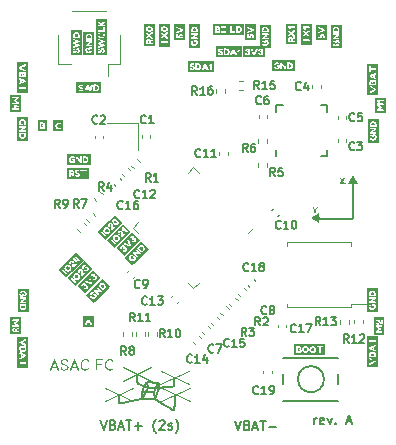
<source format=gbr>
%TF.GenerationSoftware,KiCad,Pcbnew,6.0.11-2627ca5db0~126~ubuntu22.04.1*%
%TF.CreationDate,2023-03-08T23:59:17+01:00*%
%TF.ProjectId,asac-fc-rev-a,61736163-2d66-4632-9d72-65762d612e6b,A*%
%TF.SameCoordinates,Original*%
%TF.FileFunction,Legend,Top*%
%TF.FilePolarity,Positive*%
%FSLAX46Y46*%
G04 Gerber Fmt 4.6, Leading zero omitted, Abs format (unit mm)*
G04 Created by KiCad (PCBNEW 6.0.11-2627ca5db0~126~ubuntu22.04.1) date 2023-03-08 23:59:17*
%MOMM*%
%LPD*%
G01*
G04 APERTURE LIST*
%ADD10C,0.200000*%
%ADD11C,0.198437*%
%ADD12C,0.066145*%
%ADD13C,0.000000*%
%ADD14C,0.150000*%
%ADD15C,0.120000*%
%ADD16C,0.152400*%
G04 APERTURE END LIST*
D10*
X127210476Y-134891904D02*
X127477142Y-135691904D01*
X127743809Y-134891904D01*
X128277142Y-135272857D02*
X128391428Y-135310952D01*
X128429523Y-135349047D01*
X128467619Y-135425238D01*
X128467619Y-135539523D01*
X128429523Y-135615714D01*
X128391428Y-135653809D01*
X128315238Y-135691904D01*
X128010476Y-135691904D01*
X128010476Y-134891904D01*
X128277142Y-134891904D01*
X128353333Y-134930000D01*
X128391428Y-134968095D01*
X128429523Y-135044285D01*
X128429523Y-135120476D01*
X128391428Y-135196666D01*
X128353333Y-135234761D01*
X128277142Y-135272857D01*
X128010476Y-135272857D01*
X128772380Y-135463333D02*
X129153333Y-135463333D01*
X128696190Y-135691904D02*
X128962857Y-134891904D01*
X129229523Y-135691904D01*
X129381904Y-134891904D02*
X129839047Y-134891904D01*
X129610476Y-135691904D02*
X129610476Y-134891904D01*
X130105714Y-135387142D02*
X130715238Y-135387142D01*
X115847619Y-134821904D02*
X116114285Y-135621904D01*
X116380952Y-134821904D01*
X116914285Y-135202857D02*
X117028571Y-135240952D01*
X117066666Y-135279047D01*
X117104761Y-135355238D01*
X117104761Y-135469523D01*
X117066666Y-135545714D01*
X117028571Y-135583809D01*
X116952380Y-135621904D01*
X116647619Y-135621904D01*
X116647619Y-134821904D01*
X116914285Y-134821904D01*
X116990476Y-134860000D01*
X117028571Y-134898095D01*
X117066666Y-134974285D01*
X117066666Y-135050476D01*
X117028571Y-135126666D01*
X116990476Y-135164761D01*
X116914285Y-135202857D01*
X116647619Y-135202857D01*
X117409523Y-135393333D02*
X117790476Y-135393333D01*
X117333333Y-135621904D02*
X117600000Y-134821904D01*
X117866666Y-135621904D01*
X118019047Y-134821904D02*
X118476190Y-134821904D01*
X118247619Y-135621904D02*
X118247619Y-134821904D01*
X118742857Y-135317142D02*
X119352380Y-135317142D01*
X119047619Y-135621904D02*
X119047619Y-135012380D01*
X120571428Y-135926666D02*
X120533333Y-135888571D01*
X120457142Y-135774285D01*
X120419047Y-135698095D01*
X120380952Y-135583809D01*
X120342857Y-135393333D01*
X120342857Y-135240952D01*
X120380952Y-135050476D01*
X120419047Y-134936190D01*
X120457142Y-134860000D01*
X120533333Y-134745714D01*
X120571428Y-134707619D01*
X120838095Y-134898095D02*
X120876190Y-134860000D01*
X120952380Y-134821904D01*
X121142857Y-134821904D01*
X121219047Y-134860000D01*
X121257142Y-134898095D01*
X121295238Y-134974285D01*
X121295238Y-135050476D01*
X121257142Y-135164761D01*
X120800000Y-135621904D01*
X121295238Y-135621904D01*
X121600000Y-135583809D02*
X121676190Y-135621904D01*
X121828571Y-135621904D01*
X121904761Y-135583809D01*
X121942857Y-135507619D01*
X121942857Y-135469523D01*
X121904761Y-135393333D01*
X121828571Y-135355238D01*
X121714285Y-135355238D01*
X121638095Y-135317142D01*
X121600000Y-135240952D01*
X121600000Y-135202857D01*
X121638095Y-135126666D01*
X121714285Y-135088571D01*
X121828571Y-135088571D01*
X121904761Y-135126666D01*
X122209523Y-135926666D02*
X122247619Y-135888571D01*
X122323809Y-135774285D01*
X122361904Y-135698095D01*
X122400000Y-135583809D01*
X122438095Y-135393333D01*
X122438095Y-135240952D01*
X122400000Y-135050476D01*
X122361904Y-134936190D01*
X122323809Y-134860000D01*
X122247619Y-134745714D01*
X122209523Y-134707619D01*
D11*
X118461783Y-133200284D02*
X119412630Y-132989444D01*
X117794124Y-133338260D02*
X118461783Y-133200284D01*
X117564164Y-133378761D02*
X117794124Y-133338260D01*
X117494142Y-133387312D02*
X117564164Y-133378761D01*
X117461328Y-133386319D02*
X117494142Y-133387312D01*
X117461328Y-133386319D02*
X117461328Y-133386319D01*
X117455508Y-133381227D02*
X117461328Y-133386319D01*
X117450427Y-133372326D02*
X117455508Y-133381227D01*
X117446049Y-133359876D02*
X117450427Y-133372326D01*
X117442337Y-133344138D02*
X117446049Y-133359876D01*
X117436765Y-133303839D02*
X117442337Y-133344138D01*
X117433422Y-133253511D02*
X117436765Y-133303839D01*
X117432017Y-133195237D02*
X117433422Y-133253511D01*
X117432260Y-133131102D02*
X117432017Y-133195237D01*
X117436523Y-132993578D02*
X117432260Y-133131102D01*
X117443887Y-132857605D02*
X117436523Y-132993578D01*
X117452026Y-132739847D02*
X117443887Y-132857605D01*
X117461328Y-132625642D02*
X117452026Y-132739847D01*
X119412630Y-132989444D02*
X119842577Y-132063402D01*
X119412630Y-132989444D02*
X120470963Y-133055590D01*
X119376742Y-132434637D02*
X119379557Y-132427205D01*
X119374478Y-132444419D02*
X119376742Y-132434637D01*
X119371482Y-132470354D02*
X119374478Y-132444419D01*
X119370328Y-132503653D02*
X119371482Y-132470354D01*
X119370772Y-132542960D02*
X119370328Y-132503653D01*
X119375487Y-132634169D02*
X119370772Y-132542960D01*
X119383691Y-132733129D02*
X119375487Y-132634169D01*
X119393445Y-132828989D02*
X119383691Y-132733129D01*
X119402811Y-132910896D02*
X119393445Y-132828989D01*
X119412630Y-132989444D02*
X119402811Y-132910896D01*
X118970279Y-131290323D02*
X118949609Y-130872778D01*
X118980292Y-131446063D02*
X118970279Y-131290323D01*
X118991467Y-131584362D02*
X118980292Y-131446063D01*
X119003417Y-131686229D02*
X118991467Y-131584362D01*
X119009562Y-131717566D02*
X119003417Y-131686229D01*
X119015755Y-131732673D02*
X119009562Y-131717566D01*
X119015755Y-131732673D02*
X119015755Y-131732673D01*
X119030491Y-131741838D02*
X119015755Y-131732673D01*
X119060778Y-131756380D02*
X119030491Y-131741838D01*
X119158898Y-131798302D02*
X119060778Y-131756380D01*
X119441568Y-131910440D02*
X119158898Y-131798302D01*
X119842577Y-132063402D02*
X119441568Y-131910440D01*
X119842577Y-132063402D02*
X120801692Y-132063402D01*
X119842577Y-132063402D02*
X119776432Y-131600382D01*
X122206774Y-132842166D02*
X122223827Y-132625642D01*
X122187202Y-133063406D02*
X122206774Y-132842166D01*
X122161816Y-133316039D02*
X122187202Y-133063406D01*
X122131779Y-133567122D02*
X122161816Y-133316039D01*
X122098254Y-133783711D02*
X122131779Y-133567122D01*
X122080547Y-133868775D02*
X122098254Y-133783711D01*
X122062403Y-133932862D02*
X122080547Y-133868775D01*
X122053214Y-133955752D02*
X122062403Y-133932862D01*
X122043969Y-133971853D02*
X122053214Y-133955752D01*
X122034689Y-133980651D02*
X122043969Y-133971853D01*
X122025390Y-133981631D02*
X122034689Y-133980651D01*
X122025390Y-133981631D02*
X122025390Y-133981631D01*
X121930112Y-133932345D02*
X122025390Y-133981631D01*
X121740653Y-133822985D02*
X121930112Y-133932345D01*
X121210970Y-133506208D02*
X121740653Y-133822985D01*
X120470963Y-133055590D02*
X121210970Y-133506208D01*
X120470963Y-133055590D02*
X120801692Y-132063402D01*
X120470963Y-133055590D02*
X120404817Y-132427205D01*
X122118407Y-131345617D02*
X122124609Y-131236580D01*
X122110656Y-131458078D02*
X122118407Y-131345617D01*
X122099804Y-131587979D02*
X122110656Y-131458078D01*
X122085851Y-131719431D02*
X122099804Y-131587979D01*
X122077712Y-131780773D02*
X122085851Y-131719431D01*
X122068798Y-131836543D02*
X122077712Y-131780773D01*
X122059109Y-131884755D02*
X122068798Y-131836543D01*
X122048644Y-131923424D02*
X122059109Y-131884755D01*
X122037405Y-131950562D02*
X122048644Y-131923424D01*
X122031494Y-131959187D02*
X122037405Y-131950562D01*
X122025390Y-131964184D02*
X122031494Y-131959187D01*
X122025390Y-131964184D02*
X122025390Y-131964184D01*
X122000747Y-131970748D02*
X122025390Y-131964184D01*
X121953818Y-131977943D02*
X122000747Y-131970748D01*
X121806282Y-131993639D02*
X121953818Y-131977943D01*
X121388736Y-132026195D02*
X121806282Y-131993639D01*
X120801692Y-132063402D02*
X121388736Y-132026195D01*
X120741556Y-131637598D02*
X120735546Y-131633455D01*
X120747189Y-131643733D02*
X120741556Y-131637598D01*
X120752460Y-131651722D02*
X120747189Y-131643733D01*
X120757379Y-131661424D02*
X120752460Y-131651722D01*
X120761960Y-131672701D02*
X120757379Y-131661424D01*
X120766213Y-131685414D02*
X120761960Y-131672701D01*
X120773787Y-131714587D02*
X120766213Y-131685414D01*
X120780198Y-131747829D02*
X120773787Y-131714587D01*
X120785543Y-131784027D02*
X120780198Y-131747829D01*
X120789919Y-131822065D02*
X120785543Y-131784027D01*
X120793424Y-131860831D02*
X120789919Y-131822065D01*
X120798204Y-131936085D02*
X120793424Y-131860831D01*
X120800658Y-132000874D02*
X120798204Y-131936085D01*
X120801692Y-132063402D02*
X120800658Y-132000874D01*
X119772383Y-131602754D02*
X119776432Y-131600382D01*
X119766524Y-131609667D02*
X119772383Y-131602754D01*
X119749883Y-131635909D02*
X119766524Y-131609667D01*
X119700467Y-131729573D02*
X119749883Y-131635909D01*
X119636324Y-131861994D02*
X119700467Y-131729573D01*
X119565592Y-132013793D02*
X119636324Y-131861994D01*
X119379557Y-132427205D02*
X119565592Y-132013793D01*
X120376952Y-132432655D02*
X120404817Y-132427205D01*
X120332276Y-132436700D02*
X120376952Y-132432655D01*
X120202762Y-132441157D02*
X120332276Y-132436700D01*
X120036816Y-132441739D02*
X120202762Y-132441157D01*
X119854980Y-132439607D02*
X120036816Y-132441739D01*
X119379557Y-132427205D02*
X119854980Y-132439607D01*
X119776432Y-131600382D02*
X120735546Y-131633455D01*
X120404817Y-132427205D02*
X120735546Y-131633455D01*
D12*
X121029644Y-132066498D02*
X123427549Y-133184680D01*
X121001690Y-133184680D02*
X123399636Y-132066498D01*
X120947960Y-130677439D02*
X123345925Y-131795618D01*
X120920007Y-131795618D02*
X123317945Y-130677438D01*
X121029644Y-132066498D02*
X123427549Y-133184680D01*
X121001690Y-133184680D02*
X123399636Y-132066498D01*
X116251607Y-132066498D02*
X118649545Y-133184680D01*
X116223653Y-133184680D02*
X118621592Y-132066498D01*
X117772961Y-130346710D02*
X120170899Y-131464889D01*
X117745007Y-131464889D02*
X120142946Y-130346709D01*
X117772961Y-130346710D02*
X120170899Y-131464889D01*
X117745007Y-131464889D02*
X120142946Y-130346709D01*
D13*
G36*
X116688723Y-129651371D02*
G01*
X116702510Y-129651913D01*
X116716008Y-129652818D01*
X116729217Y-129654084D01*
X116742136Y-129655712D01*
X116754766Y-129657701D01*
X116767107Y-129660052D01*
X116779158Y-129662765D01*
X116790919Y-129665840D01*
X116802391Y-129669277D01*
X116813574Y-129673075D01*
X116824467Y-129677235D01*
X116835071Y-129681757D01*
X116845385Y-129686640D01*
X116855410Y-129691885D01*
X116865145Y-129697492D01*
X116874436Y-129703357D01*
X116883128Y-129709378D01*
X116891221Y-129715553D01*
X116898714Y-129721883D01*
X116905607Y-129728369D01*
X116911902Y-129735009D01*
X116917596Y-129741805D01*
X116922692Y-129748755D01*
X116927188Y-129755861D01*
X116931084Y-129763121D01*
X116934382Y-129770537D01*
X116935805Y-129774302D01*
X116937079Y-129778107D01*
X116938203Y-129781951D01*
X116939177Y-129785833D01*
X116940002Y-129789754D01*
X116940676Y-129793713D01*
X116941575Y-129801749D01*
X116941875Y-129809940D01*
X116941792Y-129814017D01*
X116941544Y-129817981D01*
X116941131Y-129821831D01*
X116940552Y-129825567D01*
X116939808Y-129829189D01*
X116938898Y-129832698D01*
X116937823Y-129836093D01*
X116936582Y-129839375D01*
X116935177Y-129842542D01*
X116933606Y-129845596D01*
X116931869Y-129848537D01*
X116929968Y-129851364D01*
X116927901Y-129854077D01*
X116925669Y-129856676D01*
X116923271Y-129859162D01*
X116920708Y-129861534D01*
X116918022Y-129863776D01*
X116915252Y-129865875D01*
X116912399Y-129867828D01*
X116909464Y-129869637D01*
X116906446Y-129871301D01*
X116903346Y-129872820D01*
X116900163Y-129874194D01*
X116896896Y-129875424D01*
X116893548Y-129876510D01*
X116890116Y-129877450D01*
X116886602Y-129878246D01*
X116883005Y-129878897D01*
X116879326Y-129879403D01*
X116875564Y-129879765D01*
X116871719Y-129879982D01*
X116867791Y-129880055D01*
X116864039Y-129880018D01*
X116860391Y-129879910D01*
X116856845Y-129879729D01*
X116853403Y-129879476D01*
X116850065Y-129879150D01*
X116846830Y-129878752D01*
X116843698Y-129878282D01*
X116840670Y-129877739D01*
X116837745Y-129877124D01*
X116834924Y-129876437D01*
X116832206Y-129875677D01*
X116829591Y-129874845D01*
X116827080Y-129873941D01*
X116824672Y-129872964D01*
X116822367Y-129871915D01*
X116820166Y-129870794D01*
X116820476Y-129868500D01*
X116820744Y-129866247D01*
X116820972Y-129864035D01*
X116821158Y-129861864D01*
X116821303Y-129859735D01*
X116821406Y-129857648D01*
X116821469Y-129855601D01*
X116821490Y-129853596D01*
X116821329Y-129848010D01*
X116820849Y-129842496D01*
X116820048Y-129837055D01*
X116818926Y-129831685D01*
X116817484Y-129826389D01*
X116815722Y-129821164D01*
X116813639Y-129816012D01*
X116811236Y-129810932D01*
X116808513Y-129805925D01*
X116805469Y-129800990D01*
X116802105Y-129796127D01*
X116798420Y-129791336D01*
X116794415Y-129786618D01*
X116790090Y-129781973D01*
X116785445Y-129777399D01*
X116780479Y-129772898D01*
X116775172Y-129768573D01*
X116769504Y-129764527D01*
X116763473Y-129760759D01*
X116757081Y-129757271D01*
X116750327Y-129754062D01*
X116743211Y-129751132D01*
X116735733Y-129748481D01*
X116727894Y-129746109D01*
X116719693Y-129744016D01*
X116711130Y-129742202D01*
X116702205Y-129740668D01*
X116692919Y-129739412D01*
X116683271Y-129738435D01*
X116673261Y-129737738D01*
X116662889Y-129737319D01*
X116652156Y-129737179D01*
X116637061Y-129737588D01*
X116622204Y-129738812D01*
X116607584Y-129740854D01*
X116593203Y-129743711D01*
X116579059Y-129747386D01*
X116565153Y-129751876D01*
X116551484Y-129757184D01*
X116538054Y-129763307D01*
X116524861Y-129770247D01*
X116511906Y-129778004D01*
X116499188Y-129786577D01*
X116486708Y-129795967D01*
X116474466Y-129806173D01*
X116462462Y-129817195D01*
X116450695Y-129829034D01*
X116439166Y-129841690D01*
X116428273Y-129854919D01*
X116418082Y-129868810D01*
X116408594Y-129883362D01*
X116399809Y-129898575D01*
X116391726Y-129914450D01*
X116384347Y-129930987D01*
X116377671Y-129948185D01*
X116371697Y-129966044D01*
X116366426Y-129984565D01*
X116361858Y-130003747D01*
X116357993Y-130023591D01*
X116354830Y-130044096D01*
X116352370Y-130065263D01*
X116350614Y-130087091D01*
X116349559Y-130109581D01*
X116349208Y-130132732D01*
X116349528Y-130155872D01*
X116350490Y-130178331D01*
X116352091Y-130200107D01*
X116354334Y-130221202D01*
X116357217Y-130241614D01*
X116360742Y-130261344D01*
X116364907Y-130280392D01*
X116369712Y-130298758D01*
X116375159Y-130316442D01*
X116381247Y-130333444D01*
X116387975Y-130349763D01*
X116395344Y-130365400D01*
X116403354Y-130380355D01*
X116412005Y-130394628D01*
X116421297Y-130408219D01*
X116431229Y-130421127D01*
X116441735Y-130433142D01*
X116452748Y-130444382D01*
X116464267Y-130454846D01*
X116476292Y-130464536D01*
X116488823Y-130473450D01*
X116501861Y-130481589D01*
X116515405Y-130488953D01*
X116529456Y-130495541D01*
X116544013Y-130501355D01*
X116559077Y-130506394D01*
X116574647Y-130510657D01*
X116590723Y-130514145D01*
X116607306Y-130516858D01*
X116624395Y-130518796D01*
X116641991Y-130519959D01*
X116660093Y-130520346D01*
X116669809Y-130520222D01*
X116679442Y-130519850D01*
X116688992Y-130519230D01*
X116698459Y-130518362D01*
X116707843Y-130517246D01*
X116717145Y-130515881D01*
X116726364Y-130514269D01*
X116735500Y-130512409D01*
X116744554Y-130510300D01*
X116753525Y-130507944D01*
X116762413Y-130505339D01*
X116771219Y-130502487D01*
X116779942Y-130499386D01*
X116788582Y-130496038D01*
X116797139Y-130492441D01*
X116805614Y-130488596D01*
X116813955Y-130484581D01*
X116822109Y-130480473D01*
X116830078Y-130476271D01*
X116837860Y-130471977D01*
X116845457Y-130467590D01*
X116852867Y-130463109D01*
X116860092Y-130458536D01*
X116867130Y-130453870D01*
X116873982Y-130449110D01*
X116880649Y-130444258D01*
X116887129Y-130439312D01*
X116893423Y-130434274D01*
X116899531Y-130429142D01*
X116905453Y-130423918D01*
X116911189Y-130418600D01*
X116916739Y-130413190D01*
X116917891Y-130413396D01*
X116919033Y-130413685D01*
X116920165Y-130414057D01*
X116921286Y-130414512D01*
X116922397Y-130415049D01*
X116923498Y-130415669D01*
X116924588Y-130416372D01*
X116925668Y-130417158D01*
X116926738Y-130418026D01*
X116927797Y-130418977D01*
X116928847Y-130420011D01*
X116929885Y-130421127D01*
X116930914Y-130422326D01*
X116931932Y-130423608D01*
X116932940Y-130424972D01*
X116933937Y-130426419D01*
X116935058Y-130427773D01*
X116936107Y-130429189D01*
X116937083Y-130430667D01*
X116937988Y-130432207D01*
X116938820Y-130433809D01*
X116939579Y-130435473D01*
X116940267Y-130437199D01*
X116940882Y-130438987D01*
X116941425Y-130440837D01*
X116941895Y-130442748D01*
X116942293Y-130444722D01*
X116942619Y-130446758D01*
X116942872Y-130448856D01*
X116943053Y-130451016D01*
X116943162Y-130453239D01*
X116943198Y-130455523D01*
X116943106Y-130458593D01*
X116942831Y-130461683D01*
X116942372Y-130464793D01*
X116941730Y-130467925D01*
X116940905Y-130471077D01*
X116939896Y-130474250D01*
X116938704Y-130477443D01*
X116937328Y-130480658D01*
X116935769Y-130483893D01*
X116934026Y-130487148D01*
X116932100Y-130490424D01*
X116929990Y-130493721D01*
X116925220Y-130500377D01*
X116919717Y-130507116D01*
X116913480Y-130513938D01*
X116906509Y-130520842D01*
X116898804Y-130527828D01*
X116890365Y-130534898D01*
X116881192Y-130542050D01*
X116871285Y-130549285D01*
X116860645Y-130556602D01*
X116849271Y-130564002D01*
X116837561Y-130571051D01*
X116825583Y-130577646D01*
X116813336Y-130583785D01*
X116800820Y-130589469D01*
X116788035Y-130594699D01*
X116774982Y-130599474D01*
X116761659Y-130603794D01*
X116748068Y-130607659D01*
X116734209Y-130611070D01*
X116720080Y-130614026D01*
X116705683Y-130616527D01*
X116691017Y-130618573D01*
X116676082Y-130620165D01*
X116660879Y-130621301D01*
X116645407Y-130621983D01*
X116629666Y-130622211D01*
X116607916Y-130621715D01*
X116586652Y-130620226D01*
X116565873Y-130617746D01*
X116545580Y-130614273D01*
X116525773Y-130609808D01*
X116506451Y-130604351D01*
X116487615Y-130597902D01*
X116469265Y-130590461D01*
X116451400Y-130582027D01*
X116434021Y-130572601D01*
X116417128Y-130562183D01*
X116400720Y-130550773D01*
X116384799Y-130538371D01*
X116369363Y-130524976D01*
X116354412Y-130510590D01*
X116339947Y-130495211D01*
X116326331Y-130478974D01*
X116313593Y-130462014D01*
X116301734Y-130444330D01*
X116290752Y-130425923D01*
X116280650Y-130406792D01*
X116271425Y-130386938D01*
X116263080Y-130366360D01*
X116255612Y-130345059D01*
X116249024Y-130323034D01*
X116243313Y-130300286D01*
X116238481Y-130276815D01*
X116234528Y-130252620D01*
X116231453Y-130227702D01*
X116229257Y-130202060D01*
X116227939Y-130175695D01*
X116227500Y-130148607D01*
X116228001Y-130121471D01*
X116229505Y-130094966D01*
X116232011Y-130069092D01*
X116235520Y-130043848D01*
X116240032Y-130019235D01*
X116245546Y-129995252D01*
X116252062Y-129971899D01*
X116259581Y-129949177D01*
X116268103Y-129927085D01*
X116277627Y-129905624D01*
X116288153Y-129884793D01*
X116299682Y-129864593D01*
X116312214Y-129845023D01*
X116325748Y-129826084D01*
X116340284Y-129807775D01*
X116355823Y-129790096D01*
X116372106Y-129773275D01*
X116388874Y-129757540D01*
X116406129Y-129742890D01*
X116423869Y-129729325D01*
X116442096Y-129716845D01*
X116460808Y-129705450D01*
X116480005Y-129695141D01*
X116499689Y-129685916D01*
X116519858Y-129677777D01*
X116540514Y-129670724D01*
X116561655Y-129664755D01*
X116583281Y-129659872D01*
X116605394Y-129656073D01*
X116627992Y-129653360D01*
X116651076Y-129651733D01*
X116674646Y-129651190D01*
X116688723Y-129651371D01*
G37*
G36*
X115988830Y-129662032D02*
G01*
X116003667Y-129662807D01*
X116017480Y-129664099D01*
X116030270Y-129665907D01*
X116042036Y-129668233D01*
X116052780Y-129671075D01*
X116062500Y-129674434D01*
X116071197Y-129678310D01*
X116078871Y-129682702D01*
X116085522Y-129687611D01*
X116088464Y-129690260D01*
X116091149Y-129693037D01*
X116093579Y-129695944D01*
X116095754Y-129698980D01*
X116097672Y-129702145D01*
X116099335Y-129705440D01*
X116100742Y-129708863D01*
X116101893Y-129712416D01*
X116102788Y-129716098D01*
X116103428Y-129719909D01*
X116103811Y-129723850D01*
X116103939Y-129727919D01*
X116103789Y-129732787D01*
X116103340Y-129737469D01*
X116102591Y-129741965D01*
X116101542Y-129746275D01*
X116100193Y-129750398D01*
X116098545Y-129754336D01*
X116096597Y-129758088D01*
X116094349Y-129761653D01*
X116091801Y-129765033D01*
X116088954Y-129768227D01*
X116085807Y-129771234D01*
X116082360Y-129774056D01*
X116078614Y-129776691D01*
X116074567Y-129779141D01*
X116070221Y-129781404D01*
X116065575Y-129783482D01*
X116060640Y-129779316D01*
X116055427Y-129775420D01*
X116049934Y-129771792D01*
X116044162Y-129768433D01*
X116038111Y-129765343D01*
X116031781Y-129762522D01*
X116025171Y-129759969D01*
X116018283Y-129757685D01*
X116011115Y-129755669D01*
X116003668Y-129753923D01*
X115995942Y-129752445D01*
X115987937Y-129751235D01*
X115979653Y-129750295D01*
X115971090Y-129749623D01*
X115962248Y-129749220D01*
X115953127Y-129749086D01*
X115591971Y-129749086D01*
X115591971Y-130077169D01*
X115871106Y-130077169D01*
X115888636Y-130077355D01*
X115904843Y-130077913D01*
X115919726Y-130078843D01*
X115933286Y-130080146D01*
X115945523Y-130081820D01*
X115956437Y-130083866D01*
X115961397Y-130085029D01*
X115966027Y-130086285D01*
X115970326Y-130087634D01*
X115974293Y-130089075D01*
X115976166Y-130089759D01*
X115977978Y-130090486D01*
X115979732Y-130091257D01*
X115981425Y-130092073D01*
X115983060Y-130092932D01*
X115984635Y-130093835D01*
X115986150Y-130094782D01*
X115987606Y-130095773D01*
X115989003Y-130096808D01*
X115990340Y-130097886D01*
X115991618Y-130099009D01*
X115992836Y-130100176D01*
X115993995Y-130101386D01*
X115995094Y-130102641D01*
X115996134Y-130103939D01*
X115997115Y-130105281D01*
X115998036Y-130106667D01*
X115998897Y-130108098D01*
X115999699Y-130109572D01*
X116000442Y-130111090D01*
X116001126Y-130112652D01*
X116001749Y-130114257D01*
X116002314Y-130115907D01*
X116002819Y-130117601D01*
X116003265Y-130119338D01*
X116003651Y-130121120D01*
X116003978Y-130122945D01*
X116004245Y-130124815D01*
X116004453Y-130126728D01*
X116004602Y-130128685D01*
X116004720Y-130132732D01*
X116004596Y-130136649D01*
X116004224Y-130140462D01*
X116003604Y-130144173D01*
X116002736Y-130147780D01*
X116001620Y-130151283D01*
X116000256Y-130154684D01*
X115998643Y-130157981D01*
X115996783Y-130161174D01*
X115994675Y-130164264D01*
X115992318Y-130167251D01*
X115989714Y-130170135D01*
X115986861Y-130172915D01*
X115983761Y-130175592D01*
X115980412Y-130178165D01*
X115976815Y-130180636D01*
X115972971Y-130183002D01*
X115968346Y-130180760D01*
X115963400Y-130178661D01*
X115958135Y-130176708D01*
X115952549Y-130174899D01*
X115946642Y-130173235D01*
X115940416Y-130171716D01*
X115933869Y-130170342D01*
X115927001Y-130169112D01*
X115919813Y-130168026D01*
X115912305Y-130167086D01*
X115904476Y-130166290D01*
X115896326Y-130165639D01*
X115887856Y-130165133D01*
X115879066Y-130164771D01*
X115869955Y-130164554D01*
X115860523Y-130164482D01*
X115591971Y-130164482D01*
X115591971Y-130528284D01*
X115592100Y-130532981D01*
X115592487Y-130537483D01*
X115593134Y-130541788D01*
X115594038Y-130545896D01*
X115595201Y-130549808D01*
X115596622Y-130553524D01*
X115598302Y-130557043D01*
X115600240Y-130560366D01*
X115602436Y-130563492D01*
X115604891Y-130566422D01*
X115607604Y-130569156D01*
X115610575Y-130571693D01*
X115613805Y-130574034D01*
X115617293Y-130576178D01*
X115621039Y-130578126D01*
X115625044Y-130579877D01*
X115621514Y-130585004D01*
X115617871Y-130589800D01*
X115614114Y-130594265D01*
X115610244Y-130598399D01*
X115606260Y-130602203D01*
X115602162Y-130605675D01*
X115597950Y-130608817D01*
X115595802Y-130610264D01*
X115593625Y-130611628D01*
X115591420Y-130612910D01*
X115589186Y-130614109D01*
X115586924Y-130615225D01*
X115584634Y-130616258D01*
X115582315Y-130617209D01*
X115579967Y-130618077D01*
X115577591Y-130618862D01*
X115575187Y-130619565D01*
X115572754Y-130620185D01*
X115570293Y-130620723D01*
X115567804Y-130621177D01*
X115565286Y-130621549D01*
X115562739Y-130621839D01*
X115560164Y-130622045D01*
X115554929Y-130622211D01*
X115550371Y-130622120D01*
X115545959Y-130621849D01*
X115541690Y-130621397D01*
X115537567Y-130620764D01*
X115533588Y-130619950D01*
X115529754Y-130618955D01*
X115526064Y-130617779D01*
X115522519Y-130616423D01*
X115519119Y-130614885D01*
X115515864Y-130613167D01*
X115512753Y-130611268D01*
X115509786Y-130609188D01*
X115506965Y-130606927D01*
X115504288Y-130604485D01*
X115501756Y-130601862D01*
X115499368Y-130599059D01*
X115497125Y-130596075D01*
X115495027Y-130592909D01*
X115493074Y-130589563D01*
X115491265Y-130586036D01*
X115489601Y-130582328D01*
X115488081Y-130578440D01*
X115486707Y-130574370D01*
X115485476Y-130570120D01*
X115484391Y-130565689D01*
X115483451Y-130561077D01*
X115482655Y-130556284D01*
X115482003Y-130551310D01*
X115481497Y-130546155D01*
X115481135Y-130540820D01*
X115480918Y-130535304D01*
X115480846Y-130529607D01*
X115480846Y-129762315D01*
X115480716Y-129757457D01*
X115480329Y-129752806D01*
X115479683Y-129748362D01*
X115478779Y-129744125D01*
X115477617Y-129740094D01*
X115476196Y-129736270D01*
X115474517Y-129732653D01*
X115472579Y-129729242D01*
X115470383Y-129726038D01*
X115467928Y-129723041D01*
X115465215Y-129720250D01*
X115462244Y-129717666D01*
X115459014Y-129715289D01*
X115455525Y-129713119D01*
X115451778Y-129711155D01*
X115447773Y-129709398D01*
X115449798Y-129706468D01*
X115451907Y-129703631D01*
X115454098Y-129700887D01*
X115456372Y-129698236D01*
X115458728Y-129695678D01*
X115461168Y-129693213D01*
X115463690Y-129690841D01*
X115466294Y-129688562D01*
X115468982Y-129686376D01*
X115471752Y-129684283D01*
X115474604Y-129682284D01*
X115477540Y-129680377D01*
X115480558Y-129678563D01*
X115483658Y-129676842D01*
X115486842Y-129675214D01*
X115490108Y-129673679D01*
X115493457Y-129672238D01*
X115496888Y-129670889D01*
X115500402Y-129669633D01*
X115503999Y-129668471D01*
X115511440Y-129666424D01*
X115519212Y-129664750D01*
X115527315Y-129663448D01*
X115535748Y-129662517D01*
X115544512Y-129661959D01*
X115553606Y-129661773D01*
X115972971Y-129661773D01*
X115988830Y-129662032D01*
G37*
G36*
X112836062Y-129646110D02*
G01*
X112851890Y-129646746D01*
X112867357Y-129647805D01*
X112882463Y-129649288D01*
X112897206Y-129651195D01*
X112911588Y-129653526D01*
X112925608Y-129656280D01*
X112939266Y-129659458D01*
X112952562Y-129663060D01*
X112965497Y-129667086D01*
X112978070Y-129671535D01*
X112990281Y-129676408D01*
X113002130Y-129681705D01*
X113013618Y-129687425D01*
X113024743Y-129693570D01*
X113035507Y-129700138D01*
X113045920Y-129707006D01*
X113055661Y-129714049D01*
X113064731Y-129721268D01*
X113073128Y-129728663D01*
X113080854Y-129736234D01*
X113087908Y-129743980D01*
X113094290Y-129751902D01*
X113100000Y-129760000D01*
X113105038Y-129768273D01*
X113109405Y-129776722D01*
X113113100Y-129785347D01*
X113114695Y-129789726D01*
X113116123Y-129794148D01*
X113117382Y-129798614D01*
X113118474Y-129803124D01*
X113119398Y-129807678D01*
X113120153Y-129812276D01*
X113121161Y-129821603D01*
X113121497Y-129831107D01*
X113121414Y-129835680D01*
X113121166Y-129840140D01*
X113120753Y-129844485D01*
X113120174Y-129848718D01*
X113119431Y-129852836D01*
X113118521Y-129856841D01*
X113117447Y-129860733D01*
X113116207Y-129864510D01*
X113114801Y-129868174D01*
X113113230Y-129871724D01*
X113111494Y-129875161D01*
X113109592Y-129878483D01*
X113107525Y-129881693D01*
X113105292Y-129884788D01*
X113102894Y-129887770D01*
X113100330Y-129890638D01*
X113097824Y-129893201D01*
X113095266Y-129895599D01*
X113092656Y-129897831D01*
X113089995Y-129899898D01*
X113087282Y-129901800D01*
X113084518Y-129903536D01*
X113081701Y-129905107D01*
X113078833Y-129906513D01*
X113075914Y-129907753D01*
X113072943Y-129908828D01*
X113069919Y-129909737D01*
X113066845Y-129910482D01*
X113063718Y-129911060D01*
X113060540Y-129911474D01*
X113057310Y-129911722D01*
X113054028Y-129911804D01*
X113050861Y-129911763D01*
X113047641Y-129911639D01*
X113044370Y-129911432D01*
X113041048Y-129911143D01*
X113037673Y-129910771D01*
X113034247Y-129910316D01*
X113030769Y-129909779D01*
X113027240Y-129909159D01*
X113020025Y-129907670D01*
X113012604Y-129905851D01*
X113004977Y-129903702D01*
X112997142Y-129901221D01*
X112998384Y-129895950D01*
X112999459Y-129890721D01*
X113000369Y-129885532D01*
X113001113Y-129880385D01*
X113001691Y-129875280D01*
X113002104Y-129870215D01*
X113002352Y-129865192D01*
X113002434Y-129860211D01*
X113002233Y-129854123D01*
X113001628Y-129848098D01*
X113000620Y-129842134D01*
X112999210Y-129836233D01*
X112997396Y-129830393D01*
X112995179Y-129824616D01*
X112992559Y-129818901D01*
X112989536Y-129813247D01*
X112986110Y-129807656D01*
X112982280Y-129802126D01*
X112978048Y-129796659D01*
X112973413Y-129791254D01*
X112968374Y-129785910D01*
X112962933Y-129780629D01*
X112957088Y-129775410D01*
X112950841Y-129770252D01*
X112944397Y-129765126D01*
X112937633Y-129760330D01*
X112930549Y-129755866D01*
X112923144Y-129751731D01*
X112915418Y-129747928D01*
X112907372Y-129744455D01*
X112899006Y-129741314D01*
X112890319Y-129738502D01*
X112881311Y-129736022D01*
X112871983Y-129733872D01*
X112862335Y-129732053D01*
X112852366Y-129730565D01*
X112842077Y-129729407D01*
X112831468Y-129728581D01*
X112820538Y-129728084D01*
X112809288Y-129727919D01*
X112798184Y-129728069D01*
X112787358Y-129728519D01*
X112776812Y-129729268D01*
X112766544Y-129730317D01*
X112756555Y-129731666D01*
X112746845Y-129733314D01*
X112737414Y-129735262D01*
X112728262Y-129737510D01*
X112719389Y-129740058D01*
X112710795Y-129742905D01*
X112702480Y-129746052D01*
X112694444Y-129749499D01*
X112686687Y-129753246D01*
X112679209Y-129757292D01*
X112672010Y-129761638D01*
X112665090Y-129766284D01*
X112658523Y-129771183D01*
X112652379Y-129776288D01*
X112646659Y-129781601D01*
X112641362Y-129787120D01*
X112636489Y-129792845D01*
X112632040Y-129798778D01*
X112628014Y-129804917D01*
X112624412Y-129811263D01*
X112621234Y-129817816D01*
X112618479Y-129824575D01*
X112616149Y-129831541D01*
X112614241Y-129838713D01*
X112612758Y-129846093D01*
X112611699Y-129853679D01*
X112611063Y-129861472D01*
X112610851Y-129869471D01*
X112611068Y-129877347D01*
X112611719Y-129885098D01*
X112612804Y-129892726D01*
X112614324Y-129900229D01*
X112616277Y-129907608D01*
X112618664Y-129914864D01*
X112621486Y-129921995D01*
X112624741Y-129929002D01*
X112628431Y-129935886D01*
X112632555Y-129942645D01*
X112637113Y-129949280D01*
X112642105Y-129955791D01*
X112647531Y-129962179D01*
X112653391Y-129968442D01*
X112659685Y-129974581D01*
X112666413Y-129980596D01*
X112673452Y-129986337D01*
X112680676Y-129991986D01*
X112688086Y-129997541D01*
X112695683Y-130003003D01*
X112703465Y-130008372D01*
X112711434Y-130013648D01*
X112719588Y-130018832D01*
X112727929Y-130023922D01*
X112736456Y-130028919D01*
X112745168Y-130033823D01*
X112754067Y-130038634D01*
X112763152Y-130043352D01*
X112772422Y-130047977D01*
X112781879Y-130052509D01*
X112801351Y-130061294D01*
X112841619Y-130078575D01*
X112881720Y-130096021D01*
X112921654Y-130113632D01*
X112961424Y-130131409D01*
X112971414Y-130135951D01*
X112981207Y-130140648D01*
X112990804Y-130145501D01*
X113000204Y-130150508D01*
X113009407Y-130155671D01*
X113018415Y-130160988D01*
X113027225Y-130166461D01*
X113035840Y-130172088D01*
X113044257Y-130177871D01*
X113052479Y-130183809D01*
X113060504Y-130189901D01*
X113068333Y-130196149D01*
X113075965Y-130202552D01*
X113083401Y-130209109D01*
X113090641Y-130215822D01*
X113097684Y-130222690D01*
X113104412Y-130229532D01*
X113110707Y-130236498D01*
X113116567Y-130243588D01*
X113121993Y-130250802D01*
X113126985Y-130258140D01*
X113131543Y-130265602D01*
X113135666Y-130273187D01*
X113139356Y-130280897D01*
X113142612Y-130288732D01*
X113145433Y-130296690D01*
X113147821Y-130304772D01*
X113149774Y-130312978D01*
X113151293Y-130321308D01*
X113152379Y-130329763D01*
X113153030Y-130338341D01*
X113153247Y-130347044D01*
X113152844Y-130361612D01*
X113151634Y-130375880D01*
X113149619Y-130389848D01*
X113146797Y-130403517D01*
X113143170Y-130416886D01*
X113138736Y-130429955D01*
X113133496Y-130442724D01*
X113127450Y-130455193D01*
X113120598Y-130467363D01*
X113112939Y-130479233D01*
X113104475Y-130490803D01*
X113095204Y-130502074D01*
X113085127Y-130513044D01*
X113074244Y-130523716D01*
X113062555Y-130534087D01*
X113050059Y-130544159D01*
X113037167Y-130553611D01*
X113023954Y-130562453D01*
X113010420Y-130570685D01*
X112996566Y-130578307D01*
X112982391Y-130585320D01*
X112967896Y-130591723D01*
X112953080Y-130597515D01*
X112937944Y-130602699D01*
X112922487Y-130607272D01*
X112906710Y-130611235D01*
X112890612Y-130614589D01*
X112874195Y-130617333D01*
X112857456Y-130619467D01*
X112840398Y-130620991D01*
X112823019Y-130621906D01*
X112805320Y-130622211D01*
X112787651Y-130621963D01*
X112770366Y-130621219D01*
X112753462Y-130619978D01*
X112736942Y-130618242D01*
X112720803Y-130616010D01*
X112705047Y-130613281D01*
X112689674Y-130610056D01*
X112674682Y-130606336D01*
X112660074Y-130602119D01*
X112645847Y-130597406D01*
X112632003Y-130592197D01*
X112618541Y-130586492D01*
X112605462Y-130580291D01*
X112592765Y-130573594D01*
X112580450Y-130566400D01*
X112568517Y-130558711D01*
X112557144Y-130550479D01*
X112546505Y-130541989D01*
X112536599Y-130533240D01*
X112527426Y-130524233D01*
X112518988Y-130514968D01*
X112511283Y-130505444D01*
X112504311Y-130495662D01*
X112498074Y-130485621D01*
X112492570Y-130475322D01*
X112487800Y-130464765D01*
X112483764Y-130453949D01*
X112480462Y-130442874D01*
X112477893Y-130431541D01*
X112476058Y-130419950D01*
X112474957Y-130408100D01*
X112474590Y-130395992D01*
X112474683Y-130390762D01*
X112474963Y-130385656D01*
X112475428Y-130380674D01*
X112476079Y-130375817D01*
X112476916Y-130371083D01*
X112477939Y-130366474D01*
X112479148Y-130361989D01*
X112480544Y-130357627D01*
X112482125Y-130353390D01*
X112483892Y-130349277D01*
X112485846Y-130345288D01*
X112487985Y-130341422D01*
X112490310Y-130337681D01*
X112492822Y-130334063D01*
X112495519Y-130330570D01*
X112498403Y-130327200D01*
X112501442Y-130323836D01*
X112504604Y-130320689D01*
X112507891Y-130317759D01*
X112511301Y-130315046D01*
X112514836Y-130312550D01*
X112518495Y-130310271D01*
X112522277Y-130308209D01*
X112526184Y-130306364D01*
X112530215Y-130304737D01*
X112534370Y-130303326D01*
X112538649Y-130302132D01*
X112543051Y-130301155D01*
X112547578Y-130300396D01*
X112552229Y-130299853D01*
X112557004Y-130299528D01*
X112561903Y-130299419D01*
X112566797Y-130299543D01*
X112571556Y-130299915D01*
X112576182Y-130300535D01*
X112580672Y-130301403D01*
X112585029Y-130302520D01*
X112589251Y-130303884D01*
X112593339Y-130305496D01*
X112597293Y-130307357D01*
X112601112Y-130309465D01*
X112604796Y-130311821D01*
X112608347Y-130314426D01*
X112611762Y-130317278D01*
X112615043Y-130320379D01*
X112618190Y-130323728D01*
X112621202Y-130327324D01*
X112624080Y-130331169D01*
X112620396Y-130334730D01*
X112616950Y-130338466D01*
X112613741Y-130342377D01*
X112610770Y-130346465D01*
X112608037Y-130350728D01*
X112605541Y-130355167D01*
X112603282Y-130359782D01*
X112601261Y-130364572D01*
X112599478Y-130369538D01*
X112597933Y-130374680D01*
X112596625Y-130379997D01*
X112595555Y-130385490D01*
X112594723Y-130391159D01*
X112594129Y-130397004D01*
X112593772Y-130403025D01*
X112593653Y-130409221D01*
X112593870Y-130415464D01*
X112594521Y-130421624D01*
X112595606Y-130427701D01*
X112597126Y-130433696D01*
X112599079Y-130439608D01*
X112601466Y-130445437D01*
X112604288Y-130451183D01*
X112607544Y-130456847D01*
X112611233Y-130462428D01*
X112615357Y-130467926D01*
X112619915Y-130473342D01*
X112624907Y-130478675D01*
X112630333Y-130483925D01*
X112636193Y-130489092D01*
X112642487Y-130494177D01*
X112649215Y-130499179D01*
X112656321Y-130503985D01*
X112663747Y-130508481D01*
X112671493Y-130512667D01*
X112679560Y-130516543D01*
X112687947Y-130520108D01*
X112696655Y-130523364D01*
X112705683Y-130526310D01*
X112715031Y-130528945D01*
X112724700Y-130531271D01*
X112734689Y-130533286D01*
X112744999Y-130534991D01*
X112755628Y-130536386D01*
X112766579Y-130537472D01*
X112777849Y-130538247D01*
X112789440Y-130538712D01*
X112801351Y-130538867D01*
X112813485Y-130538671D01*
X112825412Y-130538082D01*
X112837132Y-130537100D01*
X112848646Y-130535725D01*
X112859953Y-130533958D01*
X112871053Y-130531798D01*
X112881946Y-130529246D01*
X112892633Y-130526300D01*
X112903113Y-130522962D01*
X112913386Y-130519231D01*
X112923452Y-130515107D01*
X112933312Y-130510591D01*
X112942965Y-130505681D01*
X112952412Y-130500379D01*
X112961651Y-130494684D01*
X112970684Y-130488596D01*
X112979335Y-130482224D01*
X112987427Y-130475676D01*
X112994962Y-130468953D01*
X113001938Y-130462054D01*
X113008356Y-130454979D01*
X113014216Y-130447729D01*
X113019518Y-130440303D01*
X113024262Y-130432701D01*
X113028448Y-130424924D01*
X113032076Y-130416971D01*
X113035145Y-130408842D01*
X113037657Y-130400538D01*
X113039610Y-130392058D01*
X113041005Y-130383403D01*
X113041843Y-130374572D01*
X113042122Y-130365565D01*
X113041962Y-130359808D01*
X113041481Y-130354113D01*
X113040680Y-130348480D01*
X113039559Y-130342909D01*
X113038118Y-130337401D01*
X113036356Y-130331954D01*
X113034273Y-130326570D01*
X113031871Y-130321247D01*
X113029148Y-130315987D01*
X113026104Y-130310788D01*
X113022740Y-130305652D01*
X113019055Y-130300577D01*
X113015050Y-130295565D01*
X113010724Y-130290614D01*
X113006078Y-130285725D01*
X113001111Y-130280898D01*
X112996068Y-130276154D01*
X112990859Y-130271514D01*
X112985485Y-130266977D01*
X112979945Y-130262543D01*
X112974240Y-130258212D01*
X112968370Y-130253985D01*
X112962335Y-130249861D01*
X112956134Y-130245841D01*
X112949767Y-130241924D01*
X112943236Y-130238110D01*
X112936538Y-130234400D01*
X112929676Y-130230793D01*
X112922647Y-130227289D01*
X112915454Y-130223889D01*
X112908094Y-130220592D01*
X112900570Y-130217398D01*
X112870143Y-130204417D01*
X112838393Y-130190609D01*
X112805321Y-130175974D01*
X112770924Y-130160513D01*
X112736448Y-130144638D01*
X112703128Y-130128763D01*
X112670963Y-130112888D01*
X112639955Y-130097013D01*
X112632586Y-130092961D01*
X112625362Y-130088745D01*
X112618282Y-130084362D01*
X112611348Y-130079815D01*
X112604558Y-130075102D01*
X112597912Y-130070224D01*
X112591412Y-130065180D01*
X112585056Y-130059971D01*
X112578844Y-130054597D01*
X112572778Y-130049057D01*
X112566856Y-130043352D01*
X112561078Y-130037481D01*
X112555445Y-130031446D01*
X112549957Y-130025245D01*
X112544613Y-130018878D01*
X112539413Y-130012346D01*
X112534607Y-130005520D01*
X112530112Y-129998600D01*
X112525926Y-129991588D01*
X112522050Y-129984482D01*
X112518484Y-129977284D01*
X112515229Y-129969992D01*
X112512283Y-129962608D01*
X112509648Y-129955130D01*
X112507322Y-129947559D01*
X112505307Y-129939896D01*
X112503602Y-129932139D01*
X112502206Y-129924290D01*
X112501121Y-129916347D01*
X112500346Y-129908311D01*
X112499881Y-129900182D01*
X112499726Y-129891961D01*
X112500093Y-129878716D01*
X112501194Y-129865771D01*
X112503028Y-129853126D01*
X112505597Y-129840780D01*
X112508899Y-129828735D01*
X112512936Y-129816989D01*
X112517706Y-129805542D01*
X112523209Y-129794396D01*
X112529447Y-129783549D01*
X112536418Y-129773001D01*
X112544123Y-129762754D01*
X112552562Y-129752806D01*
X112561734Y-129743158D01*
X112571640Y-129733810D01*
X112582280Y-129724762D01*
X112593653Y-129716013D01*
X112605699Y-129707522D01*
X112618024Y-129699580D01*
X112630627Y-129692185D01*
X112643510Y-129685338D01*
X112656672Y-129679038D01*
X112670113Y-129673287D01*
X112683833Y-129668083D01*
X112697833Y-129663427D01*
X112712111Y-129659319D01*
X112726668Y-129655758D01*
X112741504Y-129652745D01*
X112756620Y-129650280D01*
X112772014Y-129648363D01*
X112787688Y-129646994D01*
X112803640Y-129646172D01*
X112819872Y-129645898D01*
X112836062Y-129646110D01*
G37*
G36*
X113621782Y-129726172D02*
G01*
X113619918Y-129721925D01*
X113618022Y-129717821D01*
X113616094Y-129713863D01*
X113614136Y-129710049D01*
X113612147Y-129706380D01*
X113610126Y-129702856D01*
X113608075Y-129699476D01*
X113605992Y-129696241D01*
X113603878Y-129693151D01*
X113601733Y-129690206D01*
X113599557Y-129687405D01*
X113597350Y-129684748D01*
X113595112Y-129682237D01*
X113592843Y-129679870D01*
X113590543Y-129677648D01*
X113594352Y-129674444D01*
X113598171Y-129671447D01*
X113602001Y-129668657D01*
X113605841Y-129666073D01*
X113609690Y-129663696D01*
X113613551Y-129661525D01*
X113617421Y-129659561D01*
X113621302Y-129657804D01*
X113625193Y-129656254D01*
X113629095Y-129654911D01*
X113633006Y-129653774D01*
X113636928Y-129652844D01*
X113640861Y-129652120D01*
X113644804Y-129651603D01*
X113648757Y-129651293D01*
X113652720Y-129651190D01*
X113656793Y-129651267D01*
X113660742Y-129651500D01*
X113664567Y-129651888D01*
X113668267Y-129652430D01*
X113671843Y-129653128D01*
X113675295Y-129653980D01*
X113678623Y-129654988D01*
X113681827Y-129656151D01*
X113684907Y-129657469D01*
X113687863Y-129658941D01*
X113690694Y-129660569D01*
X113693402Y-129662352D01*
X113695985Y-129664290D01*
X113698445Y-129666383D01*
X113700780Y-129668631D01*
X113702991Y-129671034D01*
X113705296Y-129673607D01*
X113707581Y-129676367D01*
X113709844Y-129679312D01*
X113712087Y-129682444D01*
X113714309Y-129685761D01*
X113716511Y-129689265D01*
X113718691Y-129692955D01*
X113720851Y-129696831D01*
X113722991Y-129700892D01*
X113725109Y-129705140D01*
X113727207Y-129709574D01*
X113729285Y-129714194D01*
X113731341Y-129719000D01*
X113733377Y-129723992D01*
X113735392Y-129729170D01*
X113737387Y-129734534D01*
X114007262Y-130520346D01*
X114009629Y-130526966D01*
X114012100Y-130533266D01*
X114014673Y-130539245D01*
X114017350Y-130544904D01*
X114020131Y-130550242D01*
X114023014Y-130555260D01*
X114026001Y-130559958D01*
X114029091Y-130564335D01*
X114032285Y-130568391D01*
X114035581Y-130572127D01*
X114038982Y-130575543D01*
X114042485Y-130578638D01*
X114046092Y-130581413D01*
X114049802Y-130583867D01*
X114053616Y-130586001D01*
X114057533Y-130587815D01*
X114054810Y-130591980D01*
X114053390Y-130593962D01*
X114051932Y-130595877D01*
X114050435Y-130597725D01*
X114048899Y-130599505D01*
X114047324Y-130601218D01*
X114045711Y-130602864D01*
X114044059Y-130604443D01*
X114042368Y-130605954D01*
X114040638Y-130607399D01*
X114038870Y-130608776D01*
X114037062Y-130610086D01*
X114035216Y-130611329D01*
X114033331Y-130612504D01*
X114031408Y-130613613D01*
X114029445Y-130614654D01*
X114027444Y-130615628D01*
X114025404Y-130616535D01*
X114023326Y-130617374D01*
X114021208Y-130618147D01*
X114019052Y-130618852D01*
X114016857Y-130619490D01*
X114014623Y-130620061D01*
X114012350Y-130620565D01*
X114010039Y-130621002D01*
X114007689Y-130621371D01*
X114005300Y-130621673D01*
X114002872Y-130621909D01*
X114000405Y-130622076D01*
X113995356Y-130622211D01*
X113990472Y-130622144D01*
X113985744Y-130621942D01*
X113981171Y-130621606D01*
X113976752Y-130621136D01*
X113972489Y-130620531D01*
X113968381Y-130619792D01*
X113964427Y-130618918D01*
X113960629Y-130617910D01*
X113956986Y-130616768D01*
X113953498Y-130615492D01*
X113950165Y-130614081D01*
X113946987Y-130612536D01*
X113943964Y-130610857D01*
X113941096Y-130609043D01*
X113938383Y-130607095D01*
X113935825Y-130605013D01*
X113933365Y-130602755D01*
X113930946Y-130600280D01*
X113928569Y-130597588D01*
X113926234Y-130594678D01*
X113923940Y-130591552D01*
X113921687Y-130588208D01*
X113919475Y-130584647D01*
X113917305Y-130580870D01*
X113915176Y-130576875D01*
X113913088Y-130572663D01*
X113911042Y-130568234D01*
X113909036Y-130563588D01*
X113907073Y-130558726D01*
X113905150Y-130553646D01*
X113903269Y-130548349D01*
X113901429Y-130542836D01*
X113847189Y-130386732D01*
X113470158Y-130386732D01*
X113414595Y-130530929D01*
X113410224Y-130541983D01*
X113405709Y-130552324D01*
X113401048Y-130561951D01*
X113396242Y-130570865D01*
X113391292Y-130579066D01*
X113386197Y-130586554D01*
X113380957Y-130593329D01*
X113375573Y-130599390D01*
X113370043Y-130604739D01*
X113364369Y-130609374D01*
X113358550Y-130613297D01*
X113352586Y-130616506D01*
X113346478Y-130619002D01*
X113340224Y-130620784D01*
X113333826Y-130621854D01*
X113327283Y-130622211D01*
X113321770Y-130622035D01*
X113316473Y-130621508D01*
X113311394Y-130620629D01*
X113306531Y-130619399D01*
X113301886Y-130617818D01*
X113299645Y-130616895D01*
X113297457Y-130615885D01*
X113295325Y-130614787D01*
X113293246Y-130613601D01*
X113291222Y-130612327D01*
X113289252Y-130610965D01*
X113287336Y-130609516D01*
X113285474Y-130607978D01*
X113281914Y-130604640D01*
X113278570Y-130600950D01*
X113275443Y-130596909D01*
X113272534Y-130592517D01*
X113269841Y-130587773D01*
X113267365Y-130582678D01*
X113265106Y-130577232D01*
X113266995Y-130576450D01*
X113268858Y-130575593D01*
X113270695Y-130574662D01*
X113272507Y-130573656D01*
X113274292Y-130572574D01*
X113276052Y-130571418D01*
X113277786Y-130570187D01*
X113279494Y-130568881D01*
X113281176Y-130567500D01*
X113282832Y-130566044D01*
X113286067Y-130562907D01*
X113289199Y-130559471D01*
X113292227Y-130555735D01*
X113295152Y-130551699D01*
X113297974Y-130547364D01*
X113300692Y-130542728D01*
X113303306Y-130537793D01*
X113305818Y-130532558D01*
X113308226Y-130527023D01*
X113310530Y-130521189D01*
X113312731Y-130515054D01*
X113395564Y-130306034D01*
X113500585Y-130306034D01*
X113819408Y-130306034D01*
X113671241Y-129841690D01*
X113500585Y-130306034D01*
X113395564Y-130306034D01*
X113623616Y-129730565D01*
X113621782Y-129726172D01*
G37*
G36*
X114628127Y-129651371D02*
G01*
X114641913Y-129651913D01*
X114655411Y-129652818D01*
X114668619Y-129654084D01*
X114681537Y-129655712D01*
X114694167Y-129657701D01*
X114706507Y-129660052D01*
X114718558Y-129662765D01*
X114730320Y-129665840D01*
X114741792Y-129669277D01*
X114752975Y-129673075D01*
X114763869Y-129677235D01*
X114774473Y-129681757D01*
X114784788Y-129686640D01*
X114794814Y-129691885D01*
X114804551Y-129697492D01*
X114813842Y-129703357D01*
X114822534Y-129709378D01*
X114830626Y-129715553D01*
X114838119Y-129721883D01*
X114845013Y-129728369D01*
X114851307Y-129735009D01*
X114857002Y-129741805D01*
X114862097Y-129748755D01*
X114866593Y-129755861D01*
X114870490Y-129763121D01*
X114873787Y-129770537D01*
X114875210Y-129774302D01*
X114876484Y-129778107D01*
X114877608Y-129781951D01*
X114878582Y-129785833D01*
X114879407Y-129789754D01*
X114880081Y-129793713D01*
X114880980Y-129801749D01*
X114881280Y-129809940D01*
X114881197Y-129814017D01*
X114880949Y-129817981D01*
X114880536Y-129821831D01*
X114879957Y-129825567D01*
X114879213Y-129829189D01*
X114878303Y-129832698D01*
X114877228Y-129836093D01*
X114875988Y-129839375D01*
X114874582Y-129842542D01*
X114873011Y-129845596D01*
X114871275Y-129848537D01*
X114869373Y-129851364D01*
X114867306Y-129854077D01*
X114865074Y-129856676D01*
X114862676Y-129859162D01*
X114860114Y-129861534D01*
X114857426Y-129863776D01*
X114854655Y-129865875D01*
X114851802Y-129867828D01*
X114848867Y-129869637D01*
X114845849Y-129871301D01*
X114842748Y-129872820D01*
X114839565Y-129874194D01*
X114836299Y-129875424D01*
X114832951Y-129876510D01*
X114829520Y-129877450D01*
X114826006Y-129878246D01*
X114822410Y-129878897D01*
X114818730Y-129879403D01*
X114814969Y-129879765D01*
X114811124Y-129879982D01*
X114807197Y-129880055D01*
X114803444Y-129880018D01*
X114799796Y-129879910D01*
X114796251Y-129879729D01*
X114792809Y-129879476D01*
X114789470Y-129879150D01*
X114786235Y-129878752D01*
X114783103Y-129878282D01*
X114780075Y-129877739D01*
X114777150Y-129877124D01*
X114774329Y-129876437D01*
X114771611Y-129875677D01*
X114768996Y-129874845D01*
X114766485Y-129873941D01*
X114764077Y-129872964D01*
X114761773Y-129871915D01*
X114759572Y-129870794D01*
X114759881Y-129868500D01*
X114760150Y-129866247D01*
X114760377Y-129864035D01*
X114760563Y-129861864D01*
X114760708Y-129859735D01*
X114760812Y-129857648D01*
X114760874Y-129855601D01*
X114760895Y-129853596D01*
X114760734Y-129848010D01*
X114760254Y-129842496D01*
X114759453Y-129837055D01*
X114758331Y-129831685D01*
X114756889Y-129826389D01*
X114755127Y-129821164D01*
X114753044Y-129816012D01*
X114750641Y-129810932D01*
X114747918Y-129805925D01*
X114744874Y-129800990D01*
X114741510Y-129796127D01*
X114737825Y-129791336D01*
X114733820Y-129786618D01*
X114729495Y-129781973D01*
X114724850Y-129777399D01*
X114719884Y-129772898D01*
X114714576Y-129768573D01*
X114708907Y-129764527D01*
X114702876Y-129760759D01*
X114696483Y-129757271D01*
X114689729Y-129754062D01*
X114682613Y-129751132D01*
X114675136Y-129748481D01*
X114667297Y-129746109D01*
X114659096Y-129744016D01*
X114650533Y-129742202D01*
X114641609Y-129740668D01*
X114632323Y-129739412D01*
X114622675Y-129738435D01*
X114612666Y-129737738D01*
X114602294Y-129737319D01*
X114591561Y-129737179D01*
X114576466Y-129737588D01*
X114561609Y-129738812D01*
X114546990Y-129740854D01*
X114532608Y-129743711D01*
X114518464Y-129747386D01*
X114504558Y-129751876D01*
X114490890Y-129757184D01*
X114477459Y-129763307D01*
X114464266Y-129770247D01*
X114451311Y-129778004D01*
X114438593Y-129786577D01*
X114426114Y-129795967D01*
X114413872Y-129806173D01*
X114401867Y-129817195D01*
X114390101Y-129829034D01*
X114378572Y-129841690D01*
X114367678Y-129854919D01*
X114357487Y-129868810D01*
X114347999Y-129883362D01*
X114339214Y-129898575D01*
X114331132Y-129914450D01*
X114323752Y-129930987D01*
X114317076Y-129948185D01*
X114311102Y-129966044D01*
X114305831Y-129984565D01*
X114301263Y-130003747D01*
X114297398Y-130023591D01*
X114294235Y-130044096D01*
X114291776Y-130065263D01*
X114290019Y-130087091D01*
X114288965Y-130109581D01*
X114288613Y-130132732D01*
X114288934Y-130155872D01*
X114289895Y-130178331D01*
X114291497Y-130200107D01*
X114293739Y-130221202D01*
X114296623Y-130241614D01*
X114300147Y-130261344D01*
X114304312Y-130280392D01*
X114309118Y-130298758D01*
X114314564Y-130316442D01*
X114320652Y-130333444D01*
X114327380Y-130349763D01*
X114334749Y-130365400D01*
X114342759Y-130380355D01*
X114351410Y-130394628D01*
X114360702Y-130408219D01*
X114370634Y-130421127D01*
X114381139Y-130433142D01*
X114392151Y-130444382D01*
X114403669Y-130454846D01*
X114415694Y-130464536D01*
X114428226Y-130473450D01*
X114441264Y-130481589D01*
X114454808Y-130488953D01*
X114468859Y-130495541D01*
X114483417Y-130501355D01*
X114498481Y-130506394D01*
X114514051Y-130510657D01*
X114530128Y-130514145D01*
X114546711Y-130516858D01*
X114563800Y-130518796D01*
X114581396Y-130519959D01*
X114599499Y-130520346D01*
X114609213Y-130520222D01*
X114618845Y-130519850D01*
X114628395Y-130519230D01*
X114637862Y-130518362D01*
X114647246Y-130517246D01*
X114656548Y-130515881D01*
X114665767Y-130514269D01*
X114674903Y-130512409D01*
X114683957Y-130510300D01*
X114692929Y-130507944D01*
X114701817Y-130505339D01*
X114710623Y-130502487D01*
X114719346Y-130499386D01*
X114727987Y-130496038D01*
X114736545Y-130492441D01*
X114745020Y-130488596D01*
X114753360Y-130484581D01*
X114761515Y-130480473D01*
X114769483Y-130476271D01*
X114777266Y-130471977D01*
X114784862Y-130467590D01*
X114792273Y-130463109D01*
X114799497Y-130458536D01*
X114806535Y-130453870D01*
X114813388Y-130449110D01*
X114820054Y-130444258D01*
X114826534Y-130439312D01*
X114832828Y-130434274D01*
X114838936Y-130429142D01*
X114844859Y-130423918D01*
X114850595Y-130418600D01*
X114856145Y-130413190D01*
X114857297Y-130413396D01*
X114858438Y-130413685D01*
X114859570Y-130414057D01*
X114860691Y-130414512D01*
X114861802Y-130415049D01*
X114862903Y-130415669D01*
X114863993Y-130416372D01*
X114865074Y-130417158D01*
X114866143Y-130418026D01*
X114867203Y-130418977D01*
X114868252Y-130420011D01*
X114869291Y-130421127D01*
X114870319Y-130422326D01*
X114871337Y-130423608D01*
X114872345Y-130424972D01*
X114873342Y-130426419D01*
X114874463Y-130427773D01*
X114875512Y-130429189D01*
X114876489Y-130430667D01*
X114877393Y-130432207D01*
X114878225Y-130433809D01*
X114878985Y-130435473D01*
X114879672Y-130437199D01*
X114880287Y-130438987D01*
X114880830Y-130440837D01*
X114881300Y-130442748D01*
X114881698Y-130444722D01*
X114882024Y-130446758D01*
X114882277Y-130448856D01*
X114882458Y-130451016D01*
X114882567Y-130453239D01*
X114882603Y-130455523D01*
X114882511Y-130458593D01*
X114882236Y-130461683D01*
X114881777Y-130464793D01*
X114881135Y-130467925D01*
X114880309Y-130471077D01*
X114879300Y-130474250D01*
X114878108Y-130477443D01*
X114876732Y-130480658D01*
X114875172Y-130483893D01*
X114873429Y-130487148D01*
X114871503Y-130490424D01*
X114869393Y-130493721D01*
X114864623Y-130500377D01*
X114859120Y-130507116D01*
X114852882Y-130513938D01*
X114845911Y-130520842D01*
X114838206Y-130527828D01*
X114829767Y-130534898D01*
X114820595Y-130542050D01*
X114810689Y-130549285D01*
X114800049Y-130556602D01*
X114788676Y-130564002D01*
X114776965Y-130571051D01*
X114764986Y-130577646D01*
X114752738Y-130583785D01*
X114740222Y-130589469D01*
X114727437Y-130594699D01*
X114714384Y-130599474D01*
X114701062Y-130603794D01*
X114687471Y-130607659D01*
X114673612Y-130611070D01*
X114659484Y-130614026D01*
X114645087Y-130616527D01*
X114630421Y-130618573D01*
X114615487Y-130620165D01*
X114600284Y-130621301D01*
X114584812Y-130621983D01*
X114569072Y-130622211D01*
X114547320Y-130621715D01*
X114526055Y-130620226D01*
X114505275Y-130617746D01*
X114484981Y-130614273D01*
X114465173Y-130609808D01*
X114445851Y-130604351D01*
X114427015Y-130597902D01*
X114408665Y-130590461D01*
X114390800Y-130582027D01*
X114373422Y-130572601D01*
X114356529Y-130562183D01*
X114340122Y-130550773D01*
X114324201Y-130538371D01*
X114308766Y-130524976D01*
X114293816Y-130510590D01*
X114279353Y-130495211D01*
X114265735Y-130478974D01*
X114252997Y-130462014D01*
X114241137Y-130444330D01*
X114230155Y-130425923D01*
X114220052Y-130406792D01*
X114210828Y-130386938D01*
X114202482Y-130366360D01*
X114195015Y-130345059D01*
X114188427Y-130323034D01*
X114182717Y-130300286D01*
X114177885Y-130276815D01*
X114173932Y-130252620D01*
X114170858Y-130227702D01*
X114168662Y-130202060D01*
X114167344Y-130175695D01*
X114166905Y-130148607D01*
X114167406Y-130121471D01*
X114168910Y-130094966D01*
X114171416Y-130069092D01*
X114174924Y-130043848D01*
X114179436Y-130019235D01*
X114184949Y-129995252D01*
X114191465Y-129971899D01*
X114198984Y-129949177D01*
X114207505Y-129927085D01*
X114217029Y-129905624D01*
X114227556Y-129884793D01*
X114239085Y-129864593D01*
X114251617Y-129845023D01*
X114265151Y-129826084D01*
X114279688Y-129807775D01*
X114295228Y-129790096D01*
X114311511Y-129773275D01*
X114328280Y-129757540D01*
X114345534Y-129742890D01*
X114363275Y-129729325D01*
X114381501Y-129716845D01*
X114400213Y-129705450D01*
X114419411Y-129695141D01*
X114439094Y-129685916D01*
X114459264Y-129677777D01*
X114479919Y-129670724D01*
X114501060Y-129664755D01*
X114522687Y-129659872D01*
X114544799Y-129656073D01*
X114567397Y-129653360D01*
X114590481Y-129651733D01*
X114614051Y-129651190D01*
X114628127Y-129651371D01*
G37*
G36*
X111925505Y-129726172D02*
G01*
X111923639Y-129721925D01*
X111921743Y-129717821D01*
X111919815Y-129713863D01*
X111917857Y-129710049D01*
X111915867Y-129706380D01*
X111913847Y-129702856D01*
X111911795Y-129699476D01*
X111909713Y-129696241D01*
X111907599Y-129693151D01*
X111905455Y-129690206D01*
X111903279Y-129687405D01*
X111901073Y-129684748D01*
X111898835Y-129682237D01*
X111896566Y-129679870D01*
X111894267Y-129677648D01*
X111898075Y-129674444D01*
X111901894Y-129671447D01*
X111905723Y-129668657D01*
X111909563Y-129666073D01*
X111913413Y-129663696D01*
X111917273Y-129661525D01*
X111921144Y-129659561D01*
X111925025Y-129657804D01*
X111928916Y-129656254D01*
X111932817Y-129654911D01*
X111936729Y-129653774D01*
X111940651Y-129652844D01*
X111944584Y-129652120D01*
X111948527Y-129651603D01*
X111952480Y-129651293D01*
X111956444Y-129651190D01*
X111960516Y-129651267D01*
X111964464Y-129651500D01*
X111968288Y-129651888D01*
X111971988Y-129652430D01*
X111975564Y-129653128D01*
X111979016Y-129653980D01*
X111982344Y-129654988D01*
X111985548Y-129656151D01*
X111988628Y-129657469D01*
X111991584Y-129658941D01*
X111994416Y-129660569D01*
X111997123Y-129662352D01*
X111999707Y-129664290D01*
X112002167Y-129666383D01*
X112004503Y-129668631D01*
X112006715Y-129671034D01*
X112009019Y-129673607D01*
X112011303Y-129676367D01*
X112013567Y-129679312D01*
X112015810Y-129682444D01*
X112018032Y-129685761D01*
X112020233Y-129689265D01*
X112022414Y-129692955D01*
X112024574Y-129696831D01*
X112026713Y-129700892D01*
X112028832Y-129705140D01*
X112030930Y-129709574D01*
X112033008Y-129714194D01*
X112035064Y-129719000D01*
X112037100Y-129723992D01*
X112039116Y-129729170D01*
X112041110Y-129734534D01*
X112310985Y-130520346D01*
X112313353Y-130526966D01*
X112315823Y-130533266D01*
X112318397Y-130539245D01*
X112321074Y-130544904D01*
X112323854Y-130550242D01*
X112326737Y-130555260D01*
X112329724Y-130559958D01*
X112332814Y-130564335D01*
X112336008Y-130568391D01*
X112339305Y-130572127D01*
X112342705Y-130575543D01*
X112346208Y-130578638D01*
X112349815Y-130581413D01*
X112353526Y-130583867D01*
X112357339Y-130586001D01*
X112361256Y-130587815D01*
X112358533Y-130591980D01*
X112357114Y-130593962D01*
X112355655Y-130595877D01*
X112354158Y-130597725D01*
X112352622Y-130599505D01*
X112351047Y-130601218D01*
X112349433Y-130602864D01*
X112347781Y-130604443D01*
X112346090Y-130605954D01*
X112344360Y-130607399D01*
X112342591Y-130608776D01*
X112340784Y-130610086D01*
X112338937Y-130611329D01*
X112337052Y-130612504D01*
X112335129Y-130613613D01*
X112333166Y-130614654D01*
X112331165Y-130615628D01*
X112329125Y-130616535D01*
X112327046Y-130617374D01*
X112324929Y-130618147D01*
X112322772Y-130618852D01*
X112320577Y-130619490D01*
X112318343Y-130620061D01*
X112316071Y-130620565D01*
X112313760Y-130621002D01*
X112311410Y-130621371D01*
X112309021Y-130621673D01*
X112306594Y-130621909D01*
X112304128Y-130622076D01*
X112299079Y-130622211D01*
X112294196Y-130622144D01*
X112289467Y-130621942D01*
X112284894Y-130621606D01*
X112280476Y-130621136D01*
X112276212Y-130620531D01*
X112272104Y-130619792D01*
X112268151Y-130618918D01*
X112264353Y-130617910D01*
X112260709Y-130616768D01*
X112257221Y-130615492D01*
X112253888Y-130614081D01*
X112250710Y-130612536D01*
X112247687Y-130610857D01*
X112244819Y-130609043D01*
X112242106Y-130607095D01*
X112239548Y-130605013D01*
X112237088Y-130602755D01*
X112234670Y-130600280D01*
X112232293Y-130597588D01*
X112229957Y-130594678D01*
X112227663Y-130591552D01*
X112225410Y-130588208D01*
X112223198Y-130584647D01*
X112221028Y-130580870D01*
X112218899Y-130576875D01*
X112216811Y-130572663D01*
X112214765Y-130568234D01*
X112212760Y-130563588D01*
X112210796Y-130558726D01*
X112208873Y-130553646D01*
X112206992Y-130548349D01*
X112205152Y-130542836D01*
X112150912Y-130386732D01*
X111773881Y-130386732D01*
X111718319Y-130530929D01*
X111713947Y-130541983D01*
X111709430Y-130552324D01*
X111704769Y-130561951D01*
X111699963Y-130570865D01*
X111695013Y-130579066D01*
X111689917Y-130586554D01*
X111684677Y-130593329D01*
X111679293Y-130599390D01*
X111673763Y-130604739D01*
X111668089Y-130609374D01*
X111662270Y-130613297D01*
X111656307Y-130616506D01*
X111650199Y-130619002D01*
X111643946Y-130620784D01*
X111637548Y-130621854D01*
X111631006Y-130622211D01*
X111625492Y-130622035D01*
X111620196Y-130621508D01*
X111615116Y-130620629D01*
X111610253Y-130619399D01*
X111605607Y-130617818D01*
X111603366Y-130616895D01*
X111601179Y-130615885D01*
X111599046Y-130614787D01*
X111596967Y-130613601D01*
X111594943Y-130612327D01*
X111592972Y-130610965D01*
X111591056Y-130609516D01*
X111589195Y-130607978D01*
X111585634Y-130604640D01*
X111582291Y-130600950D01*
X111579164Y-130596909D01*
X111576255Y-130592517D01*
X111573563Y-130587773D01*
X111571087Y-130582678D01*
X111568829Y-130577232D01*
X111570718Y-130576450D01*
X111572581Y-130575593D01*
X111574418Y-130574662D01*
X111576229Y-130573656D01*
X111578015Y-130572574D01*
X111579774Y-130571418D01*
X111581508Y-130570187D01*
X111583216Y-130568881D01*
X111584898Y-130567500D01*
X111586554Y-130566044D01*
X111589789Y-130562907D01*
X111592921Y-130559471D01*
X111595949Y-130555735D01*
X111598874Y-130551699D01*
X111601695Y-130547364D01*
X111604414Y-130542728D01*
X111607028Y-130537793D01*
X111609540Y-130532558D01*
X111611948Y-130527023D01*
X111614253Y-130521189D01*
X111616454Y-130515054D01*
X111699287Y-130306034D01*
X111804308Y-130306034D01*
X112123131Y-130306034D01*
X111974965Y-129841690D01*
X111804308Y-130306034D01*
X111699287Y-130306034D01*
X111927340Y-129730565D01*
X111925505Y-129726172D01*
G37*
G36*
X136404542Y-114276764D02*
G01*
X136418398Y-114278653D01*
X136430898Y-114280252D01*
X136442041Y-114281560D01*
X136452359Y-114282626D01*
X136461612Y-114283498D01*
X136469800Y-114284176D01*
X136476923Y-114284661D01*
X136480713Y-114284830D01*
X136484334Y-114284951D01*
X136487786Y-114285024D01*
X136491068Y-114285048D01*
X136494180Y-114285024D01*
X136497123Y-114284951D01*
X136499897Y-114284830D01*
X136502501Y-114284661D01*
X136508122Y-114284273D01*
X136514905Y-114283885D01*
X136522850Y-114283498D01*
X136531957Y-114283110D01*
X136540774Y-114282723D01*
X136550947Y-114282335D01*
X136575364Y-114281560D01*
X136607145Y-114280591D01*
X136646678Y-114279234D01*
X136642487Y-114281354D01*
X136638442Y-114283449D01*
X136634542Y-114285520D01*
X136630788Y-114287567D01*
X136627179Y-114289590D01*
X136623715Y-114291588D01*
X136620396Y-114293563D01*
X136617222Y-114295513D01*
X136611264Y-114299291D01*
X136605789Y-114302876D01*
X136600800Y-114306268D01*
X136598486Y-114307891D01*
X136596295Y-114309465D01*
X136591401Y-114313196D01*
X136586799Y-114316635D01*
X136582488Y-114319784D01*
X136578467Y-114322643D01*
X136575899Y-114325271D01*
X136572846Y-114328505D01*
X136569309Y-114332344D01*
X136565287Y-114336789D01*
X136560782Y-114341840D01*
X136555792Y-114347496D01*
X136544360Y-114360625D01*
X136532780Y-114374481D01*
X136518973Y-114391243D01*
X136502937Y-114410913D01*
X136484673Y-114433489D01*
X136439326Y-114489298D01*
X136380803Y-114562162D01*
X136405898Y-114588614D01*
X136428474Y-114612159D01*
X136448530Y-114632798D01*
X136466068Y-114650530D01*
X136481475Y-114665839D01*
X136495137Y-114679210D01*
X136507055Y-114690643D01*
X136517229Y-114700139D01*
X136522474Y-114704971D01*
X136527355Y-114709392D01*
X136531872Y-114713401D01*
X136536027Y-114716998D01*
X136539818Y-114720184D01*
X136543245Y-114722958D01*
X136546310Y-114725320D01*
X136549011Y-114727270D01*
X136554097Y-114730176D01*
X136560056Y-114733469D01*
X136566887Y-114737151D01*
X136574590Y-114741220D01*
X136582099Y-114745340D01*
X136590675Y-114749942D01*
X136600316Y-114755029D01*
X136611023Y-114760599D01*
X136623037Y-114766317D01*
X136636601Y-114772615D01*
X136651716Y-114779495D01*
X136668383Y-114786956D01*
X136538934Y-114786956D01*
X136530358Y-114787053D01*
X136520911Y-114787343D01*
X136510592Y-114787828D01*
X136499401Y-114788508D01*
X136488742Y-114789282D01*
X136476922Y-114790056D01*
X136463938Y-114790831D01*
X136449792Y-114791607D01*
X136434435Y-114792527D01*
X136417818Y-114793738D01*
X136399941Y-114795240D01*
X136380803Y-114797032D01*
X136384171Y-114794913D01*
X136387296Y-114792818D01*
X136390178Y-114790746D01*
X136391528Y-114789720D01*
X136392818Y-114788699D01*
X136394047Y-114787685D01*
X136395216Y-114786676D01*
X136396324Y-114785674D01*
X136397371Y-114784677D01*
X136398358Y-114783687D01*
X136399285Y-114782703D01*
X136400151Y-114781725D01*
X136400957Y-114780753D01*
X136402628Y-114778658D01*
X136404154Y-114776635D01*
X136405535Y-114774685D01*
X136406770Y-114772808D01*
X136407334Y-114771897D01*
X136407861Y-114771003D01*
X136408351Y-114770128D01*
X136408805Y-114769271D01*
X136409223Y-114768432D01*
X136409605Y-114767612D01*
X136409950Y-114766809D01*
X136410259Y-114766025D01*
X136410626Y-114765159D01*
X136410950Y-114764306D01*
X136411232Y-114763464D01*
X136411471Y-114762635D01*
X136411668Y-114761818D01*
X136411822Y-114761012D01*
X136411934Y-114760219D01*
X136412004Y-114759438D01*
X136412031Y-114758669D01*
X136412016Y-114757912D01*
X136411958Y-114757167D01*
X136411858Y-114756434D01*
X136411715Y-114755713D01*
X136411530Y-114755004D01*
X136411303Y-114754307D01*
X136411033Y-114753622D01*
X136409980Y-114751563D01*
X136408756Y-114749262D01*
X136407363Y-114746719D01*
X136405801Y-114743934D01*
X136402168Y-114737636D01*
X136397857Y-114730369D01*
X136373826Y-114693162D01*
X136365348Y-114680179D01*
X136355417Y-114665258D01*
X136344032Y-114648397D01*
X136331194Y-114629599D01*
X136323661Y-114637762D01*
X136316564Y-114645587D01*
X136309902Y-114653072D01*
X136303677Y-114660218D01*
X136297887Y-114667025D01*
X136292534Y-114673493D01*
X136287617Y-114679622D01*
X136283137Y-114685411D01*
X136275481Y-114695730D01*
X136268795Y-114704983D01*
X136263079Y-114713170D01*
X136260584Y-114716865D01*
X136258332Y-114720293D01*
X136256103Y-114724071D01*
X136254067Y-114727657D01*
X136252226Y-114731048D01*
X136250578Y-114734246D01*
X136249124Y-114737250D01*
X136247864Y-114740060D01*
X136246798Y-114742676D01*
X136245925Y-114745097D01*
X136245941Y-114746163D01*
X136245986Y-114747229D01*
X136246062Y-114748295D01*
X136246168Y-114749360D01*
X136246304Y-114750426D01*
X136246471Y-114751492D01*
X136246668Y-114752558D01*
X136246895Y-114753624D01*
X136247153Y-114754690D01*
X136247441Y-114755756D01*
X136247759Y-114756822D01*
X136248107Y-114757888D01*
X136248486Y-114758954D01*
X136248894Y-114760020D01*
X136249334Y-114761086D01*
X136249803Y-114762151D01*
X136250306Y-114763126D01*
X136250845Y-114764113D01*
X136251420Y-114765112D01*
X136252032Y-114766123D01*
X136252680Y-114767147D01*
X136253364Y-114768182D01*
X136254085Y-114769230D01*
X136254842Y-114770290D01*
X136255635Y-114771361D01*
X136256465Y-114772445D01*
X136258233Y-114774650D01*
X136260147Y-114776903D01*
X136262205Y-114779205D01*
X136263402Y-114780364D01*
X136264664Y-114781518D01*
X136265994Y-114782665D01*
X136267390Y-114783806D01*
X136268852Y-114784942D01*
X136270381Y-114786071D01*
X136271977Y-114787195D01*
X136273639Y-114788312D01*
X136275368Y-114789423D01*
X136277164Y-114790529D01*
X136279026Y-114791628D01*
X136280954Y-114792721D01*
X136282950Y-114793808D01*
X136285012Y-114794889D01*
X136287140Y-114795964D01*
X136289336Y-114797032D01*
X136059894Y-114807109D01*
X136066725Y-114802325D01*
X136073264Y-114797662D01*
X136079513Y-114793120D01*
X136085472Y-114788700D01*
X136091140Y-114784400D01*
X136096517Y-114780221D01*
X136101604Y-114776164D01*
X136106400Y-114772228D01*
X136115266Y-114764429D01*
X136123259Y-114757307D01*
X136130381Y-114750863D01*
X136136630Y-114745097D01*
X136139840Y-114741851D01*
X136142881Y-114738702D01*
X136145752Y-114735649D01*
X136148453Y-114732694D01*
X136150985Y-114729836D01*
X136153346Y-114727075D01*
X136155539Y-114724411D01*
X136157561Y-114721845D01*
X136161970Y-114715353D01*
X136167444Y-114707504D01*
X136173985Y-114698299D01*
X136181592Y-114687737D01*
X136188809Y-114677225D01*
X136197287Y-114665065D01*
X136207024Y-114651257D01*
X136218021Y-114635802D01*
X136245347Y-114598594D01*
X136279259Y-114552085D01*
X136259687Y-114520836D01*
X136242052Y-114492980D01*
X136226355Y-114468514D01*
X136212596Y-114447441D01*
X136200774Y-114429177D01*
X136190116Y-114413141D01*
X136180621Y-114399334D01*
X136172289Y-114387755D01*
X136163956Y-114376661D01*
X136156785Y-114367407D01*
X136153636Y-114363471D01*
X136150777Y-114359995D01*
X136148210Y-114356979D01*
X136145933Y-114354424D01*
X136143898Y-114352655D01*
X136141670Y-114350838D01*
X136139247Y-114348973D01*
X136136631Y-114347060D01*
X136133821Y-114345097D01*
X136130817Y-114343087D01*
X136127619Y-114341028D01*
X136124228Y-114338920D01*
X136121212Y-114336934D01*
X136117978Y-114334851D01*
X136110857Y-114330394D01*
X136102863Y-114325550D01*
X136093998Y-114320317D01*
X136084163Y-114314261D01*
X136073263Y-114307721D01*
X136061297Y-114300696D01*
X136048266Y-114293187D01*
X136079853Y-114294543D01*
X136106400Y-114295513D01*
X136128299Y-114296288D01*
X136145933Y-114297063D01*
X136162792Y-114297838D01*
X136169913Y-114298226D01*
X136176163Y-114298613D01*
X136182753Y-114298952D01*
X136190117Y-114299194D01*
X136198257Y-114299340D01*
X136207171Y-114299388D01*
X136215527Y-114299315D01*
X136224708Y-114299097D01*
X136234712Y-114298734D01*
X136245540Y-114298225D01*
X136269667Y-114296772D01*
X136297086Y-114294737D01*
X136295558Y-114295518D01*
X136294071Y-114296312D01*
X136292627Y-114297117D01*
X136291225Y-114297935D01*
X136289866Y-114298764D01*
X136288548Y-114299606D01*
X136287274Y-114300460D01*
X136286041Y-114301326D01*
X136284851Y-114302204D01*
X136283703Y-114303094D01*
X136282598Y-114303997D01*
X136281535Y-114304911D01*
X136280515Y-114305838D01*
X136279536Y-114306776D01*
X136278601Y-114307727D01*
X136277707Y-114308690D01*
X136276012Y-114310434D01*
X136274413Y-114312178D01*
X136272911Y-114313922D01*
X136272197Y-114314794D01*
X136271507Y-114315666D01*
X136270841Y-114316538D01*
X136270199Y-114317410D01*
X136269581Y-114318282D01*
X136268988Y-114319154D01*
X136268419Y-114320026D01*
X136267874Y-114320899D01*
X136267353Y-114321771D01*
X136266857Y-114322643D01*
X136265731Y-114324762D01*
X136264677Y-114326858D01*
X136263696Y-114328929D01*
X136262788Y-114330975D01*
X136261952Y-114332998D01*
X136261188Y-114334996D01*
X136260498Y-114336971D01*
X136259879Y-114338920D01*
X136259725Y-114340123D01*
X136259650Y-114341403D01*
X136259653Y-114342763D01*
X136259735Y-114344201D01*
X136259896Y-114345718D01*
X136260135Y-114347314D01*
X136260453Y-114348989D01*
X136260850Y-114350742D01*
X136261325Y-114352574D01*
X136261879Y-114354484D01*
X136262512Y-114356473D01*
X136263224Y-114358542D01*
X136264014Y-114360688D01*
X136264883Y-114362914D01*
X136265830Y-114365218D01*
X136266857Y-114367601D01*
X136268565Y-114371852D01*
X136270588Y-114376467D01*
X136272926Y-114381445D01*
X136275578Y-114386786D01*
X136278545Y-114392490D01*
X136281827Y-114398558D01*
X136285424Y-114404990D01*
X136289336Y-114411784D01*
X136293647Y-114419015D01*
X136298443Y-114426754D01*
X136303724Y-114435002D01*
X136309489Y-114443759D01*
X136315739Y-114453025D01*
X136322473Y-114462799D01*
X136329691Y-114473082D01*
X136337393Y-114483874D01*
X136371115Y-114434070D01*
X136396305Y-114396282D01*
X136406092Y-114381360D01*
X136414522Y-114368376D01*
X136421596Y-114357330D01*
X136427313Y-114348222D01*
X136432545Y-114339357D01*
X136434725Y-114335542D01*
X136436615Y-114332138D01*
X136438213Y-114329147D01*
X136439521Y-114326567D01*
X136440538Y-114324399D01*
X136441263Y-114322643D01*
X136441149Y-114322146D01*
X136440997Y-114321625D01*
X136440810Y-114321080D01*
X136440586Y-114320511D01*
X136440325Y-114319917D01*
X136440029Y-114319300D01*
X136439696Y-114318658D01*
X136439326Y-114317992D01*
X136438921Y-114317301D01*
X136438478Y-114316587D01*
X136438000Y-114315848D01*
X136437486Y-114315085D01*
X136436935Y-114314298D01*
X136436347Y-114313486D01*
X136435724Y-114312650D01*
X136435064Y-114311790D01*
X136434459Y-114311006D01*
X136433805Y-114310204D01*
X136433102Y-114309383D01*
X136432351Y-114308545D01*
X136431552Y-114307688D01*
X136430704Y-114306813D01*
X136429807Y-114305919D01*
X136428862Y-114305008D01*
X136427869Y-114304078D01*
X136426827Y-114303131D01*
X136425736Y-114302165D01*
X136424597Y-114301181D01*
X136422174Y-114299158D01*
X136419558Y-114297063D01*
X136416882Y-114294677D01*
X136413892Y-114292170D01*
X136410586Y-114289542D01*
X136406965Y-114286792D01*
X136403028Y-114283922D01*
X136398777Y-114280930D01*
X136394210Y-114277817D01*
X136389328Y-114274583D01*
X136404542Y-114276764D01*
G37*
G36*
X137636726Y-114849277D02*
G01*
X136777480Y-114849277D01*
X137207109Y-114105136D01*
X137636726Y-114849277D01*
G37*
G36*
X133719163Y-116731236D02*
G01*
X133734376Y-116732496D01*
X133748619Y-116733562D01*
X133761893Y-116734433D01*
X133774150Y-116735208D01*
X133785341Y-116735983D01*
X133795467Y-116736758D01*
X133804526Y-116737533D01*
X133823130Y-116738891D01*
X133838633Y-116739859D01*
X133845997Y-116740197D01*
X133854136Y-116740439D01*
X133863050Y-116740584D01*
X133872739Y-116740632D01*
X133881799Y-116740973D01*
X133891924Y-116741216D01*
X133903115Y-116741362D01*
X133915372Y-116741410D01*
X133975834Y-116741410D01*
X133970371Y-116744099D01*
X133965224Y-116746739D01*
X133960391Y-116749331D01*
X133955874Y-116751874D01*
X133951671Y-116754369D01*
X133947783Y-116756815D01*
X133944210Y-116759213D01*
X133940952Y-116761564D01*
X133938130Y-116763852D01*
X133935477Y-116766069D01*
X133932995Y-116768212D01*
X133930681Y-116770284D01*
X133928538Y-116772283D01*
X133926563Y-116774209D01*
X133924759Y-116776063D01*
X133923124Y-116777844D01*
X133922179Y-116778903D01*
X133921283Y-116779951D01*
X133920435Y-116780986D01*
X133919636Y-116782009D01*
X133918885Y-116783020D01*
X133918182Y-116784019D01*
X133917528Y-116785006D01*
X133916922Y-116785981D01*
X133916365Y-116786944D01*
X133915857Y-116787895D01*
X133915396Y-116788834D01*
X133914985Y-116789760D01*
X133914621Y-116790675D01*
X133914306Y-116791577D01*
X133914040Y-116792467D01*
X133913822Y-116793345D01*
X133913743Y-116794153D01*
X133913701Y-116795028D01*
X133913695Y-116795969D01*
X133913725Y-116796977D01*
X133913792Y-116798052D01*
X133913895Y-116799194D01*
X133914034Y-116800402D01*
X133914209Y-116801676D01*
X133914421Y-116803018D01*
X133914670Y-116804426D01*
X133914954Y-116805900D01*
X133915275Y-116807441D01*
X133916026Y-116810724D01*
X133916923Y-116814273D01*
X133917940Y-116818015D01*
X133919054Y-116821879D01*
X133920265Y-116825864D01*
X133921573Y-116829971D01*
X133922978Y-116834198D01*
X133924480Y-116838546D01*
X133926079Y-116843016D01*
X133927774Y-116847606D01*
X133929567Y-116852099D01*
X133931456Y-116856664D01*
X133933443Y-116861303D01*
X133935526Y-116866015D01*
X133937706Y-116870799D01*
X133939983Y-116875656D01*
X133942357Y-116880585D01*
X133944828Y-116885587D01*
X133947359Y-116890564D01*
X133949915Y-116895421D01*
X133952494Y-116900156D01*
X133955098Y-116904771D01*
X133957727Y-116909265D01*
X133960379Y-116913637D01*
X133963056Y-116917889D01*
X133965757Y-116922020D01*
X133968663Y-116925811D01*
X133971570Y-116929432D01*
X133974477Y-116932883D01*
X133977384Y-116936165D01*
X133980291Y-116939278D01*
X133983197Y-116942221D01*
X133986104Y-116944994D01*
X133989011Y-116947599D01*
X133990461Y-116948816D01*
X133991906Y-116949949D01*
X133993344Y-116950997D01*
X133994776Y-116951959D01*
X133996202Y-116952838D01*
X133997623Y-116953631D01*
X133999037Y-116954339D01*
X134000445Y-116954963D01*
X134001847Y-116955502D01*
X134003242Y-116955956D01*
X134004632Y-116956326D01*
X134006016Y-116956610D01*
X134007394Y-116956810D01*
X134008765Y-116956925D01*
X134010131Y-116956956D01*
X134011490Y-116956902D01*
X134012865Y-116956771D01*
X134014276Y-116956574D01*
X134015723Y-116956310D01*
X134017207Y-116955979D01*
X134018727Y-116955583D01*
X134020283Y-116955119D01*
X134021876Y-116954589D01*
X134023505Y-116953993D01*
X134025170Y-116953330D01*
X134026872Y-116952600D01*
X134028610Y-116951804D01*
X134030384Y-116950942D01*
X134032195Y-116950012D01*
X134034042Y-116949016D01*
X134035926Y-116947954D01*
X134037845Y-116946825D01*
X134041733Y-116944233D01*
X134045645Y-116941495D01*
X134049582Y-116938613D01*
X134053542Y-116935585D01*
X134057527Y-116932412D01*
X134061536Y-116929093D01*
X134065569Y-116925629D01*
X134069626Y-116922020D01*
X134073877Y-116918302D01*
X134078105Y-116914510D01*
X134082308Y-116910646D01*
X134086486Y-116906710D01*
X134090640Y-116902700D01*
X134094771Y-116898619D01*
X134098877Y-116894465D01*
X134102959Y-116890238D01*
X134106968Y-116885987D01*
X134110855Y-116881759D01*
X134114622Y-116877557D01*
X134118267Y-116873378D01*
X134121792Y-116869224D01*
X134125195Y-116865093D01*
X134128477Y-116860987D01*
X134131638Y-116856905D01*
X134134848Y-116852884D01*
X134137888Y-116848960D01*
X134140758Y-116845133D01*
X134143459Y-116841403D01*
X134145990Y-116837770D01*
X134148352Y-116834234D01*
X134150545Y-116830795D01*
X134152569Y-116827453D01*
X134154567Y-116824085D01*
X134156298Y-116820960D01*
X134157764Y-116818077D01*
X134158396Y-116816726D01*
X134158962Y-116815436D01*
X134159462Y-116814207D01*
X134159895Y-116813038D01*
X134160261Y-116811929D01*
X134160561Y-116810882D01*
X134160794Y-116809894D01*
X134160960Y-116808967D01*
X134161060Y-116808101D01*
X134161094Y-116807295D01*
X134160979Y-116806318D01*
X134160827Y-116805322D01*
X134160640Y-116804307D01*
X134160416Y-116803275D01*
X134160155Y-116802224D01*
X134159859Y-116801156D01*
X134159526Y-116800069D01*
X134159156Y-116798964D01*
X134158751Y-116797840D01*
X134158309Y-116796699D01*
X134157830Y-116795539D01*
X134157316Y-116794362D01*
X134156765Y-116793166D01*
X134156178Y-116791951D01*
X134155554Y-116790719D01*
X134154894Y-116789468D01*
X134154288Y-116788390D01*
X134153634Y-116787288D01*
X134152931Y-116786162D01*
X134152180Y-116785011D01*
X134151380Y-116783837D01*
X134150532Y-116782638D01*
X134148691Y-116780167D01*
X134146656Y-116777599D01*
X134144427Y-116774934D01*
X134142005Y-116772173D01*
X134139389Y-116769315D01*
X134136542Y-116766166D01*
X134133429Y-116762920D01*
X134130050Y-116759577D01*
X134126405Y-116756138D01*
X134122493Y-116752601D01*
X134118314Y-116748968D01*
X134113870Y-116745237D01*
X134109159Y-116741410D01*
X134138808Y-116742426D01*
X134164195Y-116743153D01*
X134185318Y-116743590D01*
X134202178Y-116743736D01*
X134310696Y-116743736D01*
X134343834Y-116742767D01*
X134384336Y-116741410D01*
X134369705Y-116751244D01*
X134356044Y-116760594D01*
X134343351Y-116769461D01*
X134331627Y-116777844D01*
X134311473Y-116792182D01*
X134294420Y-116804196D01*
X134285893Y-116810592D01*
X134278141Y-116816600D01*
X134274556Y-116819458D01*
X134271165Y-116822220D01*
X134267967Y-116824885D01*
X134264964Y-116827453D01*
X134261511Y-116830358D01*
X134257744Y-116833652D01*
X134253662Y-116837334D01*
X134249265Y-116841403D01*
X134244554Y-116845860D01*
X134239527Y-116850705D01*
X134234186Y-116855937D01*
X134228531Y-116861556D01*
X134205084Y-116885200D01*
X134175048Y-116915817D01*
X134157316Y-116933743D01*
X134137452Y-116954187D01*
X134115457Y-116977151D01*
X134091331Y-117002633D01*
X134088133Y-117029570D01*
X134085517Y-117053794D01*
X134083482Y-117075304D01*
X134082028Y-117094101D01*
X134081351Y-117110621D01*
X134080867Y-117125301D01*
X134080577Y-117138139D01*
X134080480Y-117149136D01*
X134080529Y-117154768D01*
X134080674Y-117160036D01*
X134080916Y-117164941D01*
X134081255Y-117169483D01*
X134081691Y-117173662D01*
X134082223Y-117177477D01*
X134082853Y-117180929D01*
X134083580Y-117184017D01*
X134084086Y-117185192D01*
X134084634Y-117186392D01*
X134085224Y-117187615D01*
X134085857Y-117188863D01*
X134087250Y-117191431D01*
X134088812Y-117194096D01*
X134090544Y-117196857D01*
X134092445Y-117199716D01*
X134094516Y-117202671D01*
X134096756Y-117205722D01*
X134098791Y-117208496D01*
X134101019Y-117211390D01*
X134103442Y-117214406D01*
X134106058Y-117217543D01*
X134108868Y-117220800D01*
X134111872Y-117224179D01*
X134115070Y-117227679D01*
X134118461Y-117231301D01*
X134122289Y-117235031D01*
X134126406Y-117238859D01*
X134130815Y-117242783D01*
X134135514Y-117246805D01*
X134140504Y-117250923D01*
X134145784Y-117255137D01*
X134151355Y-117259449D01*
X134157216Y-117263856D01*
X134150871Y-117262355D01*
X134144622Y-117260951D01*
X134138469Y-117259644D01*
X134132413Y-117258433D01*
X134126454Y-117257319D01*
X134120592Y-117256302D01*
X134114827Y-117255381D01*
X134109159Y-117254558D01*
X134098597Y-117253104D01*
X134088617Y-117251844D01*
X134079218Y-117250778D01*
X134070400Y-117249906D01*
X134065422Y-117249361D01*
X134060566Y-117248888D01*
X134055831Y-117248489D01*
X134051216Y-117248162D01*
X134046723Y-117247908D01*
X134042351Y-117247726D01*
X134038100Y-117247617D01*
X134033970Y-117247581D01*
X134025056Y-117247678D01*
X134015366Y-117247968D01*
X134004902Y-117248453D01*
X133993662Y-117249133D01*
X133971570Y-117250874D01*
X133945603Y-117253006D01*
X133931069Y-117254315D01*
X133915372Y-117255914D01*
X133898513Y-117257803D01*
X133880491Y-117259983D01*
X133885226Y-117256688D01*
X133889744Y-117253393D01*
X133894044Y-117250099D01*
X133898125Y-117246805D01*
X133901989Y-117243510D01*
X133905635Y-117240216D01*
X133909062Y-117236921D01*
X133912272Y-117233627D01*
X133915287Y-117230369D01*
X133918134Y-117227184D01*
X133920810Y-117224071D01*
X133923317Y-117221031D01*
X133925655Y-117218064D01*
X133927823Y-117215170D01*
X133929821Y-117212348D01*
X133931650Y-117209600D01*
X133933709Y-117206523D01*
X133935623Y-117203494D01*
X133937391Y-117200514D01*
X133939014Y-117197583D01*
X133940492Y-117194700D01*
X133941824Y-117191866D01*
X133943011Y-117189080D01*
X133944053Y-117186343D01*
X133944803Y-117183073D01*
X133945506Y-117179464D01*
X133946160Y-117175516D01*
X133946766Y-117171228D01*
X133947323Y-117166602D01*
X133947832Y-117161636D01*
X133948292Y-117156331D01*
X133948704Y-117150687D01*
X133949043Y-117145442D01*
X133949285Y-117139786D01*
X133949430Y-117133718D01*
X133949479Y-117127238D01*
X133949430Y-117120346D01*
X133949285Y-117113043D01*
X133949043Y-117105328D01*
X133948704Y-117097201D01*
X133948122Y-117079421D01*
X133947153Y-117059413D01*
X133945797Y-117037176D01*
X133944053Y-117012710D01*
X133921864Y-116977489D01*
X133901807Y-116946241D01*
X133883882Y-116918966D01*
X133868088Y-116895664D01*
X133854184Y-116875267D01*
X133841927Y-116857486D01*
X133831317Y-116842322D01*
X133822354Y-116829775D01*
X133813343Y-116818052D01*
X133809347Y-116812990D01*
X133805689Y-116808460D01*
X133802370Y-116804464D01*
X133799391Y-116801000D01*
X133796751Y-116798069D01*
X133794449Y-116795671D01*
X133792427Y-116794072D01*
X133790234Y-116792376D01*
X133787873Y-116790583D01*
X133785341Y-116788693D01*
X133779770Y-116784623D01*
X133773521Y-116780165D01*
X133770711Y-116777985D01*
X133767707Y-116775708D01*
X133764509Y-116773335D01*
X133761118Y-116770864D01*
X133757533Y-116768296D01*
X133753754Y-116765632D01*
X133745615Y-116760012D01*
X133736265Y-116753472D01*
X133726043Y-116746254D01*
X133702982Y-116729782D01*
X133719163Y-116731236D01*
G37*
G36*
X134399219Y-118166159D02*
G01*
X133655078Y-117736543D01*
X134399219Y-117306913D01*
X134399219Y-118166159D01*
G37*
D11*
X137226643Y-115188791D02*
X137207109Y-114740136D01*
X137259199Y-116186250D02*
X137226643Y-115188791D01*
X137268152Y-116727418D02*
X137259199Y-116186250D01*
X137265710Y-117209753D02*
X137268152Y-116727418D01*
X137258690Y-117408438D02*
X137265710Y-117209753D01*
X137246990Y-117567909D02*
X137258690Y-117408438D01*
X137230000Y-117680000D02*
X137246990Y-117567909D01*
X137219330Y-117715726D02*
X137230000Y-117680000D01*
X137207109Y-117736543D02*
X137219330Y-117715726D01*
X137207109Y-117736543D02*
X137207109Y-117736543D01*
X137186178Y-117748764D02*
X137207109Y-117736543D01*
X137150121Y-117759434D02*
X137186178Y-117748764D01*
X137036771Y-117776424D02*
X137150121Y-117759434D01*
X136875341Y-117788124D02*
X137036771Y-117776424D01*
X136674118Y-117795144D02*
X136875341Y-117788124D01*
X136185427Y-117797585D02*
X136674118Y-117795144D01*
X135636972Y-117788632D02*
X136185427Y-117797585D01*
X134625871Y-117756076D02*
X135636972Y-117788632D01*
X134171015Y-117736543D02*
X134625871Y-117756076D01*
D14*
X133957142Y-135141904D02*
X133957142Y-134608571D01*
X133957142Y-134760952D02*
X133995238Y-134684761D01*
X134033333Y-134646666D01*
X134109523Y-134608571D01*
X134185714Y-134608571D01*
X134757142Y-135103809D02*
X134680952Y-135141904D01*
X134528571Y-135141904D01*
X134452380Y-135103809D01*
X134414285Y-135027619D01*
X134414285Y-134722857D01*
X134452380Y-134646666D01*
X134528571Y-134608571D01*
X134680952Y-134608571D01*
X134757142Y-134646666D01*
X134795238Y-134722857D01*
X134795238Y-134799047D01*
X134414285Y-134875238D01*
X135061904Y-134608571D02*
X135252380Y-135141904D01*
X135442857Y-134608571D01*
X135747619Y-135065714D02*
X135785714Y-135103809D01*
X135747619Y-135141904D01*
X135709523Y-135103809D01*
X135747619Y-135065714D01*
X135747619Y-135141904D01*
X136700000Y-134913333D02*
X137080952Y-134913333D01*
X136623809Y-135141904D02*
X136890476Y-134341904D01*
X137157142Y-135141904D01*
%TO.C,R16*%
X124030000Y-107256666D02*
X123796666Y-106923333D01*
X123630000Y-107256666D02*
X123630000Y-106556666D01*
X123896666Y-106556666D01*
X123963333Y-106590000D01*
X123996666Y-106623333D01*
X124030000Y-106690000D01*
X124030000Y-106790000D01*
X123996666Y-106856666D01*
X123963333Y-106890000D01*
X123896666Y-106923333D01*
X123630000Y-106923333D01*
X124696666Y-107256666D02*
X124296666Y-107256666D01*
X124496666Y-107256666D02*
X124496666Y-106556666D01*
X124430000Y-106656666D01*
X124363333Y-106723333D01*
X124296666Y-106756666D01*
X125296666Y-106556666D02*
X125163333Y-106556666D01*
X125096666Y-106590000D01*
X125063333Y-106623333D01*
X124996666Y-106723333D01*
X124963333Y-106856666D01*
X124963333Y-107123333D01*
X124996666Y-107190000D01*
X125030000Y-107223333D01*
X125096666Y-107256666D01*
X125230000Y-107256666D01*
X125296666Y-107223333D01*
X125330000Y-107190000D01*
X125363333Y-107123333D01*
X125363333Y-106956666D01*
X125330000Y-106890000D01*
X125296666Y-106856666D01*
X125230000Y-106823333D01*
X125096666Y-106823333D01*
X125030000Y-106856666D01*
X124996666Y-106890000D01*
X124963333Y-106956666D01*
%TO.C,R15*%
X129290000Y-106796666D02*
X129056666Y-106463333D01*
X128890000Y-106796666D02*
X128890000Y-106096666D01*
X129156666Y-106096666D01*
X129223333Y-106130000D01*
X129256666Y-106163333D01*
X129290000Y-106230000D01*
X129290000Y-106330000D01*
X129256666Y-106396666D01*
X129223333Y-106430000D01*
X129156666Y-106463333D01*
X128890000Y-106463333D01*
X129956666Y-106796666D02*
X129556666Y-106796666D01*
X129756666Y-106796666D02*
X129756666Y-106096666D01*
X129690000Y-106196666D01*
X129623333Y-106263333D01*
X129556666Y-106296666D01*
X130590000Y-106096666D02*
X130256666Y-106096666D01*
X130223333Y-106430000D01*
X130256666Y-106396666D01*
X130323333Y-106363333D01*
X130490000Y-106363333D01*
X130556666Y-106396666D01*
X130590000Y-106430000D01*
X130623333Y-106496666D01*
X130623333Y-106663333D01*
X130590000Y-106730000D01*
X130556666Y-106763333D01*
X130490000Y-106796666D01*
X130323333Y-106796666D01*
X130256666Y-106763333D01*
X130223333Y-106730000D01*
%TO.C,C2*%
X115593333Y-109650000D02*
X115560000Y-109683333D01*
X115460000Y-109716666D01*
X115393333Y-109716666D01*
X115293333Y-109683333D01*
X115226666Y-109616666D01*
X115193333Y-109550000D01*
X115160000Y-109416666D01*
X115160000Y-109316666D01*
X115193333Y-109183333D01*
X115226666Y-109116666D01*
X115293333Y-109050000D01*
X115393333Y-109016666D01*
X115460000Y-109016666D01*
X115560000Y-109050000D01*
X115593333Y-109083333D01*
X115860000Y-109083333D02*
X115893333Y-109050000D01*
X115960000Y-109016666D01*
X116126666Y-109016666D01*
X116193333Y-109050000D01*
X116226666Y-109083333D01*
X116260000Y-109150000D01*
X116260000Y-109216666D01*
X116226666Y-109316666D01*
X115826666Y-109716666D01*
X116260000Y-109716666D01*
%TO.C,C13*%
X119790000Y-124980000D02*
X119756666Y-125013333D01*
X119656666Y-125046666D01*
X119590000Y-125046666D01*
X119490000Y-125013333D01*
X119423333Y-124946666D01*
X119390000Y-124880000D01*
X119356666Y-124746666D01*
X119356666Y-124646666D01*
X119390000Y-124513333D01*
X119423333Y-124446666D01*
X119490000Y-124380000D01*
X119590000Y-124346666D01*
X119656666Y-124346666D01*
X119756666Y-124380000D01*
X119790000Y-124413333D01*
X120456666Y-125046666D02*
X120056666Y-125046666D01*
X120256666Y-125046666D02*
X120256666Y-124346666D01*
X120190000Y-124446666D01*
X120123333Y-124513333D01*
X120056666Y-124546666D01*
X120690000Y-124346666D02*
X121123333Y-124346666D01*
X120890000Y-124613333D01*
X120990000Y-124613333D01*
X121056666Y-124646666D01*
X121090000Y-124680000D01*
X121123333Y-124746666D01*
X121123333Y-124913333D01*
X121090000Y-124980000D01*
X121056666Y-125013333D01*
X120990000Y-125046666D01*
X120790000Y-125046666D01*
X120723333Y-125013333D01*
X120690000Y-124980000D01*
%TO.C,C5*%
X137363333Y-109430000D02*
X137330000Y-109463333D01*
X137230000Y-109496666D01*
X137163333Y-109496666D01*
X137063333Y-109463333D01*
X136996666Y-109396666D01*
X136963333Y-109330000D01*
X136930000Y-109196666D01*
X136930000Y-109096666D01*
X136963333Y-108963333D01*
X136996666Y-108896666D01*
X137063333Y-108830000D01*
X137163333Y-108796666D01*
X137230000Y-108796666D01*
X137330000Y-108830000D01*
X137363333Y-108863333D01*
X137996666Y-108796666D02*
X137663333Y-108796666D01*
X137630000Y-109130000D01*
X137663333Y-109096666D01*
X137730000Y-109063333D01*
X137896666Y-109063333D01*
X137963333Y-109096666D01*
X137996666Y-109130000D01*
X138030000Y-109196666D01*
X138030000Y-109363333D01*
X137996666Y-109430000D01*
X137963333Y-109463333D01*
X137896666Y-109496666D01*
X137730000Y-109496666D01*
X137663333Y-109463333D01*
X137630000Y-109430000D01*
%TO.C,C18*%
X128380000Y-122140000D02*
X128346666Y-122173333D01*
X128246666Y-122206666D01*
X128180000Y-122206666D01*
X128080000Y-122173333D01*
X128013333Y-122106666D01*
X127980000Y-122040000D01*
X127946666Y-121906666D01*
X127946666Y-121806666D01*
X127980000Y-121673333D01*
X128013333Y-121606666D01*
X128080000Y-121540000D01*
X128180000Y-121506666D01*
X128246666Y-121506666D01*
X128346666Y-121540000D01*
X128380000Y-121573333D01*
X129046666Y-122206666D02*
X128646666Y-122206666D01*
X128846666Y-122206666D02*
X128846666Y-121506666D01*
X128780000Y-121606666D01*
X128713333Y-121673333D01*
X128646666Y-121706666D01*
X129446666Y-121806666D02*
X129380000Y-121773333D01*
X129346666Y-121740000D01*
X129313333Y-121673333D01*
X129313333Y-121640000D01*
X129346666Y-121573333D01*
X129380000Y-121540000D01*
X129446666Y-121506666D01*
X129580000Y-121506666D01*
X129646666Y-121540000D01*
X129680000Y-121573333D01*
X129713333Y-121640000D01*
X129713333Y-121673333D01*
X129680000Y-121740000D01*
X129646666Y-121773333D01*
X129580000Y-121806666D01*
X129446666Y-121806666D01*
X129380000Y-121840000D01*
X129346666Y-121873333D01*
X129313333Y-121940000D01*
X129313333Y-122073333D01*
X129346666Y-122140000D01*
X129380000Y-122173333D01*
X129446666Y-122206666D01*
X129580000Y-122206666D01*
X129646666Y-122173333D01*
X129680000Y-122140000D01*
X129713333Y-122073333D01*
X129713333Y-121940000D01*
X129680000Y-121873333D01*
X129646666Y-121840000D01*
X129580000Y-121806666D01*
%TO.C,R8*%
X118033333Y-129266666D02*
X117800000Y-128933333D01*
X117633333Y-129266666D02*
X117633333Y-128566666D01*
X117900000Y-128566666D01*
X117966666Y-128600000D01*
X118000000Y-128633333D01*
X118033333Y-128700000D01*
X118033333Y-128800000D01*
X118000000Y-128866666D01*
X117966666Y-128900000D01*
X117900000Y-128933333D01*
X117633333Y-128933333D01*
X118433333Y-128866666D02*
X118366666Y-128833333D01*
X118333333Y-128800000D01*
X118300000Y-128733333D01*
X118300000Y-128700000D01*
X118333333Y-128633333D01*
X118366666Y-128600000D01*
X118433333Y-128566666D01*
X118566666Y-128566666D01*
X118633333Y-128600000D01*
X118666666Y-128633333D01*
X118700000Y-128700000D01*
X118700000Y-128733333D01*
X118666666Y-128800000D01*
X118633333Y-128833333D01*
X118566666Y-128866666D01*
X118433333Y-128866666D01*
X118366666Y-128900000D01*
X118333333Y-128933333D01*
X118300000Y-129000000D01*
X118300000Y-129133333D01*
X118333333Y-129200000D01*
X118366666Y-129233333D01*
X118433333Y-129266666D01*
X118566666Y-129266666D01*
X118633333Y-129233333D01*
X118666666Y-129200000D01*
X118700000Y-129133333D01*
X118700000Y-129000000D01*
X118666666Y-128933333D01*
X118633333Y-128900000D01*
X118566666Y-128866666D01*
%TO.C,R9*%
X112413333Y-116846666D02*
X112180000Y-116513333D01*
X112013333Y-116846666D02*
X112013333Y-116146666D01*
X112280000Y-116146666D01*
X112346666Y-116180000D01*
X112380000Y-116213333D01*
X112413333Y-116280000D01*
X112413333Y-116380000D01*
X112380000Y-116446666D01*
X112346666Y-116480000D01*
X112280000Y-116513333D01*
X112013333Y-116513333D01*
X112746666Y-116846666D02*
X112880000Y-116846666D01*
X112946666Y-116813333D01*
X112980000Y-116780000D01*
X113046666Y-116680000D01*
X113080000Y-116546666D01*
X113080000Y-116280000D01*
X113046666Y-116213333D01*
X113013333Y-116180000D01*
X112946666Y-116146666D01*
X112813333Y-116146666D01*
X112746666Y-116180000D01*
X112713333Y-116213333D01*
X112680000Y-116280000D01*
X112680000Y-116446666D01*
X112713333Y-116513333D01*
X112746666Y-116546666D01*
X112813333Y-116580000D01*
X112946666Y-116580000D01*
X113013333Y-116546666D01*
X113046666Y-116513333D01*
X113080000Y-116446666D01*
%TO.C,C14*%
X123600000Y-129880000D02*
X123566666Y-129913333D01*
X123466666Y-129946666D01*
X123400000Y-129946666D01*
X123300000Y-129913333D01*
X123233333Y-129846666D01*
X123200000Y-129780000D01*
X123166666Y-129646666D01*
X123166666Y-129546666D01*
X123200000Y-129413333D01*
X123233333Y-129346666D01*
X123300000Y-129280000D01*
X123400000Y-129246666D01*
X123466666Y-129246666D01*
X123566666Y-129280000D01*
X123600000Y-129313333D01*
X124266666Y-129946666D02*
X123866666Y-129946666D01*
X124066666Y-129946666D02*
X124066666Y-129246666D01*
X124000000Y-129346666D01*
X123933333Y-129413333D01*
X123866666Y-129446666D01*
X124866666Y-129480000D02*
X124866666Y-129946666D01*
X124700000Y-129213333D02*
X124533333Y-129713333D01*
X124966666Y-129713333D01*
%TO.C,C12*%
X119150000Y-115950000D02*
X119116666Y-115983333D01*
X119016666Y-116016666D01*
X118950000Y-116016666D01*
X118850000Y-115983333D01*
X118783333Y-115916666D01*
X118750000Y-115850000D01*
X118716666Y-115716666D01*
X118716666Y-115616666D01*
X118750000Y-115483333D01*
X118783333Y-115416666D01*
X118850000Y-115350000D01*
X118950000Y-115316666D01*
X119016666Y-115316666D01*
X119116666Y-115350000D01*
X119150000Y-115383333D01*
X119816666Y-116016666D02*
X119416666Y-116016666D01*
X119616666Y-116016666D02*
X119616666Y-115316666D01*
X119550000Y-115416666D01*
X119483333Y-115483333D01*
X119416666Y-115516666D01*
X120083333Y-115383333D02*
X120116666Y-115350000D01*
X120183333Y-115316666D01*
X120350000Y-115316666D01*
X120416666Y-115350000D01*
X120450000Y-115383333D01*
X120483333Y-115450000D01*
X120483333Y-115516666D01*
X120450000Y-115616666D01*
X120050000Y-116016666D01*
X120483333Y-116016666D01*
%TO.C,C16*%
X117730000Y-116890000D02*
X117696666Y-116923333D01*
X117596666Y-116956666D01*
X117530000Y-116956666D01*
X117430000Y-116923333D01*
X117363333Y-116856666D01*
X117330000Y-116790000D01*
X117296666Y-116656666D01*
X117296666Y-116556666D01*
X117330000Y-116423333D01*
X117363333Y-116356666D01*
X117430000Y-116290000D01*
X117530000Y-116256666D01*
X117596666Y-116256666D01*
X117696666Y-116290000D01*
X117730000Y-116323333D01*
X118396666Y-116956666D02*
X117996666Y-116956666D01*
X118196666Y-116956666D02*
X118196666Y-116256666D01*
X118130000Y-116356666D01*
X118063333Y-116423333D01*
X117996666Y-116456666D01*
X118996666Y-116256666D02*
X118863333Y-116256666D01*
X118796666Y-116290000D01*
X118763333Y-116323333D01*
X118696666Y-116423333D01*
X118663333Y-116556666D01*
X118663333Y-116823333D01*
X118696666Y-116890000D01*
X118730000Y-116923333D01*
X118796666Y-116956666D01*
X118930000Y-116956666D01*
X118996666Y-116923333D01*
X119030000Y-116890000D01*
X119063333Y-116823333D01*
X119063333Y-116656666D01*
X119030000Y-116590000D01*
X118996666Y-116556666D01*
X118930000Y-116523333D01*
X118796666Y-116523333D01*
X118730000Y-116556666D01*
X118696666Y-116590000D01*
X118663333Y-116656666D01*
%TO.C,R6*%
X128313333Y-112106666D02*
X128080000Y-111773333D01*
X127913333Y-112106666D02*
X127913333Y-111406666D01*
X128180000Y-111406666D01*
X128246666Y-111440000D01*
X128280000Y-111473333D01*
X128313333Y-111540000D01*
X128313333Y-111640000D01*
X128280000Y-111706666D01*
X128246666Y-111740000D01*
X128180000Y-111773333D01*
X127913333Y-111773333D01*
X128913333Y-111406666D02*
X128780000Y-111406666D01*
X128713333Y-111440000D01*
X128680000Y-111473333D01*
X128613333Y-111573333D01*
X128580000Y-111706666D01*
X128580000Y-111973333D01*
X128613333Y-112040000D01*
X128646666Y-112073333D01*
X128713333Y-112106666D01*
X128846666Y-112106666D01*
X128913333Y-112073333D01*
X128946666Y-112040000D01*
X128980000Y-111973333D01*
X128980000Y-111806666D01*
X128946666Y-111740000D01*
X128913333Y-111706666D01*
X128846666Y-111673333D01*
X128713333Y-111673333D01*
X128646666Y-111706666D01*
X128613333Y-111740000D01*
X128580000Y-111806666D01*
%TO.C,R1*%
X120093333Y-114616666D02*
X119860000Y-114283333D01*
X119693333Y-114616666D02*
X119693333Y-113916666D01*
X119960000Y-113916666D01*
X120026666Y-113950000D01*
X120060000Y-113983333D01*
X120093333Y-114050000D01*
X120093333Y-114150000D01*
X120060000Y-114216666D01*
X120026666Y-114250000D01*
X119960000Y-114283333D01*
X119693333Y-114283333D01*
X120760000Y-114616666D02*
X120360000Y-114616666D01*
X120560000Y-114616666D02*
X120560000Y-113916666D01*
X120493333Y-114016666D01*
X120426666Y-114083333D01*
X120360000Y-114116666D01*
%TO.C,C6*%
X129443333Y-108010000D02*
X129410000Y-108043333D01*
X129310000Y-108076666D01*
X129243333Y-108076666D01*
X129143333Y-108043333D01*
X129076666Y-107976666D01*
X129043333Y-107910000D01*
X129010000Y-107776666D01*
X129010000Y-107676666D01*
X129043333Y-107543333D01*
X129076666Y-107476666D01*
X129143333Y-107410000D01*
X129243333Y-107376666D01*
X129310000Y-107376666D01*
X129410000Y-107410000D01*
X129443333Y-107443333D01*
X130043333Y-107376666D02*
X129910000Y-107376666D01*
X129843333Y-107410000D01*
X129810000Y-107443333D01*
X129743333Y-107543333D01*
X129710000Y-107676666D01*
X129710000Y-107943333D01*
X129743333Y-108010000D01*
X129776666Y-108043333D01*
X129843333Y-108076666D01*
X129976666Y-108076666D01*
X130043333Y-108043333D01*
X130076666Y-108010000D01*
X130110000Y-107943333D01*
X130110000Y-107776666D01*
X130076666Y-107710000D01*
X130043333Y-107676666D01*
X129976666Y-107643333D01*
X129843333Y-107643333D01*
X129776666Y-107676666D01*
X129743333Y-107710000D01*
X129710000Y-107776666D01*
%TO.C,C7*%
X125413333Y-129040000D02*
X125380000Y-129073333D01*
X125280000Y-129106666D01*
X125213333Y-129106666D01*
X125113333Y-129073333D01*
X125046666Y-129006666D01*
X125013333Y-128940000D01*
X124980000Y-128806666D01*
X124980000Y-128706666D01*
X125013333Y-128573333D01*
X125046666Y-128506666D01*
X125113333Y-128440000D01*
X125213333Y-128406666D01*
X125280000Y-128406666D01*
X125380000Y-128440000D01*
X125413333Y-128473333D01*
X125646666Y-128406666D02*
X126113333Y-128406666D01*
X125813333Y-129106666D01*
%TO.C,R4*%
X116143333Y-115376666D02*
X115910000Y-115043333D01*
X115743333Y-115376666D02*
X115743333Y-114676666D01*
X116010000Y-114676666D01*
X116076666Y-114710000D01*
X116110000Y-114743333D01*
X116143333Y-114810000D01*
X116143333Y-114910000D01*
X116110000Y-114976666D01*
X116076666Y-115010000D01*
X116010000Y-115043333D01*
X115743333Y-115043333D01*
X116743333Y-114910000D02*
X116743333Y-115376666D01*
X116576666Y-114643333D02*
X116410000Y-115143333D01*
X116843333Y-115143333D01*
%TO.C,R5*%
X130633333Y-114166666D02*
X130400000Y-113833333D01*
X130233333Y-114166666D02*
X130233333Y-113466666D01*
X130500000Y-113466666D01*
X130566666Y-113500000D01*
X130600000Y-113533333D01*
X130633333Y-113600000D01*
X130633333Y-113700000D01*
X130600000Y-113766666D01*
X130566666Y-113800000D01*
X130500000Y-113833333D01*
X130233333Y-113833333D01*
X131266666Y-113466666D02*
X130933333Y-113466666D01*
X130900000Y-113800000D01*
X130933333Y-113766666D01*
X131000000Y-113733333D01*
X131166666Y-113733333D01*
X131233333Y-113766666D01*
X131266666Y-113800000D01*
X131300000Y-113866666D01*
X131300000Y-114033333D01*
X131266666Y-114100000D01*
X131233333Y-114133333D01*
X131166666Y-114166666D01*
X131000000Y-114166666D01*
X130933333Y-114133333D01*
X130900000Y-114100000D01*
%TO.C,C9*%
X119183333Y-123560000D02*
X119150000Y-123593333D01*
X119050000Y-123626666D01*
X118983333Y-123626666D01*
X118883333Y-123593333D01*
X118816666Y-123526666D01*
X118783333Y-123460000D01*
X118750000Y-123326666D01*
X118750000Y-123226666D01*
X118783333Y-123093333D01*
X118816666Y-123026666D01*
X118883333Y-122960000D01*
X118983333Y-122926666D01*
X119050000Y-122926666D01*
X119150000Y-122960000D01*
X119183333Y-122993333D01*
X119516666Y-123626666D02*
X119650000Y-123626666D01*
X119716666Y-123593333D01*
X119750000Y-123560000D01*
X119816666Y-123460000D01*
X119850000Y-123326666D01*
X119850000Y-123060000D01*
X119816666Y-122993333D01*
X119783333Y-122960000D01*
X119716666Y-122926666D01*
X119583333Y-122926666D01*
X119516666Y-122960000D01*
X119483333Y-122993333D01*
X119450000Y-123060000D01*
X119450000Y-123226666D01*
X119483333Y-123293333D01*
X119516666Y-123326666D01*
X119583333Y-123360000D01*
X119716666Y-123360000D01*
X119783333Y-123326666D01*
X119816666Y-123293333D01*
X119850000Y-123226666D01*
%TO.C,R3*%
X128203333Y-127676666D02*
X127970000Y-127343333D01*
X127803333Y-127676666D02*
X127803333Y-126976666D01*
X128070000Y-126976666D01*
X128136666Y-127010000D01*
X128170000Y-127043333D01*
X128203333Y-127110000D01*
X128203333Y-127210000D01*
X128170000Y-127276666D01*
X128136666Y-127310000D01*
X128070000Y-127343333D01*
X127803333Y-127343333D01*
X128436666Y-126976666D02*
X128870000Y-126976666D01*
X128636666Y-127243333D01*
X128736666Y-127243333D01*
X128803333Y-127276666D01*
X128836666Y-127310000D01*
X128870000Y-127376666D01*
X128870000Y-127543333D01*
X128836666Y-127610000D01*
X128803333Y-127643333D01*
X128736666Y-127676666D01*
X128536666Y-127676666D01*
X128470000Y-127643333D01*
X128436666Y-127610000D01*
%TO.C,R12*%
X136870000Y-128266666D02*
X136636666Y-127933333D01*
X136470000Y-128266666D02*
X136470000Y-127566666D01*
X136736666Y-127566666D01*
X136803333Y-127600000D01*
X136836666Y-127633333D01*
X136870000Y-127700000D01*
X136870000Y-127800000D01*
X136836666Y-127866666D01*
X136803333Y-127900000D01*
X136736666Y-127933333D01*
X136470000Y-127933333D01*
X137536666Y-128266666D02*
X137136666Y-128266666D01*
X137336666Y-128266666D02*
X137336666Y-127566666D01*
X137270000Y-127666666D01*
X137203333Y-127733333D01*
X137136666Y-127766666D01*
X137803333Y-127633333D02*
X137836666Y-127600000D01*
X137903333Y-127566666D01*
X138070000Y-127566666D01*
X138136666Y-127600000D01*
X138170000Y-127633333D01*
X138203333Y-127700000D01*
X138203333Y-127766666D01*
X138170000Y-127866666D01*
X137770000Y-128266666D01*
X138203333Y-128266666D01*
%TO.C,R13*%
X134470000Y-126796666D02*
X134236666Y-126463333D01*
X134070000Y-126796666D02*
X134070000Y-126096666D01*
X134336666Y-126096666D01*
X134403333Y-126130000D01*
X134436666Y-126163333D01*
X134470000Y-126230000D01*
X134470000Y-126330000D01*
X134436666Y-126396666D01*
X134403333Y-126430000D01*
X134336666Y-126463333D01*
X134070000Y-126463333D01*
X135136666Y-126796666D02*
X134736666Y-126796666D01*
X134936666Y-126796666D02*
X134936666Y-126096666D01*
X134870000Y-126196666D01*
X134803333Y-126263333D01*
X134736666Y-126296666D01*
X135370000Y-126096666D02*
X135803333Y-126096666D01*
X135570000Y-126363333D01*
X135670000Y-126363333D01*
X135736666Y-126396666D01*
X135770000Y-126430000D01*
X135803333Y-126496666D01*
X135803333Y-126663333D01*
X135770000Y-126730000D01*
X135736666Y-126763333D01*
X135670000Y-126796666D01*
X135470000Y-126796666D01*
X135403333Y-126763333D01*
X135370000Y-126730000D01*
%TO.C,C15*%
X126730000Y-128550000D02*
X126696666Y-128583333D01*
X126596666Y-128616666D01*
X126530000Y-128616666D01*
X126430000Y-128583333D01*
X126363333Y-128516666D01*
X126330000Y-128450000D01*
X126296666Y-128316666D01*
X126296666Y-128216666D01*
X126330000Y-128083333D01*
X126363333Y-128016666D01*
X126430000Y-127950000D01*
X126530000Y-127916666D01*
X126596666Y-127916666D01*
X126696666Y-127950000D01*
X126730000Y-127983333D01*
X127396666Y-128616666D02*
X126996666Y-128616666D01*
X127196666Y-128616666D02*
X127196666Y-127916666D01*
X127130000Y-128016666D01*
X127063333Y-128083333D01*
X126996666Y-128116666D01*
X128030000Y-127916666D02*
X127696666Y-127916666D01*
X127663333Y-128250000D01*
X127696666Y-128216666D01*
X127763333Y-128183333D01*
X127930000Y-128183333D01*
X127996666Y-128216666D01*
X128030000Y-128250000D01*
X128063333Y-128316666D01*
X128063333Y-128483333D01*
X128030000Y-128550000D01*
X127996666Y-128583333D01*
X127930000Y-128616666D01*
X127763333Y-128616666D01*
X127696666Y-128583333D01*
X127663333Y-128550000D01*
%TO.C,R10*%
X121280000Y-127796666D02*
X121046666Y-127463333D01*
X120880000Y-127796666D02*
X120880000Y-127096666D01*
X121146666Y-127096666D01*
X121213333Y-127130000D01*
X121246666Y-127163333D01*
X121280000Y-127230000D01*
X121280000Y-127330000D01*
X121246666Y-127396666D01*
X121213333Y-127430000D01*
X121146666Y-127463333D01*
X120880000Y-127463333D01*
X121946666Y-127796666D02*
X121546666Y-127796666D01*
X121746666Y-127796666D02*
X121746666Y-127096666D01*
X121680000Y-127196666D01*
X121613333Y-127263333D01*
X121546666Y-127296666D01*
X122380000Y-127096666D02*
X122446666Y-127096666D01*
X122513333Y-127130000D01*
X122546666Y-127163333D01*
X122580000Y-127230000D01*
X122613333Y-127363333D01*
X122613333Y-127530000D01*
X122580000Y-127663333D01*
X122546666Y-127730000D01*
X122513333Y-127763333D01*
X122446666Y-127796666D01*
X122380000Y-127796666D01*
X122313333Y-127763333D01*
X122280000Y-127730000D01*
X122246666Y-127663333D01*
X122213333Y-127530000D01*
X122213333Y-127363333D01*
X122246666Y-127230000D01*
X122280000Y-127163333D01*
X122313333Y-127130000D01*
X122380000Y-127096666D01*
%TO.C,R2*%
X129373333Y-126796666D02*
X129140000Y-126463333D01*
X128973333Y-126796666D02*
X128973333Y-126096666D01*
X129240000Y-126096666D01*
X129306666Y-126130000D01*
X129340000Y-126163333D01*
X129373333Y-126230000D01*
X129373333Y-126330000D01*
X129340000Y-126396666D01*
X129306666Y-126430000D01*
X129240000Y-126463333D01*
X128973333Y-126463333D01*
X129640000Y-126163333D02*
X129673333Y-126130000D01*
X129740000Y-126096666D01*
X129906666Y-126096666D01*
X129973333Y-126130000D01*
X130006666Y-126163333D01*
X130040000Y-126230000D01*
X130040000Y-126296666D01*
X130006666Y-126396666D01*
X129606666Y-126796666D01*
X130040000Y-126796666D01*
%TO.C,C4*%
X132803333Y-106830000D02*
X132770000Y-106863333D01*
X132670000Y-106896666D01*
X132603333Y-106896666D01*
X132503333Y-106863333D01*
X132436666Y-106796666D01*
X132403333Y-106730000D01*
X132370000Y-106596666D01*
X132370000Y-106496666D01*
X132403333Y-106363333D01*
X132436666Y-106296666D01*
X132503333Y-106230000D01*
X132603333Y-106196666D01*
X132670000Y-106196666D01*
X132770000Y-106230000D01*
X132803333Y-106263333D01*
X133403333Y-106430000D02*
X133403333Y-106896666D01*
X133236666Y-106163333D02*
X133070000Y-106663333D01*
X133503333Y-106663333D01*
%TO.C,R11*%
X118750000Y-126456666D02*
X118516666Y-126123333D01*
X118350000Y-126456666D02*
X118350000Y-125756666D01*
X118616666Y-125756666D01*
X118683333Y-125790000D01*
X118716666Y-125823333D01*
X118750000Y-125890000D01*
X118750000Y-125990000D01*
X118716666Y-126056666D01*
X118683333Y-126090000D01*
X118616666Y-126123333D01*
X118350000Y-126123333D01*
X119416666Y-126456666D02*
X119016666Y-126456666D01*
X119216666Y-126456666D02*
X119216666Y-125756666D01*
X119150000Y-125856666D01*
X119083333Y-125923333D01*
X119016666Y-125956666D01*
X120083333Y-126456666D02*
X119683333Y-126456666D01*
X119883333Y-126456666D02*
X119883333Y-125756666D01*
X119816666Y-125856666D01*
X119750000Y-125923333D01*
X119683333Y-125956666D01*
%TO.C,C11*%
X124320000Y-112490000D02*
X124286666Y-112523333D01*
X124186666Y-112556666D01*
X124120000Y-112556666D01*
X124020000Y-112523333D01*
X123953333Y-112456666D01*
X123920000Y-112390000D01*
X123886666Y-112256666D01*
X123886666Y-112156666D01*
X123920000Y-112023333D01*
X123953333Y-111956666D01*
X124020000Y-111890000D01*
X124120000Y-111856666D01*
X124186666Y-111856666D01*
X124286666Y-111890000D01*
X124320000Y-111923333D01*
X124986666Y-112556666D02*
X124586666Y-112556666D01*
X124786666Y-112556666D02*
X124786666Y-111856666D01*
X124720000Y-111956666D01*
X124653333Y-112023333D01*
X124586666Y-112056666D01*
X125653333Y-112556666D02*
X125253333Y-112556666D01*
X125453333Y-112556666D02*
X125453333Y-111856666D01*
X125386666Y-111956666D01*
X125320000Y-112023333D01*
X125253333Y-112056666D01*
%TO.C,C8*%
X129903333Y-125790000D02*
X129870000Y-125823333D01*
X129770000Y-125856666D01*
X129703333Y-125856666D01*
X129603333Y-125823333D01*
X129536666Y-125756666D01*
X129503333Y-125690000D01*
X129470000Y-125556666D01*
X129470000Y-125456666D01*
X129503333Y-125323333D01*
X129536666Y-125256666D01*
X129603333Y-125190000D01*
X129703333Y-125156666D01*
X129770000Y-125156666D01*
X129870000Y-125190000D01*
X129903333Y-125223333D01*
X130303333Y-125456666D02*
X130236666Y-125423333D01*
X130203333Y-125390000D01*
X130170000Y-125323333D01*
X130170000Y-125290000D01*
X130203333Y-125223333D01*
X130236666Y-125190000D01*
X130303333Y-125156666D01*
X130436666Y-125156666D01*
X130503333Y-125190000D01*
X130536666Y-125223333D01*
X130570000Y-125290000D01*
X130570000Y-125323333D01*
X130536666Y-125390000D01*
X130503333Y-125423333D01*
X130436666Y-125456666D01*
X130303333Y-125456666D01*
X130236666Y-125490000D01*
X130203333Y-125523333D01*
X130170000Y-125590000D01*
X130170000Y-125723333D01*
X130203333Y-125790000D01*
X130236666Y-125823333D01*
X130303333Y-125856666D01*
X130436666Y-125856666D01*
X130503333Y-125823333D01*
X130536666Y-125790000D01*
X130570000Y-125723333D01*
X130570000Y-125590000D01*
X130536666Y-125523333D01*
X130503333Y-125490000D01*
X130436666Y-125456666D01*
%TO.C,C1*%
X119683333Y-109630000D02*
X119650000Y-109663333D01*
X119550000Y-109696666D01*
X119483333Y-109696666D01*
X119383333Y-109663333D01*
X119316666Y-109596666D01*
X119283333Y-109530000D01*
X119250000Y-109396666D01*
X119250000Y-109296666D01*
X119283333Y-109163333D01*
X119316666Y-109096666D01*
X119383333Y-109030000D01*
X119483333Y-108996666D01*
X119550000Y-108996666D01*
X119650000Y-109030000D01*
X119683333Y-109063333D01*
X120350000Y-109696666D02*
X119950000Y-109696666D01*
X120150000Y-109696666D02*
X120150000Y-108996666D01*
X120083333Y-109096666D01*
X120016666Y-109163333D01*
X119950000Y-109196666D01*
%TO.C,C17*%
X132391793Y-127323264D02*
X132358459Y-127356597D01*
X132258459Y-127389930D01*
X132191793Y-127389930D01*
X132091793Y-127356597D01*
X132025126Y-127289930D01*
X131991793Y-127223264D01*
X131958459Y-127089930D01*
X131958459Y-126989930D01*
X131991793Y-126856597D01*
X132025126Y-126789930D01*
X132091793Y-126723264D01*
X132191793Y-126689930D01*
X132258459Y-126689930D01*
X132358459Y-126723264D01*
X132391793Y-126756597D01*
X133058459Y-127389930D02*
X132658459Y-127389930D01*
X132858459Y-127389930D02*
X132858459Y-126689930D01*
X132791793Y-126789930D01*
X132725126Y-126856597D01*
X132658459Y-126889930D01*
X133291793Y-126689930D02*
X133758459Y-126689930D01*
X133458459Y-127389930D01*
%TO.C,R7*%
X114013333Y-116836666D02*
X113780000Y-116503333D01*
X113613333Y-116836666D02*
X113613333Y-116136666D01*
X113880000Y-116136666D01*
X113946666Y-116170000D01*
X113980000Y-116203333D01*
X114013333Y-116270000D01*
X114013333Y-116370000D01*
X113980000Y-116436666D01*
X113946666Y-116470000D01*
X113880000Y-116503333D01*
X113613333Y-116503333D01*
X114246666Y-116136666D02*
X114713333Y-116136666D01*
X114413333Y-116836666D01*
%TO.C,C10*%
X131110000Y-118560000D02*
X131076666Y-118593333D01*
X130976666Y-118626666D01*
X130910000Y-118626666D01*
X130810000Y-118593333D01*
X130743333Y-118526666D01*
X130710000Y-118460000D01*
X130676666Y-118326666D01*
X130676666Y-118226666D01*
X130710000Y-118093333D01*
X130743333Y-118026666D01*
X130810000Y-117960000D01*
X130910000Y-117926666D01*
X130976666Y-117926666D01*
X131076666Y-117960000D01*
X131110000Y-117993333D01*
X131776666Y-118626666D02*
X131376666Y-118626666D01*
X131576666Y-118626666D02*
X131576666Y-117926666D01*
X131510000Y-118026666D01*
X131443333Y-118093333D01*
X131376666Y-118126666D01*
X132210000Y-117926666D02*
X132276666Y-117926666D01*
X132343333Y-117960000D01*
X132376666Y-117993333D01*
X132410000Y-118060000D01*
X132443333Y-118193333D01*
X132443333Y-118360000D01*
X132410000Y-118493333D01*
X132376666Y-118560000D01*
X132343333Y-118593333D01*
X132276666Y-118626666D01*
X132210000Y-118626666D01*
X132143333Y-118593333D01*
X132110000Y-118560000D01*
X132076666Y-118493333D01*
X132043333Y-118360000D01*
X132043333Y-118193333D01*
X132076666Y-118060000D01*
X132110000Y-117993333D01*
X132143333Y-117960000D01*
X132210000Y-117926666D01*
%TO.C,C3*%
X137343333Y-111890000D02*
X137310000Y-111923333D01*
X137210000Y-111956666D01*
X137143333Y-111956666D01*
X137043333Y-111923333D01*
X136976666Y-111856666D01*
X136943333Y-111790000D01*
X136910000Y-111656666D01*
X136910000Y-111556666D01*
X136943333Y-111423333D01*
X136976666Y-111356666D01*
X137043333Y-111290000D01*
X137143333Y-111256666D01*
X137210000Y-111256666D01*
X137310000Y-111290000D01*
X137343333Y-111323333D01*
X137576666Y-111256666D02*
X138010000Y-111256666D01*
X137776666Y-111523333D01*
X137876666Y-111523333D01*
X137943333Y-111556666D01*
X137976666Y-111590000D01*
X138010000Y-111656666D01*
X138010000Y-111823333D01*
X137976666Y-111890000D01*
X137943333Y-111923333D01*
X137876666Y-111956666D01*
X137676666Y-111956666D01*
X137610000Y-111923333D01*
X137576666Y-111890000D01*
%TO.C,C19*%
X129210000Y-132540000D02*
X129176666Y-132573333D01*
X129076666Y-132606666D01*
X129010000Y-132606666D01*
X128910000Y-132573333D01*
X128843333Y-132506666D01*
X128810000Y-132440000D01*
X128776666Y-132306666D01*
X128776666Y-132206666D01*
X128810000Y-132073333D01*
X128843333Y-132006666D01*
X128910000Y-131940000D01*
X129010000Y-131906666D01*
X129076666Y-131906666D01*
X129176666Y-131940000D01*
X129210000Y-131973333D01*
X129876666Y-132606666D02*
X129476666Y-132606666D01*
X129676666Y-132606666D02*
X129676666Y-131906666D01*
X129610000Y-132006666D01*
X129543333Y-132073333D01*
X129476666Y-132106666D01*
X130210000Y-132606666D02*
X130343333Y-132606666D01*
X130410000Y-132573333D01*
X130443333Y-132540000D01*
X130510000Y-132440000D01*
X130543333Y-132306666D01*
X130543333Y-132040000D01*
X130510000Y-131973333D01*
X130476666Y-131940000D01*
X130410000Y-131906666D01*
X130276666Y-131906666D01*
X130210000Y-131940000D01*
X130176666Y-131973333D01*
X130143333Y-132040000D01*
X130143333Y-132206666D01*
X130176666Y-132273333D01*
X130210000Y-132306666D01*
X130276666Y-132340000D01*
X130410000Y-132340000D01*
X130476666Y-132306666D01*
X130510000Y-132273333D01*
X130543333Y-132206666D01*
%TO.C,kibuzzard-640911EE*%
G36*
X117196803Y-120091375D02*
G01*
X117079872Y-120208305D01*
X116436849Y-119565282D01*
X116683058Y-119565282D01*
X116692599Y-119585486D01*
X116711121Y-119605693D01*
X117023185Y-119917757D01*
X117055177Y-119943014D01*
X117086047Y-119944136D01*
X117122529Y-119918318D01*
X117147646Y-119885624D01*
X117151153Y-119859385D01*
X117141893Y-119839460D01*
X117123090Y-119818973D01*
X116811027Y-119506910D01*
X116779034Y-119480530D01*
X116748164Y-119480250D01*
X116711683Y-119506348D01*
X116686566Y-119539042D01*
X116683058Y-119565282D01*
X116436849Y-119565282D01*
X116421695Y-119550128D01*
X116538625Y-119433197D01*
X116559205Y-119412617D01*
X116913177Y-119412617D01*
X116918719Y-119468674D01*
X116936469Y-119525712D01*
X116966006Y-119580506D01*
X117006908Y-119629828D01*
X117051827Y-119667274D01*
X117101271Y-119694302D01*
X117155240Y-119710912D01*
X117213735Y-119717104D01*
X117272229Y-119712631D01*
X117326198Y-119697249D01*
X117375642Y-119670957D01*
X117420561Y-119633756D01*
X117457622Y-119588872D01*
X117483493Y-119539534D01*
X117498173Y-119485739D01*
X117501664Y-119427490D01*
X117494262Y-119369013D01*
X117476267Y-119314536D01*
X117447678Y-119264057D01*
X117408494Y-119217577D01*
X117361997Y-119178727D01*
X117311465Y-119151137D01*
X117256899Y-119134808D01*
X117198299Y-119129739D01*
X117140068Y-119135422D01*
X117086608Y-119151348D01*
X117037918Y-119177517D01*
X116993999Y-119213929D01*
X116959762Y-119256023D01*
X116934505Y-119304854D01*
X116918789Y-119357894D01*
X116913177Y-119412617D01*
X116559205Y-119412617D01*
X116988012Y-118983810D01*
X117314482Y-118983810D01*
X117323462Y-119039250D01*
X117344416Y-119088081D01*
X117377344Y-119130300D01*
X117408775Y-119156119D01*
X117440065Y-119156820D01*
X117476688Y-119130861D01*
X117501945Y-119098870D01*
X117506996Y-119073613D01*
X117498297Y-119054248D01*
X117480616Y-119034885D01*
X117477249Y-119031518D01*
X117466585Y-119016364D01*
X117455360Y-118975390D01*
X117473320Y-118931051D01*
X117506435Y-118908039D01*
X117532253Y-118904110D01*
X117556107Y-118910564D01*
X117574348Y-118920948D01*
X117593642Y-118950765D01*
X117601009Y-118989703D01*
X117599044Y-119034184D01*
X117590344Y-119080628D01*
X117578417Y-119128196D01*
X117566771Y-119176043D01*
X117559264Y-119223680D01*
X117559755Y-119270617D01*
X117570700Y-119313133D01*
X117594554Y-119347510D01*
X117644506Y-119368277D01*
X117694459Y-119348633D01*
X117913914Y-119129178D01*
X117941978Y-119087644D01*
X117939452Y-119060984D01*
X117914756Y-119028991D01*
X117882764Y-119003735D01*
X117853297Y-119000648D01*
X117815131Y-119028151D01*
X117712420Y-119130862D01*
X117709613Y-119128056D01*
X117718032Y-119108411D01*
X117733888Y-119054669D01*
X117742167Y-118984371D01*
X117740203Y-118945925D01*
X117729819Y-118904671D01*
X117710876Y-118864681D01*
X117683234Y-118830023D01*
X117639985Y-118796129D01*
X117590313Y-118774521D01*
X117534218Y-118765197D01*
X117477280Y-118770061D01*
X117425083Y-118791015D01*
X117377624Y-118828058D01*
X117340550Y-118875423D01*
X117319502Y-118927340D01*
X117314482Y-118983810D01*
X116988012Y-118983810D01*
X117244511Y-118727311D01*
X117687163Y-118727311D01*
X117700072Y-118780631D01*
X117752550Y-118797750D01*
X117806151Y-118783438D01*
X117828040Y-118726750D01*
X117828602Y-118712719D01*
X118028973Y-118913090D01*
X118050302Y-118932734D01*
X118071069Y-118942838D01*
X118097027Y-118938769D01*
X118128879Y-118914213D01*
X118153995Y-118881519D01*
X118157504Y-118855280D01*
X118147961Y-118835074D01*
X118129440Y-118814869D01*
X117816815Y-118502243D01*
X117784261Y-118475303D01*
X117764337Y-118471093D01*
X117743289Y-118479232D01*
X117713823Y-118503086D01*
X117696704Y-118549390D01*
X117696143Y-118552196D01*
X117687163Y-118727311D01*
X117244511Y-118727311D01*
X117643197Y-118328625D01*
X117760128Y-118211695D01*
X118418305Y-118869872D01*
X118301375Y-118986803D01*
X118036457Y-119251721D01*
X117537491Y-119750686D01*
X117246195Y-120041983D01*
X117196803Y-120091375D01*
G37*
G36*
X117238773Y-119275231D02*
G01*
X117276846Y-119291789D01*
X117312238Y-119320008D01*
X117340424Y-119355305D01*
X117356889Y-119393098D01*
X117361628Y-119433384D01*
X117350403Y-119490072D01*
X117320095Y-119535534D01*
X117274351Y-119565702D01*
X117216822Y-119576507D01*
X117176036Y-119571580D01*
X117138244Y-119555304D01*
X117103446Y-119527677D01*
X117075787Y-119492909D01*
X117059418Y-119455210D01*
X117054335Y-119414582D01*
X117064929Y-119357262D01*
X117095027Y-119311589D01*
X117140700Y-119281351D01*
X117198019Y-119270336D01*
X117238773Y-119275231D01*
G37*
%TO.C,kibuzzard-640911E9*%
G36*
X116436139Y-119383161D02*
G01*
X116386748Y-119432553D01*
X116269817Y-119549484D01*
X115625670Y-118905337D01*
X115871879Y-118905337D01*
X115881422Y-118925542D01*
X115899943Y-118945748D01*
X116212007Y-119257812D01*
X116243999Y-119283069D01*
X116274869Y-119284191D01*
X116311351Y-119258373D01*
X116336468Y-119225680D01*
X116339976Y-119199441D01*
X116330715Y-119179515D01*
X116311913Y-119159029D01*
X115999849Y-118846965D01*
X115967856Y-118820586D01*
X115936986Y-118820305D01*
X115900504Y-118846404D01*
X115875388Y-118879098D01*
X115871879Y-118905337D01*
X115625670Y-118905337D01*
X115610516Y-118890183D01*
X115748027Y-118752672D01*
X116101999Y-118752672D01*
X116107541Y-118808729D01*
X116125292Y-118865768D01*
X116154828Y-118920561D01*
X116195730Y-118969883D01*
X116240649Y-119007329D01*
X116290093Y-119034358D01*
X116344062Y-119050968D01*
X116402557Y-119057159D01*
X116461051Y-119052687D01*
X116515021Y-119037305D01*
X116564464Y-119011013D01*
X116609383Y-118973812D01*
X116646444Y-118928927D01*
X116672315Y-118879589D01*
X116686996Y-118825795D01*
X116690486Y-118767546D01*
X116683084Y-118709069D01*
X116665089Y-118654591D01*
X116636499Y-118604112D01*
X116597316Y-118557633D01*
X116550819Y-118518782D01*
X116500287Y-118491192D01*
X116445721Y-118474864D01*
X116387122Y-118469795D01*
X116328890Y-118475477D01*
X116275430Y-118491403D01*
X116226740Y-118517572D01*
X116182821Y-118553984D01*
X116148584Y-118596079D01*
X116123327Y-118644909D01*
X116107611Y-118697949D01*
X116101999Y-118752672D01*
X115748027Y-118752672D01*
X116176834Y-118323865D01*
X116503304Y-118323865D01*
X116512285Y-118379306D01*
X116533238Y-118428136D01*
X116566166Y-118470356D01*
X116597597Y-118496174D01*
X116628887Y-118496876D01*
X116665510Y-118470917D01*
X116690767Y-118438925D01*
X116695818Y-118413668D01*
X116687119Y-118394304D01*
X116669439Y-118374941D01*
X116666071Y-118371573D01*
X116655407Y-118356419D01*
X116644182Y-118315446D01*
X116662143Y-118271107D01*
X116695256Y-118248095D01*
X116721075Y-118244165D01*
X116744929Y-118250620D01*
X116763170Y-118261003D01*
X116782464Y-118290821D01*
X116789831Y-118329758D01*
X116787866Y-118374239D01*
X116779166Y-118420684D01*
X116767239Y-118468252D01*
X116755593Y-118516099D01*
X116748087Y-118563736D01*
X116748577Y-118610673D01*
X116759522Y-118653188D01*
X116783376Y-118687566D01*
X116833328Y-118708333D01*
X116883281Y-118688688D01*
X117102736Y-118469233D01*
X117130800Y-118427699D01*
X117128274Y-118401040D01*
X117103577Y-118369047D01*
X117071586Y-118343790D01*
X117042119Y-118340703D01*
X117003953Y-118368206D01*
X116901242Y-118470917D01*
X116898435Y-118468111D01*
X116906855Y-118448467D01*
X116922710Y-118394724D01*
X116930989Y-118324427D01*
X116929025Y-118285980D01*
X116918641Y-118244727D01*
X116899698Y-118204736D01*
X116872056Y-118170078D01*
X116828807Y-118136184D01*
X116779135Y-118114576D01*
X116723039Y-118105253D01*
X116666102Y-118110117D01*
X116613905Y-118131070D01*
X116566446Y-118168114D01*
X116529372Y-118215479D01*
X116508324Y-118267396D01*
X116503304Y-118323865D01*
X116176834Y-118323865D01*
X116552672Y-117948027D01*
X116851921Y-117948027D01*
X116853253Y-117988509D01*
X116864759Y-118031025D01*
X116886368Y-118080556D01*
X116907415Y-118116259D01*
X116935011Y-118152648D01*
X116969155Y-118189722D01*
X117010314Y-118227265D01*
X117052222Y-118258322D01*
X117094879Y-118282893D01*
X117135219Y-118298959D01*
X117174297Y-118307869D01*
X117214218Y-118308220D01*
X117257085Y-118298608D01*
X117299881Y-118278123D01*
X117339591Y-118245849D01*
X117371793Y-118206350D01*
X117392069Y-118164185D01*
X117401259Y-118121880D01*
X117400207Y-118081959D01*
X117386982Y-118030429D01*
X117363023Y-117979108D01*
X117328330Y-117927998D01*
X117282902Y-117877098D01*
X117243925Y-117841862D01*
X117202579Y-117811741D01*
X117158863Y-117786734D01*
X117118802Y-117770106D01*
X117079443Y-117760635D01*
X117039173Y-117759653D01*
X116996376Y-117768492D01*
X116953650Y-117788488D01*
X116913590Y-117820971D01*
X116881036Y-117861242D01*
X116860830Y-117904600D01*
X116851921Y-117948027D01*
X116552672Y-117948027D01*
X117070183Y-117430516D01*
X117729484Y-118089817D01*
X117612553Y-118206748D01*
X117456521Y-118362779D01*
X117226402Y-118592899D01*
X116727436Y-119091865D01*
X116436139Y-119383161D01*
G37*
G36*
X116427595Y-118615287D02*
G01*
X116465668Y-118631845D01*
X116501059Y-118660064D01*
X116529247Y-118695361D01*
X116545710Y-118733153D01*
X116550451Y-118773440D01*
X116539225Y-118830127D01*
X116508917Y-118875590D01*
X116463173Y-118905758D01*
X116405644Y-118916562D01*
X116364859Y-118911636D01*
X116327066Y-118895359D01*
X116292268Y-118867732D01*
X116264610Y-118832965D01*
X116248240Y-118795266D01*
X116243157Y-118754637D01*
X116253751Y-118697317D01*
X116283849Y-118651645D01*
X116329522Y-118621407D01*
X116386841Y-118610391D01*
X116427595Y-118615287D01*
G37*
G36*
X117084074Y-117905581D02*
G01*
X117130063Y-117930102D01*
X117182997Y-117975880D01*
X117186365Y-117979248D01*
X117230880Y-118030990D01*
X117254418Y-118076207D01*
X117256979Y-118114899D01*
X117238563Y-118147067D01*
X117206693Y-118164799D01*
X117167773Y-118161309D01*
X117121802Y-118136595D01*
X117068779Y-118090659D01*
X117022878Y-118037602D01*
X116998271Y-117991526D01*
X116994956Y-117952430D01*
X117012934Y-117920315D01*
X117045031Y-117902319D01*
X117084074Y-117905581D01*
G37*
%TO.C,kibuzzard-640910AE*%
G36*
X118556196Y-121711981D02*
G01*
X117898019Y-121053804D01*
X117901107Y-121050716D01*
X118254516Y-121050716D01*
X118258744Y-121109948D01*
X118274511Y-121165004D01*
X118301820Y-121215887D01*
X118340670Y-121262594D01*
X118387519Y-121301725D01*
X118438822Y-121329876D01*
X118494580Y-121347047D01*
X118554794Y-121353238D01*
X118614657Y-121348625D01*
X118669362Y-121333384D01*
X118718911Y-121307513D01*
X118763304Y-121271013D01*
X118804452Y-121223761D01*
X118833602Y-121176299D01*
X118850756Y-121128627D01*
X118855913Y-121080744D01*
X118837392Y-121030791D01*
X118713913Y-120907313D01*
X118676869Y-120881495D01*
X118624111Y-120902823D01*
X118525328Y-121001606D01*
X118503438Y-121033597D01*
X118506525Y-121055206D01*
X118527853Y-121081586D01*
X118553671Y-121102914D01*
X118576403Y-121106562D01*
X118605589Y-121086357D01*
X118649928Y-121042017D01*
X118711107Y-121103195D01*
X118692444Y-121137011D01*
X118665644Y-121168863D01*
X118616744Y-121200785D01*
X118555355Y-121211238D01*
X118512386Y-121205688D01*
X118473659Y-121189412D01*
X118439173Y-121162408D01*
X118403533Y-121110210D01*
X118393710Y-121050716D01*
X118406690Y-120992695D01*
X118439453Y-120944918D01*
X118473621Y-120918468D01*
X118511014Y-120904226D01*
X118560687Y-120885424D01*
X118572193Y-120859044D01*
X118570790Y-120815827D01*
X118551988Y-120771205D01*
X118511857Y-120761384D01*
X118447436Y-120777161D01*
X118391122Y-120804290D01*
X118342916Y-120842767D01*
X118305398Y-120887756D01*
X118278160Y-120937410D01*
X118261199Y-120991731D01*
X118254516Y-121050716D01*
X117901107Y-121050716D01*
X118014949Y-120936873D01*
X118288098Y-120663724D01*
X118570790Y-120663724D01*
X118596608Y-120700206D01*
X118909794Y-121013392D01*
X118930281Y-121032195D01*
X118950767Y-121042017D01*
X118976725Y-121038790D01*
X119008577Y-121014515D01*
X119033694Y-120981821D01*
X119037202Y-120955582D01*
X119027941Y-120935657D01*
X119009139Y-120915170D01*
X118824482Y-120730514D01*
X118860622Y-120735284D01*
X118908049Y-120741739D01*
X118966762Y-120749878D01*
X119036765Y-120759700D01*
X119118055Y-120771205D01*
X119210633Y-120784395D01*
X119235329Y-120781028D01*
X119269005Y-120754087D01*
X119294121Y-120721393D01*
X119297630Y-120695154D01*
X119288368Y-120675229D01*
X119269566Y-120654743D01*
X118958064Y-120343240D01*
X118926071Y-120317984D01*
X118907269Y-120313213D01*
X118885941Y-120321070D01*
X118857316Y-120344083D01*
X118834023Y-120374110D01*
X118831217Y-120403296D01*
X118857036Y-120439778D01*
X119046743Y-120629486D01*
X119011025Y-120624699D01*
X118964861Y-120618198D01*
X118908251Y-120609982D01*
X118841195Y-120600051D01*
X118763694Y-120588404D01*
X118675746Y-120575043D01*
X118648244Y-120573359D01*
X118627478Y-120580095D01*
X118597731Y-120603668D01*
X118573596Y-120634537D01*
X118570790Y-120663724D01*
X118288098Y-120663724D01*
X118695578Y-120256244D01*
X118973218Y-120256244D01*
X118982478Y-120276169D01*
X119001281Y-120296655D01*
X119313345Y-120608719D01*
X119356001Y-120637905D01*
X119381398Y-120633555D01*
X119412689Y-120609280D01*
X119515400Y-120506569D01*
X119552918Y-120461404D01*
X119579596Y-120411785D01*
X119595433Y-120357710D01*
X119600433Y-120299181D01*
X119594714Y-120240669D01*
X119578403Y-120186647D01*
X119551497Y-120137115D01*
X119513997Y-120092074D01*
X119469026Y-120054820D01*
X119419705Y-120028651D01*
X119366034Y-120013567D01*
X119308012Y-120009568D01*
X119250255Y-120016005D01*
X119197373Y-120032229D01*
X119149367Y-120058240D01*
X119106237Y-120094038D01*
X119001843Y-120197311D01*
X118976725Y-120230005D01*
X118973218Y-120256244D01*
X118695578Y-120256244D01*
X119186873Y-119764949D01*
X119303804Y-119648019D01*
X119961981Y-120306196D01*
X119845051Y-120423127D01*
X118673127Y-121595051D01*
X118556196Y-121711981D01*
G37*
G36*
X119368068Y-120160688D02*
G01*
X119417740Y-120194505D01*
X119451206Y-120244247D01*
X119460677Y-120302549D01*
X119448680Y-120359587D01*
X119417740Y-120405541D01*
X119363297Y-120459984D01*
X119151138Y-120247826D01*
X119205021Y-120193943D01*
X119252588Y-120161671D01*
X119309977Y-120150165D01*
X119368068Y-120160688D01*
G37*
%TO.C,kibuzzard-64091195*%
G36*
X117216746Y-120224515D02*
G01*
X117531196Y-119910065D01*
X117823989Y-119910065D01*
X117834513Y-119937146D01*
X117869872Y-119955668D01*
X118339091Y-120115068D01*
X118377818Y-120116190D01*
X118412056Y-120097107D01*
X118417669Y-120091494D01*
X118436190Y-120057818D01*
X118435068Y-120019091D01*
X118275668Y-119549872D01*
X118257146Y-119514513D01*
X118230065Y-119503989D01*
X118188111Y-119511706D01*
X118145454Y-119535280D01*
X118135913Y-119575130D01*
X118144893Y-119599825D01*
X118278475Y-119957913D01*
X118259391Y-119951037D01*
X118215613Y-119934901D01*
X118157732Y-119913503D01*
X118096343Y-119890842D01*
X118035025Y-119868111D01*
X117977355Y-119846502D01*
X117932384Y-119829734D01*
X117909161Y-119821525D01*
X117885027Y-119815913D01*
X117867627Y-119817597D01*
X117850509Y-119830225D01*
X117831706Y-119868111D01*
X117823989Y-119910065D01*
X117531196Y-119910065D01*
X117992136Y-119449125D01*
X118320850Y-119449125D01*
X118326183Y-119479153D01*
X118351439Y-119530229D01*
X118378520Y-119543278D01*
X118417107Y-119539770D01*
X118458079Y-119519003D01*
X118472392Y-119490659D01*
X118467060Y-119453896D01*
X118463692Y-119443794D01*
X118464815Y-119415730D01*
X118489792Y-119377283D01*
X118531606Y-119356797D01*
X118565282Y-119368022D01*
X118571034Y-119395104D01*
X118544515Y-119432568D01*
X118518135Y-119464560D01*
X118517854Y-119495430D01*
X118543953Y-119531912D01*
X118576507Y-119556888D01*
X118602325Y-119559976D01*
X118622531Y-119550995D01*
X118649190Y-119526580D01*
X118693250Y-119505533D01*
X118733661Y-119518442D01*
X118746851Y-119559695D01*
X118737941Y-119586706D01*
X118715139Y-119615541D01*
X118688199Y-119635746D01*
X118630388Y-119639675D01*
X118584364Y-119627328D01*
X118549005Y-119651462D01*
X118515890Y-119700853D01*
X118526554Y-119739019D01*
X118563036Y-119763154D01*
X118569772Y-119767644D01*
X118590539Y-119776063D01*
X118626740Y-119784482D01*
X118660136Y-119786166D01*
X118714391Y-119775564D01*
X118764905Y-119751243D01*
X118811677Y-119713201D01*
X118850062Y-119666148D01*
X118874663Y-119615541D01*
X118885484Y-119561379D01*
X118882084Y-119508090D01*
X118864031Y-119460101D01*
X118831321Y-119417414D01*
X118798067Y-119393420D01*
X118758919Y-119382054D01*
X118722997Y-119381493D01*
X118694372Y-119385983D01*
X118690444Y-119382054D01*
X118697148Y-119340115D01*
X118688073Y-119301855D01*
X118663222Y-119267276D01*
X118627146Y-119240054D01*
X118584395Y-119223871D01*
X118534973Y-119218726D01*
X118483336Y-119226708D01*
X118433945Y-119249907D01*
X118386799Y-119288323D01*
X118360911Y-119318140D01*
X118341617Y-119349220D01*
X118321972Y-119403663D01*
X118320850Y-119449125D01*
X117992136Y-119449125D01*
X118544515Y-118896746D01*
X119203254Y-119555485D01*
X117875485Y-120883254D01*
X117222077Y-120229846D01*
X117540129Y-120229846D01*
X117545461Y-120259875D01*
X117570718Y-120310950D01*
X117597799Y-120323999D01*
X117636386Y-120320491D01*
X117677358Y-120299724D01*
X117691671Y-120271381D01*
X117686339Y-120234618D01*
X117682971Y-120224515D01*
X117684094Y-120196452D01*
X117709070Y-120158005D01*
X117750884Y-120137518D01*
X117784560Y-120148744D01*
X117790313Y-120175825D01*
X117763793Y-120213289D01*
X117737414Y-120245282D01*
X117737134Y-120276151D01*
X117763232Y-120312633D01*
X117795785Y-120337610D01*
X117821604Y-120340696D01*
X117841809Y-120331717D01*
X117868470Y-120307301D01*
X117912529Y-120286253D01*
X117952940Y-120299163D01*
X117966130Y-120340416D01*
X117957220Y-120367426D01*
X117934419Y-120396262D01*
X117907478Y-120416467D01*
X117849667Y-120420397D01*
X117803643Y-120408048D01*
X117768284Y-120432183D01*
X117735169Y-120481575D01*
X117745833Y-120519740D01*
X117782316Y-120543875D01*
X117789050Y-120548365D01*
X117809818Y-120556784D01*
X117846019Y-120565203D01*
X117879414Y-120566887D01*
X117933670Y-120556286D01*
X117984184Y-120531964D01*
X118030956Y-120493922D01*
X118069341Y-120446869D01*
X118093943Y-120396262D01*
X118104763Y-120342100D01*
X118101364Y-120288810D01*
X118083310Y-120240822D01*
X118050600Y-120198135D01*
X118017346Y-120174141D01*
X117978197Y-120162776D01*
X117942276Y-120162214D01*
X117913652Y-120166704D01*
X117909723Y-120162775D01*
X117916426Y-120120836D01*
X117907353Y-120082576D01*
X117882501Y-120047997D01*
X117846424Y-120020775D01*
X117803675Y-120004592D01*
X117754252Y-119999447D01*
X117702616Y-120007429D01*
X117653224Y-120030628D01*
X117606078Y-120069044D01*
X117580190Y-120098861D01*
X117560896Y-120129941D01*
X117541251Y-120184384D01*
X117540129Y-120229846D01*
X117222077Y-120229846D01*
X117216746Y-120224515D01*
G37*
G36*
X113916746Y-123414515D02*
G01*
X114231196Y-123100065D01*
X114523989Y-123100065D01*
X114534513Y-123127146D01*
X114569872Y-123145668D01*
X115039091Y-123305068D01*
X115077818Y-123306190D01*
X115112056Y-123287107D01*
X115117669Y-123281494D01*
X115136190Y-123247818D01*
X115135068Y-123209091D01*
X114975668Y-122739872D01*
X114957146Y-122704513D01*
X114930065Y-122693989D01*
X114888111Y-122701706D01*
X114845454Y-122725280D01*
X114835913Y-122765130D01*
X114844893Y-122789825D01*
X114978475Y-123147913D01*
X114959391Y-123141037D01*
X114915613Y-123124901D01*
X114857732Y-123103503D01*
X114796343Y-123080842D01*
X114735025Y-123058111D01*
X114677355Y-123036502D01*
X114632384Y-123019734D01*
X114609161Y-123011525D01*
X114585027Y-123005913D01*
X114567627Y-123007597D01*
X114550509Y-123020225D01*
X114531706Y-123058111D01*
X114523989Y-123100065D01*
X114231196Y-123100065D01*
X114692136Y-122639125D01*
X115020850Y-122639125D01*
X115026183Y-122669153D01*
X115051439Y-122720229D01*
X115078520Y-122733278D01*
X115117107Y-122729770D01*
X115158079Y-122709003D01*
X115172392Y-122680659D01*
X115167060Y-122643896D01*
X115163692Y-122633794D01*
X115164815Y-122605730D01*
X115189792Y-122567283D01*
X115231606Y-122546797D01*
X115265282Y-122558022D01*
X115271034Y-122585104D01*
X115244515Y-122622568D01*
X115218135Y-122654560D01*
X115217854Y-122685430D01*
X115243953Y-122721912D01*
X115276507Y-122746888D01*
X115302325Y-122749976D01*
X115322531Y-122740995D01*
X115349190Y-122716580D01*
X115393250Y-122695533D01*
X115433661Y-122708442D01*
X115446851Y-122749695D01*
X115437941Y-122776706D01*
X115415139Y-122805541D01*
X115388199Y-122825746D01*
X115330388Y-122829675D01*
X115284364Y-122817328D01*
X115249005Y-122841462D01*
X115215890Y-122890853D01*
X115226554Y-122929019D01*
X115263036Y-122953154D01*
X115269772Y-122957644D01*
X115290539Y-122966063D01*
X115326740Y-122974482D01*
X115360136Y-122976166D01*
X115414391Y-122965564D01*
X115464905Y-122941243D01*
X115511677Y-122903201D01*
X115550062Y-122856148D01*
X115574663Y-122805541D01*
X115585484Y-122751379D01*
X115582084Y-122698090D01*
X115564031Y-122650101D01*
X115531321Y-122607414D01*
X115498067Y-122583420D01*
X115458919Y-122572054D01*
X115422997Y-122571493D01*
X115394372Y-122575983D01*
X115390444Y-122572054D01*
X115397148Y-122530115D01*
X115388073Y-122491855D01*
X115363222Y-122457276D01*
X115327146Y-122430054D01*
X115284395Y-122413871D01*
X115234973Y-122408726D01*
X115183336Y-122416708D01*
X115133945Y-122439907D01*
X115086799Y-122478323D01*
X115060911Y-122508140D01*
X115041617Y-122539220D01*
X115021972Y-122593663D01*
X115020850Y-122639125D01*
X114692136Y-122639125D01*
X115244515Y-122086746D01*
X115903254Y-122745485D01*
X114575485Y-124073254D01*
X113922077Y-123419846D01*
X114240129Y-123419846D01*
X114245461Y-123449875D01*
X114270718Y-123500950D01*
X114297799Y-123513999D01*
X114336386Y-123510491D01*
X114377358Y-123489724D01*
X114391671Y-123461381D01*
X114386339Y-123424618D01*
X114382971Y-123414515D01*
X114384094Y-123386452D01*
X114409070Y-123348005D01*
X114450884Y-123327518D01*
X114484560Y-123338744D01*
X114490313Y-123365825D01*
X114463793Y-123403289D01*
X114437414Y-123435282D01*
X114437134Y-123466151D01*
X114463232Y-123502633D01*
X114495785Y-123527610D01*
X114521604Y-123530696D01*
X114541809Y-123521717D01*
X114568470Y-123497301D01*
X114612529Y-123476253D01*
X114652940Y-123489163D01*
X114666130Y-123530416D01*
X114657220Y-123557426D01*
X114634419Y-123586262D01*
X114607478Y-123606467D01*
X114549667Y-123610397D01*
X114503643Y-123598048D01*
X114468284Y-123622183D01*
X114435169Y-123671575D01*
X114445833Y-123709740D01*
X114482316Y-123733875D01*
X114489050Y-123738365D01*
X114509818Y-123746784D01*
X114546019Y-123755203D01*
X114579414Y-123756887D01*
X114633670Y-123746286D01*
X114684184Y-123721964D01*
X114730956Y-123683922D01*
X114769341Y-123636869D01*
X114793943Y-123586262D01*
X114804763Y-123532100D01*
X114801364Y-123478810D01*
X114783310Y-123430822D01*
X114750600Y-123388135D01*
X114717346Y-123364141D01*
X114678197Y-123352776D01*
X114642276Y-123352214D01*
X114613652Y-123356704D01*
X114609723Y-123352775D01*
X114616426Y-123310836D01*
X114607353Y-123272576D01*
X114582501Y-123237997D01*
X114546424Y-123210775D01*
X114503675Y-123194592D01*
X114454252Y-123189447D01*
X114402616Y-123197429D01*
X114353224Y-123220628D01*
X114306078Y-123259044D01*
X114280190Y-123288861D01*
X114260896Y-123319941D01*
X114241251Y-123374384D01*
X114240129Y-123419846D01*
X113922077Y-123419846D01*
X113916746Y-123414515D01*
G37*
%TO.C,kibuzzard-6409115F*%
G36*
X113719536Y-123459203D02*
G01*
X113075951Y-122815618D01*
X113322160Y-122815618D01*
X113331702Y-122835822D01*
X113350224Y-122856029D01*
X113662288Y-123168093D01*
X113694279Y-123193350D01*
X113725149Y-123194472D01*
X113761632Y-123168654D01*
X113786748Y-123135960D01*
X113790256Y-123109721D01*
X113780995Y-123089796D01*
X113762193Y-123069310D01*
X113450129Y-122757246D01*
X113418137Y-122730867D01*
X113387267Y-122730586D01*
X113350785Y-122756684D01*
X113325669Y-122789378D01*
X113322160Y-122815618D01*
X113075951Y-122815618D01*
X113060797Y-122800464D01*
X113198308Y-122662953D01*
X113552280Y-122662953D01*
X113557822Y-122719010D01*
X113575572Y-122776049D01*
X113605109Y-122830842D01*
X113646011Y-122880164D01*
X113690930Y-122917610D01*
X113740373Y-122944638D01*
X113794343Y-122961248D01*
X113852837Y-122967440D01*
X113911331Y-122962967D01*
X113965301Y-122947586D01*
X114014745Y-122921294D01*
X114059664Y-122884092D01*
X114096725Y-122839208D01*
X114122596Y-122789870D01*
X114137277Y-122736076D01*
X114140767Y-122677827D01*
X114133365Y-122619349D01*
X114115370Y-122564872D01*
X114086780Y-122514393D01*
X114047597Y-122467913D01*
X114001099Y-122429063D01*
X113950568Y-122401473D01*
X113896002Y-122385144D01*
X113837402Y-122380075D01*
X113779171Y-122385758D01*
X113725711Y-122401684D01*
X113677020Y-122427853D01*
X113633102Y-122464265D01*
X113598864Y-122506359D01*
X113573607Y-122555190D01*
X113557892Y-122608230D01*
X113552280Y-122662953D01*
X113198308Y-122662953D01*
X113627115Y-122234146D01*
X113953585Y-122234146D01*
X113962565Y-122289586D01*
X113983518Y-122338417D01*
X114016446Y-122380636D01*
X114047877Y-122406455D01*
X114079168Y-122407157D01*
X114115791Y-122381197D01*
X114141048Y-122349206D01*
X114146099Y-122323949D01*
X114137399Y-122304584D01*
X114119719Y-122285222D01*
X114116351Y-122281854D01*
X114105687Y-122266700D01*
X114094462Y-122225726D01*
X114112423Y-122181387D01*
X114145537Y-122158375D01*
X114171356Y-122154446D01*
X114195210Y-122160901D01*
X114213451Y-122171284D01*
X114232745Y-122201101D01*
X114240111Y-122240039D01*
X114238146Y-122284520D01*
X114229447Y-122330964D01*
X114217520Y-122378532D01*
X114205874Y-122426379D01*
X114198367Y-122474017D01*
X114198858Y-122520953D01*
X114209803Y-122563469D01*
X114233657Y-122597846D01*
X114283609Y-122618613D01*
X114333562Y-122598969D01*
X114553017Y-122379514D01*
X114581080Y-122337980D01*
X114578555Y-122311320D01*
X114553858Y-122279328D01*
X114521866Y-122254071D01*
X114492400Y-122250984D01*
X114454234Y-122278487D01*
X114351522Y-122381198D01*
X114348716Y-122378392D01*
X114357135Y-122358747D01*
X114372991Y-122305005D01*
X114381270Y-122234707D01*
X114379305Y-122196261D01*
X114368921Y-122155007D01*
X114349979Y-122115017D01*
X114322336Y-122080359D01*
X114279088Y-122046465D01*
X114229416Y-122024857D01*
X114173320Y-122015533D01*
X114116383Y-122020398D01*
X114064185Y-122041351D01*
X114016727Y-122078395D01*
X113979653Y-122125759D01*
X113958605Y-122177676D01*
X113953585Y-122234146D01*
X113627115Y-122234146D01*
X113968085Y-121893176D01*
X114296799Y-121893176D01*
X114302131Y-121923205D01*
X114327388Y-121974280D01*
X114354469Y-121987329D01*
X114393056Y-121983821D01*
X114434028Y-121963054D01*
X114448341Y-121934711D01*
X114443008Y-121897948D01*
X114439641Y-121887845D01*
X114440763Y-121859782D01*
X114465740Y-121821335D01*
X114507554Y-121800849D01*
X114541230Y-121812074D01*
X114546983Y-121839155D01*
X114520463Y-121876619D01*
X114494084Y-121908612D01*
X114493804Y-121939481D01*
X114519901Y-121975964D01*
X114552455Y-122000940D01*
X114578274Y-122004027D01*
X114598479Y-121995047D01*
X114625139Y-121970631D01*
X114669199Y-121949584D01*
X114709610Y-121962493D01*
X114722799Y-122003747D01*
X114713889Y-122030757D01*
X114691088Y-122059592D01*
X114664148Y-122079797D01*
X114606337Y-122083727D01*
X114560313Y-122071378D01*
X114524954Y-122095513D01*
X114491838Y-122144905D01*
X114502503Y-122183070D01*
X114538986Y-122207205D01*
X114545720Y-122211695D01*
X114566488Y-122220114D01*
X114602689Y-122228533D01*
X114636084Y-122230217D01*
X114690340Y-122219616D01*
X114740854Y-122195294D01*
X114787625Y-122157252D01*
X114826010Y-122110200D01*
X114850612Y-122059592D01*
X114861433Y-122005430D01*
X114858034Y-121952140D01*
X114839979Y-121904153D01*
X114807270Y-121861465D01*
X114774016Y-121837471D01*
X114734867Y-121826106D01*
X114698946Y-121825544D01*
X114670321Y-121830034D01*
X114666393Y-121826105D01*
X114673096Y-121784167D01*
X114664023Y-121745906D01*
X114639171Y-121711327D01*
X114603094Y-121684105D01*
X114560344Y-121667922D01*
X114510922Y-121662777D01*
X114459285Y-121670759D01*
X114409894Y-121693958D01*
X114362748Y-121732375D01*
X114336859Y-121762192D01*
X114317566Y-121793271D01*
X114297921Y-121847714D01*
X114296799Y-121893176D01*
X113968085Y-121893176D01*
X114520464Y-121340797D01*
X115179203Y-121999536D01*
X114177155Y-123001584D01*
X113885859Y-123292881D01*
X113836467Y-123342272D01*
X113719536Y-123459203D01*
G37*
G36*
X113877876Y-122525567D02*
G01*
X113915948Y-122542125D01*
X113951339Y-122570345D01*
X113979528Y-122605642D01*
X113995991Y-122643434D01*
X114000731Y-122683720D01*
X113989506Y-122740408D01*
X113959198Y-122785870D01*
X113913454Y-122816039D01*
X113855925Y-122826843D01*
X113815139Y-122821916D01*
X113777347Y-122805640D01*
X113742549Y-122778013D01*
X113714891Y-122743246D01*
X113698521Y-122705546D01*
X113693438Y-122664918D01*
X113704032Y-122607598D01*
X113734130Y-122561925D01*
X113779802Y-122531687D01*
X113837122Y-122520672D01*
X113877876Y-122525567D01*
G37*
%TO.C,kibuzzard-640910C2*%
G36*
X112977956Y-122730222D02*
G01*
X112334933Y-122087199D01*
X112581140Y-122087199D01*
X112590682Y-122107404D01*
X112609204Y-122127610D01*
X112921268Y-122439674D01*
X112953260Y-122464930D01*
X112984130Y-122466053D01*
X113020612Y-122440235D01*
X113045729Y-122407541D01*
X113049237Y-122381301D01*
X113039976Y-122361377D01*
X113021173Y-122340890D01*
X112709110Y-122028827D01*
X112677117Y-122002447D01*
X112646247Y-122002167D01*
X112609765Y-122028266D01*
X112584649Y-122060959D01*
X112581140Y-122087199D01*
X112334933Y-122087199D01*
X112319778Y-122072044D01*
X112457288Y-121934534D01*
X112811260Y-121934534D01*
X112816802Y-121990591D01*
X112834552Y-122047629D01*
X112864089Y-122102423D01*
X112904992Y-122151744D01*
X112949910Y-122189191D01*
X112999354Y-122216220D01*
X113053323Y-122232830D01*
X113111818Y-122239021D01*
X113170312Y-122234548D01*
X113224281Y-122219166D01*
X113273725Y-122192874D01*
X113318644Y-122155674D01*
X113355705Y-122110789D01*
X113381576Y-122061451D01*
X113396256Y-122007656D01*
X113399747Y-121949408D01*
X113392345Y-121890931D01*
X113374350Y-121836453D01*
X113345760Y-121785974D01*
X113306577Y-121739495D01*
X113260080Y-121700644D01*
X113209548Y-121673054D01*
X113154983Y-121656725D01*
X113096383Y-121651656D01*
X113038151Y-121657339D01*
X112984691Y-121673265D01*
X112936001Y-121699433D01*
X112892082Y-121735846D01*
X112857845Y-121777941D01*
X112832588Y-121826771D01*
X112816872Y-121879811D01*
X112811260Y-121934534D01*
X112457288Y-121934534D01*
X112886095Y-121505727D01*
X113212565Y-121505727D01*
X113221545Y-121561167D01*
X113242499Y-121609998D01*
X113275427Y-121652217D01*
X113306858Y-121678036D01*
X113338148Y-121678737D01*
X113374771Y-121652779D01*
X113400028Y-121620787D01*
X113405079Y-121595530D01*
X113396379Y-121576166D01*
X113378700Y-121556801D01*
X113375332Y-121553434D01*
X113364668Y-121538280D01*
X113353442Y-121497308D01*
X113371403Y-121452968D01*
X113404518Y-121429956D01*
X113430336Y-121426027D01*
X113454190Y-121432482D01*
X113472431Y-121442865D01*
X113491725Y-121472683D01*
X113499092Y-121511620D01*
X113497126Y-121556101D01*
X113488427Y-121602546D01*
X113476500Y-121650112D01*
X113464854Y-121697961D01*
X113457347Y-121745598D01*
X113457838Y-121792534D01*
X113468783Y-121835050D01*
X113492636Y-121869427D01*
X113542589Y-121890195D01*
X113592542Y-121870550D01*
X113811997Y-121651095D01*
X113840061Y-121609561D01*
X113837535Y-121582902D01*
X113812839Y-121550908D01*
X113780847Y-121525652D01*
X113751380Y-121522565D01*
X113713215Y-121550067D01*
X113610503Y-121652779D01*
X113607696Y-121649973D01*
X113616115Y-121630328D01*
X113631971Y-121576586D01*
X113640250Y-121506289D01*
X113638286Y-121467842D01*
X113627902Y-121426588D01*
X113608959Y-121386598D01*
X113581317Y-121351940D01*
X113538068Y-121318046D01*
X113488397Y-121296437D01*
X113432301Y-121287114D01*
X113375363Y-121291978D01*
X113323165Y-121312932D01*
X113275707Y-121349976D01*
X113238633Y-121397340D01*
X113217585Y-121449258D01*
X113212565Y-121505727D01*
X112886095Y-121505727D01*
X113280945Y-121110877D01*
X113535012Y-121110877D01*
X113537818Y-121133888D01*
X113551569Y-121159425D01*
X113693008Y-121394035D01*
X113713776Y-121418170D01*
X113740716Y-121439497D01*
X113772007Y-121440199D01*
X113808630Y-121414241D01*
X113960733Y-121262138D01*
X114029207Y-121330612D01*
X114061760Y-121356430D01*
X114080282Y-121360359D01*
X114101610Y-121352501D01*
X114130235Y-121329489D01*
X114154088Y-121298901D01*
X114156614Y-121268873D01*
X114129674Y-121231268D01*
X113817610Y-120919204D01*
X113797123Y-120900401D01*
X113776918Y-120890860D01*
X113749977Y-120894228D01*
X113717985Y-120918923D01*
X113692448Y-120950635D01*
X113687958Y-120977014D01*
X113696657Y-120996378D01*
X113714898Y-121016303D01*
X113868123Y-121169529D01*
X113776637Y-121261015D01*
X113673926Y-121089829D01*
X113672803Y-121087583D01*
X113653159Y-121060082D01*
X113621728Y-121048296D01*
X113577949Y-121063450D01*
X113548202Y-121085339D01*
X113535012Y-121110877D01*
X113280945Y-121110877D01*
X113762044Y-120629778D01*
X114420222Y-121287956D01*
X113435574Y-122272604D01*
X113144277Y-122563900D01*
X113094886Y-122613292D01*
X112977956Y-122730222D01*
G37*
G36*
X113136856Y-121797149D02*
G01*
X113174928Y-121813706D01*
X113210320Y-121841925D01*
X113238508Y-121877222D01*
X113254971Y-121915015D01*
X113259711Y-121955301D01*
X113248486Y-122011989D01*
X113218178Y-122057451D01*
X113172434Y-122087619D01*
X113114905Y-122098424D01*
X113074119Y-122093497D01*
X113036328Y-122077220D01*
X113001529Y-122049594D01*
X112973870Y-122014826D01*
X112957501Y-121977128D01*
X112952418Y-121936499D01*
X112963012Y-121879179D01*
X112993110Y-121833507D01*
X113038783Y-121803269D01*
X113096102Y-121792253D01*
X113136856Y-121797149D01*
G37*
%TO.C,kibuzzard-640910AE*%
G36*
X115256196Y-124901981D02*
G01*
X114598019Y-124243804D01*
X114601107Y-124240716D01*
X114954516Y-124240716D01*
X114958744Y-124299948D01*
X114974511Y-124355004D01*
X115001820Y-124405887D01*
X115040670Y-124452594D01*
X115087519Y-124491725D01*
X115138822Y-124519876D01*
X115194580Y-124537047D01*
X115254794Y-124543238D01*
X115314657Y-124538625D01*
X115369362Y-124523384D01*
X115418911Y-124497513D01*
X115463304Y-124461013D01*
X115504452Y-124413761D01*
X115533602Y-124366299D01*
X115550756Y-124318627D01*
X115555913Y-124270744D01*
X115537392Y-124220791D01*
X115413913Y-124097313D01*
X115376869Y-124071495D01*
X115324111Y-124092823D01*
X115225328Y-124191606D01*
X115203438Y-124223597D01*
X115206525Y-124245206D01*
X115227853Y-124271586D01*
X115253671Y-124292914D01*
X115276403Y-124296562D01*
X115305589Y-124276357D01*
X115349928Y-124232017D01*
X115411107Y-124293195D01*
X115392444Y-124327011D01*
X115365644Y-124358863D01*
X115316744Y-124390785D01*
X115255355Y-124401238D01*
X115212386Y-124395688D01*
X115173659Y-124379412D01*
X115139173Y-124352408D01*
X115103533Y-124300210D01*
X115093710Y-124240716D01*
X115106690Y-124182695D01*
X115139453Y-124134918D01*
X115173621Y-124108468D01*
X115211014Y-124094226D01*
X115260687Y-124075424D01*
X115272193Y-124049044D01*
X115270790Y-124005827D01*
X115251988Y-123961205D01*
X115211857Y-123951384D01*
X115147436Y-123967161D01*
X115091122Y-123994290D01*
X115042916Y-124032767D01*
X115005398Y-124077756D01*
X114978160Y-124127410D01*
X114961199Y-124181731D01*
X114954516Y-124240716D01*
X114601107Y-124240716D01*
X114714949Y-124126873D01*
X114988098Y-123853724D01*
X115270790Y-123853724D01*
X115296608Y-123890206D01*
X115609794Y-124203392D01*
X115630281Y-124222195D01*
X115650767Y-124232017D01*
X115676725Y-124228790D01*
X115708577Y-124204515D01*
X115733694Y-124171821D01*
X115737202Y-124145582D01*
X115727941Y-124125657D01*
X115709139Y-124105170D01*
X115524482Y-123920514D01*
X115560622Y-123925284D01*
X115608049Y-123931739D01*
X115666762Y-123939878D01*
X115736765Y-123949700D01*
X115818055Y-123961205D01*
X115910633Y-123974395D01*
X115935329Y-123971028D01*
X115969005Y-123944087D01*
X115994121Y-123911393D01*
X115997630Y-123885154D01*
X115988368Y-123865229D01*
X115969566Y-123844743D01*
X115658064Y-123533240D01*
X115626071Y-123507984D01*
X115607269Y-123503213D01*
X115585941Y-123511070D01*
X115557316Y-123534083D01*
X115534023Y-123564110D01*
X115531217Y-123593296D01*
X115557036Y-123629778D01*
X115746743Y-123819486D01*
X115711025Y-123814699D01*
X115664861Y-123808198D01*
X115608251Y-123799982D01*
X115541195Y-123790051D01*
X115463694Y-123778404D01*
X115375746Y-123765043D01*
X115348244Y-123763359D01*
X115327478Y-123770095D01*
X115297731Y-123793668D01*
X115273596Y-123824537D01*
X115270790Y-123853724D01*
X114988098Y-123853724D01*
X115395578Y-123446244D01*
X115673218Y-123446244D01*
X115682478Y-123466169D01*
X115701281Y-123486655D01*
X116013345Y-123798719D01*
X116056001Y-123827905D01*
X116081398Y-123823555D01*
X116112689Y-123799280D01*
X116215400Y-123696569D01*
X116252918Y-123651404D01*
X116279596Y-123601785D01*
X116295433Y-123547710D01*
X116300433Y-123489181D01*
X116294714Y-123430669D01*
X116278403Y-123376647D01*
X116251497Y-123327115D01*
X116213997Y-123282074D01*
X116169026Y-123244820D01*
X116119705Y-123218651D01*
X116066034Y-123203567D01*
X116008012Y-123199568D01*
X115950255Y-123206005D01*
X115897373Y-123222229D01*
X115849367Y-123248240D01*
X115806237Y-123284038D01*
X115701843Y-123387311D01*
X115676725Y-123420005D01*
X115673218Y-123446244D01*
X115395578Y-123446244D01*
X115886873Y-122954949D01*
X116003804Y-122838019D01*
X116661981Y-123496196D01*
X116545051Y-123613127D01*
X115373127Y-124785051D01*
X115256196Y-124901981D01*
G37*
G36*
X116068068Y-123350688D02*
G01*
X116117740Y-123384505D01*
X116151206Y-123434247D01*
X116160677Y-123492549D01*
X116148680Y-123549587D01*
X116117740Y-123595541D01*
X116063297Y-123649984D01*
X115851138Y-123437826D01*
X115905021Y-123383943D01*
X115952588Y-123351671D01*
X116009977Y-123340165D01*
X116068068Y-123350688D01*
G37*
%TO.C,kibuzzard-64090C7A*%
G36*
X123244517Y-104414995D02*
G01*
X125475483Y-104414995D01*
X125475483Y-105345005D01*
X123244517Y-105345005D01*
X123244517Y-105044306D01*
X123409881Y-105044306D01*
X123430519Y-105089947D01*
X123437662Y-105098678D01*
X123460681Y-105122888D01*
X123496400Y-105147891D01*
X123550375Y-105170512D01*
X123584705Y-105177359D01*
X123621019Y-105179641D01*
X123668732Y-105174966D01*
X123714505Y-105160943D01*
X123758337Y-105137572D01*
X123788500Y-105111676D01*
X123796301Y-105100266D01*
X123884544Y-105100266D01*
X123894069Y-105151066D01*
X123915103Y-105165948D01*
X123954394Y-105170909D01*
X124099650Y-105170909D01*
X124158115Y-105165502D01*
X124212065Y-105149280D01*
X124261501Y-105122243D01*
X124270627Y-105114553D01*
X124423500Y-105114553D01*
X124435009Y-105141541D01*
X124469537Y-105165353D01*
X124512003Y-105178847D01*
X124537403Y-105171306D01*
X124551691Y-105156622D01*
X124563994Y-105133603D01*
X124605269Y-105047878D01*
X124825138Y-105047878D01*
X124866412Y-105133603D01*
X124878716Y-105157416D01*
X124893003Y-105172497D01*
X124918403Y-105179641D01*
X124960869Y-105166147D01*
X124995397Y-105141739D01*
X125006906Y-105114553D01*
X124993413Y-105074072D01*
X124849002Y-104775622D01*
X125030719Y-104775622D01*
X125055722Y-104824834D01*
X125103744Y-104852616D01*
X125159306Y-104828009D01*
X125169625Y-104818484D01*
X125169625Y-105101853D01*
X125170816Y-105130825D01*
X125178356Y-105152653D01*
X125199589Y-105168131D01*
X125239475Y-105173291D01*
X125280353Y-105167933D01*
X125301387Y-105151859D01*
X125308928Y-105130825D01*
X125310119Y-105103441D01*
X125310119Y-104661322D01*
X125306150Y-104619253D01*
X125295038Y-104602188D01*
X125274400Y-104593059D01*
X125236697Y-104589091D01*
X125191850Y-104609728D01*
X125189469Y-104611316D01*
X125059294Y-104728791D01*
X125030719Y-104775622D01*
X124849002Y-104775622D01*
X124779100Y-104631159D01*
X124752906Y-104600203D01*
X124715600Y-104589884D01*
X124677897Y-104600997D01*
X124651306Y-104630366D01*
X124436994Y-105074072D01*
X124423500Y-105114553D01*
X124270627Y-105114553D01*
X124306422Y-105084391D01*
X124343753Y-105038973D01*
X124370418Y-104989240D01*
X124386417Y-104935190D01*
X124391750Y-104876825D01*
X124386293Y-104818683D01*
X124369922Y-104765303D01*
X124342637Y-104716686D01*
X124304438Y-104672831D01*
X124259045Y-104636542D01*
X124210180Y-104610621D01*
X124157842Y-104595069D01*
X124102031Y-104589884D01*
X123955187Y-104589091D01*
X123914309Y-104594448D01*
X123893275Y-104610522D01*
X123885734Y-104631159D01*
X123884544Y-104658941D01*
X123884544Y-105100266D01*
X123796301Y-105100266D01*
X123812312Y-105076850D01*
X123827791Y-105034484D01*
X123832950Y-104985966D01*
X123827890Y-104938440D01*
X123812709Y-104899050D01*
X123789988Y-104868987D01*
X123762306Y-104849441D01*
X123730755Y-104836245D01*
X123696425Y-104825231D01*
X123662095Y-104816599D01*
X123630544Y-104810547D01*
X123580141Y-104792291D01*
X123559900Y-104756969D01*
X123576966Y-104722837D01*
X123619828Y-104710534D01*
X123662294Y-104720853D01*
X123674597Y-104731172D01*
X123683725Y-104739109D01*
X123725000Y-104754984D01*
X123753178Y-104745063D01*
X123780562Y-104715297D01*
X123799612Y-104671641D01*
X123775006Y-104632747D01*
X123755162Y-104617666D01*
X123700791Y-104592663D01*
X123659416Y-104583435D01*
X123613875Y-104580359D01*
X123558268Y-104586136D01*
X123511040Y-104603466D01*
X123472191Y-104632350D01*
X123443307Y-104668995D01*
X123425977Y-104709608D01*
X123420200Y-104754191D01*
X123425260Y-104801320D01*
X123440441Y-104841106D01*
X123463162Y-104872360D01*
X123490844Y-104893891D01*
X123522197Y-104909468D01*
X123555931Y-104922862D01*
X123589666Y-104933479D01*
X123621019Y-104940722D01*
X123671422Y-104958581D01*
X123691662Y-104989141D01*
X123683460Y-105022655D01*
X123658854Y-105042763D01*
X123617844Y-105049466D01*
X123579744Y-105037162D01*
X123547994Y-105011366D01*
X123512672Y-104981600D01*
X123486081Y-104971678D01*
X123444012Y-104990728D01*
X123418414Y-105020791D01*
X123409881Y-105044306D01*
X123244517Y-105044306D01*
X123244517Y-104414995D01*
G37*
G36*
X124157693Y-104741193D02*
G01*
X124206409Y-104773638D01*
X124240045Y-104822155D01*
X124251256Y-104881191D01*
X124239747Y-104940027D01*
X124205219Y-104987950D01*
X124156403Y-105019799D01*
X124102031Y-105030416D01*
X124025037Y-105030416D01*
X124025037Y-104730378D01*
X124101237Y-104730378D01*
X124157693Y-104741193D01*
G37*
G36*
X124767987Y-104930403D02*
G01*
X124662419Y-104930403D01*
X124714806Y-104821659D01*
X124767987Y-104930403D01*
G37*
%TO.C,kibuzzard-640905D0*%
G36*
X132264810Y-128375392D02*
G01*
X134875190Y-128375392D01*
X134875190Y-129304608D01*
X132264810Y-129304608D01*
X132264810Y-129057487D01*
X132430175Y-129057487D01*
X132434937Y-129098763D01*
X132455972Y-129121384D01*
X132500025Y-129128925D01*
X132708781Y-129128925D01*
X132756539Y-129122972D01*
X132799269Y-129105113D01*
X132836972Y-129075347D01*
X132866473Y-129036762D01*
X132884597Y-128992444D01*
X132891344Y-128942394D01*
X132886140Y-128897856D01*
X132870530Y-128856316D01*
X132862195Y-128843969D01*
X132931031Y-128843969D01*
X132936315Y-128902210D01*
X132952165Y-128956284D01*
X132978582Y-129006191D01*
X133015566Y-129051931D01*
X133060090Y-129090130D01*
X133109129Y-129117416D01*
X133162682Y-129133787D01*
X133220750Y-129139244D01*
X133278694Y-129133712D01*
X133331875Y-129117118D01*
X133380294Y-129089461D01*
X133423950Y-129050741D01*
X133460066Y-129004157D01*
X133485862Y-128952911D01*
X133501341Y-128897001D01*
X133505858Y-128843969D01*
X133546187Y-128843969D01*
X133551471Y-128902210D01*
X133567321Y-128956284D01*
X133593738Y-129006191D01*
X133630722Y-129051931D01*
X133675246Y-129090130D01*
X133724285Y-129117416D01*
X133777838Y-129133787D01*
X133835906Y-129139244D01*
X133893850Y-129133712D01*
X133947031Y-129117118D01*
X133995450Y-129089461D01*
X134039106Y-129050741D01*
X134075222Y-129004157D01*
X134101019Y-128952911D01*
X134116497Y-128897001D01*
X134121656Y-128836428D01*
X134116249Y-128776078D01*
X134100027Y-128720838D01*
X134072989Y-128670708D01*
X134035137Y-128625687D01*
X134009071Y-128604256D01*
X134153406Y-128604256D01*
X134157375Y-128637594D01*
X134173250Y-128656247D01*
X134210556Y-128662200D01*
X134362956Y-128662200D01*
X134362956Y-129060662D01*
X134364147Y-129088047D01*
X134371291Y-129108684D01*
X134391928Y-129124956D01*
X134431219Y-129129719D01*
X134470906Y-129124956D01*
X134491941Y-129108684D01*
X134499084Y-129088444D01*
X134500275Y-129061456D01*
X134500275Y-128662200D01*
X134651881Y-128662200D01*
X134692362Y-128655056D01*
X134705856Y-128637991D01*
X134709825Y-128605050D01*
X134705856Y-128571712D01*
X134689981Y-128553059D01*
X134652675Y-128547106D01*
X134211350Y-128547106D01*
X134170869Y-128554250D01*
X134157375Y-128571316D01*
X134153406Y-128604256D01*
X134009071Y-128604256D01*
X133989943Y-128588530D01*
X133940880Y-128561989D01*
X133887946Y-128546064D01*
X133831144Y-128540756D01*
X133777169Y-128546312D01*
X133724781Y-128562981D01*
X133676164Y-128589373D01*
X133633500Y-128624100D01*
X133597781Y-128667657D01*
X133570000Y-128720541D01*
X133552141Y-128780171D01*
X133546187Y-128843969D01*
X133505858Y-128843969D01*
X133506500Y-128836428D01*
X133501093Y-128776078D01*
X133484870Y-128720838D01*
X133457833Y-128670708D01*
X133419981Y-128625687D01*
X133374787Y-128588530D01*
X133325723Y-128561989D01*
X133272790Y-128546064D01*
X133215987Y-128540756D01*
X133162012Y-128546312D01*
X133109625Y-128562981D01*
X133061008Y-128589373D01*
X133018344Y-128624100D01*
X132982625Y-128667657D01*
X132954844Y-128720541D01*
X132936984Y-128780171D01*
X132931031Y-128843969D01*
X132862195Y-128843969D01*
X132844512Y-128817775D01*
X132867134Y-128771936D01*
X132874675Y-128721731D01*
X132868942Y-128675870D01*
X132851744Y-128634595D01*
X132823081Y-128597906D01*
X132787627Y-128569684D01*
X132746881Y-128552751D01*
X132700844Y-128547106D01*
X132500819Y-128547106D01*
X132459941Y-128552464D01*
X132438906Y-128568537D01*
X132431366Y-128589175D01*
X132430175Y-128616956D01*
X132430175Y-129057487D01*
X132264810Y-129057487D01*
X132264810Y-128375392D01*
G37*
G36*
X133887202Y-128692164D02*
G01*
X133935522Y-128724906D01*
X133960878Y-128757185D01*
X133976091Y-128795815D01*
X133981162Y-128840794D01*
X133976135Y-128885685D01*
X133961054Y-128924049D01*
X133935919Y-128955887D01*
X133887897Y-128988034D01*
X133834319Y-128998750D01*
X133780641Y-128987737D01*
X133732322Y-128954697D01*
X133706966Y-128922374D01*
X133691752Y-128884141D01*
X133686681Y-128840000D01*
X133691708Y-128795859D01*
X133706790Y-128757626D01*
X133731925Y-128725303D01*
X133779947Y-128692263D01*
X133833525Y-128681250D01*
X133887202Y-128692164D01*
G37*
G36*
X133272046Y-128692164D02*
G01*
X133320366Y-128724906D01*
X133345722Y-128757185D01*
X133360935Y-128795815D01*
X133366006Y-128840794D01*
X133360979Y-128885685D01*
X133345898Y-128924049D01*
X133320762Y-128955887D01*
X133272741Y-128988034D01*
X133219162Y-128998750D01*
X133165485Y-128987737D01*
X133117166Y-128954697D01*
X133091810Y-128922374D01*
X133076596Y-128884141D01*
X133071525Y-128840000D01*
X133076552Y-128795859D01*
X133091633Y-128757626D01*
X133116769Y-128725303D01*
X133164791Y-128692263D01*
X133218369Y-128681250D01*
X133272046Y-128692164D01*
G37*
G36*
X132721084Y-128695537D02*
G01*
X132734181Y-128723319D01*
X132731800Y-128751894D01*
X132693700Y-128768562D01*
X132644884Y-128779675D01*
X132630200Y-128825316D01*
X132644487Y-128870956D01*
X132687350Y-128882069D01*
X132731800Y-128888419D01*
X132746484Y-128904294D01*
X132750850Y-128934456D01*
X132738348Y-128974938D01*
X132700844Y-128988431D01*
X132570669Y-128988431D01*
X132570669Y-128687600D01*
X132681794Y-128687600D01*
X132721084Y-128695537D01*
G37*
%TO.C,kibuzzard-640901E3*%
G36*
X114614618Y-112621590D02*
G01*
X114663334Y-112654034D01*
X114696970Y-112702552D01*
X114708181Y-112761588D01*
X114696672Y-112820424D01*
X114662144Y-112868347D01*
X114613328Y-112900196D01*
X114558956Y-112910813D01*
X114481962Y-112910813D01*
X114481962Y-112610775D01*
X114558163Y-112610775D01*
X114614618Y-112621590D01*
G37*
G36*
X113025960Y-112294598D02*
G01*
X115014040Y-112294598D01*
X115014040Y-113225402D01*
X113025960Y-113225402D01*
X113025960Y-112755237D01*
X113191325Y-112755237D01*
X113196782Y-112816034D01*
X113213153Y-112872216D01*
X113240438Y-112923785D01*
X113278638Y-112970741D01*
X113324229Y-113009808D01*
X113373689Y-113037713D01*
X113427019Y-113054456D01*
X113484219Y-113060037D01*
X113546727Y-113055721D01*
X113600900Y-113042773D01*
X113646739Y-113021193D01*
X113684244Y-112990981D01*
X113688616Y-112981456D01*
X113769969Y-112981456D01*
X113771159Y-113009238D01*
X113778700Y-113030669D01*
X113799337Y-113046742D01*
X113839025Y-113052100D01*
X113879903Y-113046742D01*
X113900937Y-113030669D01*
X113908478Y-113010031D01*
X113909669Y-112982250D01*
X113909669Y-112721106D01*
X113931850Y-112750034D01*
X113960822Y-112788134D01*
X113996584Y-112835406D01*
X114039138Y-112891851D01*
X114088483Y-112957467D01*
X114144619Y-113032256D01*
X114164463Y-113047338D01*
X114207325Y-113052100D01*
X114248203Y-113046742D01*
X114269238Y-113030669D01*
X114276778Y-113010031D01*
X114277969Y-112982250D01*
X114277969Y-112980663D01*
X114341469Y-112980663D01*
X114350994Y-113031463D01*
X114372028Y-113046345D01*
X114411319Y-113051306D01*
X114556575Y-113051306D01*
X114615040Y-113045899D01*
X114668990Y-113029677D01*
X114718426Y-113002639D01*
X114763347Y-112964788D01*
X114800678Y-112919370D01*
X114827343Y-112869637D01*
X114843342Y-112815587D01*
X114848675Y-112757222D01*
X114843218Y-112699080D01*
X114826847Y-112645700D01*
X114799562Y-112597083D01*
X114761362Y-112553228D01*
X114715970Y-112516939D01*
X114667105Y-112491018D01*
X114614767Y-112475465D01*
X114558956Y-112470281D01*
X114412113Y-112469488D01*
X114371234Y-112474845D01*
X114350200Y-112490919D01*
X114342659Y-112511556D01*
X114341469Y-112539338D01*
X114341469Y-112980663D01*
X114277969Y-112980663D01*
X114277969Y-112541719D01*
X114273206Y-112501238D01*
X114263284Y-112484569D01*
X114242647Y-112475044D01*
X114206134Y-112471075D01*
X114168431Y-112475837D01*
X114145809Y-112494491D01*
X114138269Y-112538544D01*
X114138269Y-112806831D01*
X114116397Y-112778190D01*
X114088351Y-112740950D01*
X114054131Y-112695111D01*
X114013738Y-112640673D01*
X113967172Y-112577636D01*
X113914431Y-112506000D01*
X113896175Y-112485362D01*
X113876728Y-112475441D01*
X113839025Y-112471075D01*
X113800131Y-112475837D01*
X113777509Y-112494491D01*
X113769969Y-112538544D01*
X113769969Y-112981456D01*
X113688616Y-112981456D01*
X113706469Y-112942563D01*
X113706469Y-112767938D01*
X113698531Y-112723488D01*
X113646144Y-112701263D01*
X113506444Y-112701263D01*
X113468344Y-112708406D01*
X113455247Y-112725869D01*
X113451675Y-112759603D01*
X113454850Y-112792941D01*
X113468344Y-112811594D01*
X113503269Y-112817944D01*
X113565975Y-112817944D01*
X113565975Y-112904463D01*
X113528867Y-112915178D01*
X113487394Y-112918750D01*
X113430244Y-112906745D01*
X113379444Y-112870728D01*
X113352985Y-112836420D01*
X113337110Y-112797527D01*
X113331819Y-112754047D01*
X113343527Y-112691936D01*
X113378650Y-112642922D01*
X113428855Y-112611073D01*
X113485806Y-112600456D01*
X113528669Y-112605913D01*
X113565181Y-112622284D01*
X113613600Y-112644113D01*
X113640389Y-112633595D01*
X113669956Y-112602044D01*
X113688213Y-112557197D01*
X113666781Y-112521875D01*
X113610072Y-112487479D01*
X113551070Y-112466842D01*
X113489775Y-112459963D01*
X113431434Y-112465246D01*
X113377063Y-112481096D01*
X113326659Y-112507513D01*
X113280225Y-112544497D01*
X113241331Y-112589369D01*
X113213550Y-112639449D01*
X113196881Y-112694739D01*
X113191325Y-112755237D01*
X113025960Y-112755237D01*
X113025960Y-112294598D01*
G37*
%TO.C,kibuzzard-640901D1*%
G36*
X113478037Y-113788237D02*
G01*
X113501056Y-113841022D01*
X113478037Y-113893409D01*
X113432000Y-113910872D01*
X113330400Y-113910872D01*
X113330400Y-113770378D01*
X113430412Y-113770378D01*
X113478037Y-113788237D01*
G37*
G36*
X113024542Y-113454995D02*
G01*
X114855458Y-113454995D01*
X114855458Y-114385005D01*
X113024542Y-114385005D01*
X113024542Y-114140266D01*
X113189906Y-114140266D01*
X113194669Y-114181541D01*
X113215703Y-114203567D01*
X113259756Y-114210909D01*
X113300634Y-114205552D01*
X113321669Y-114189478D01*
X113329209Y-114168444D01*
X113330400Y-114141059D01*
X113330400Y-114051366D01*
X113430412Y-114051366D01*
X113455019Y-114049778D01*
X113485887Y-114122891D01*
X113506524Y-114170781D01*
X113516931Y-114193447D01*
X113531616Y-114208925D01*
X113557016Y-114216466D01*
X113597894Y-114205353D01*
X113634803Y-114182334D01*
X113647106Y-114154553D01*
X113635200Y-114113278D01*
X113622458Y-114084306D01*
X113678856Y-114084306D01*
X113699494Y-114129947D01*
X113706637Y-114138678D01*
X113729656Y-114162888D01*
X113765375Y-114187891D01*
X113819350Y-114210512D01*
X113853680Y-114217359D01*
X113889994Y-114219641D01*
X113937707Y-114214966D01*
X113983480Y-114200943D01*
X114027312Y-114177572D01*
X114057475Y-114151676D01*
X114081287Y-114116850D01*
X114096766Y-114074484D01*
X114101925Y-114025966D01*
X114096865Y-113978440D01*
X114081684Y-113939050D01*
X114058963Y-113908987D01*
X114031281Y-113889441D01*
X113999730Y-113876245D01*
X113965400Y-113865231D01*
X113931070Y-113856599D01*
X113899519Y-113850547D01*
X113849116Y-113832291D01*
X113828875Y-113796969D01*
X113845941Y-113762837D01*
X113888803Y-113750534D01*
X113931269Y-113760853D01*
X113943572Y-113771172D01*
X113952700Y-113779109D01*
X113993975Y-113794984D01*
X114022153Y-113785063D01*
X114049537Y-113755297D01*
X114068587Y-113711641D01*
X114052518Y-113686241D01*
X114133675Y-113686241D01*
X114137644Y-113719578D01*
X114153519Y-113738231D01*
X114190825Y-113744184D01*
X114343225Y-113744184D01*
X114343225Y-114142647D01*
X114344416Y-114170031D01*
X114351559Y-114190669D01*
X114372197Y-114206941D01*
X114411487Y-114211703D01*
X114451175Y-114206941D01*
X114472209Y-114190669D01*
X114479353Y-114170428D01*
X114480544Y-114143441D01*
X114480544Y-113744184D01*
X114632150Y-113744184D01*
X114672631Y-113737041D01*
X114686125Y-113719975D01*
X114690094Y-113687034D01*
X114686125Y-113653697D01*
X114670250Y-113635044D01*
X114632944Y-113629091D01*
X114191619Y-113629091D01*
X114151138Y-113636234D01*
X114137644Y-113653300D01*
X114133675Y-113686241D01*
X114052518Y-113686241D01*
X114043981Y-113672747D01*
X114024137Y-113657666D01*
X113969766Y-113632663D01*
X113928391Y-113623435D01*
X113882850Y-113620359D01*
X113827243Y-113626136D01*
X113780015Y-113643466D01*
X113741166Y-113672350D01*
X113712282Y-113708995D01*
X113694952Y-113749608D01*
X113689175Y-113794191D01*
X113694235Y-113841320D01*
X113709416Y-113881106D01*
X113732137Y-113912360D01*
X113759819Y-113933891D01*
X113791172Y-113949468D01*
X113824906Y-113962862D01*
X113858641Y-113973479D01*
X113889994Y-113980722D01*
X113940397Y-113998581D01*
X113960637Y-114029141D01*
X113952435Y-114062655D01*
X113927829Y-114082763D01*
X113886819Y-114089466D01*
X113848719Y-114077162D01*
X113816969Y-114051366D01*
X113781647Y-114021600D01*
X113755056Y-114011678D01*
X113712987Y-114030728D01*
X113687389Y-114060791D01*
X113678856Y-114084306D01*
X113622458Y-114084306D01*
X113612975Y-114062743D01*
X113594983Y-114021203D01*
X113581225Y-113988659D01*
X113614298Y-113946502D01*
X113634142Y-113897290D01*
X113640756Y-113841022D01*
X113635597Y-113791809D01*
X113620119Y-113747359D01*
X113596703Y-113709656D01*
X113567731Y-113680684D01*
X113523369Y-113652462D01*
X113478126Y-113635529D01*
X113432000Y-113629884D01*
X113260550Y-113629884D01*
X113219672Y-113635242D01*
X113198637Y-113651316D01*
X113191097Y-113672350D01*
X113189906Y-113699734D01*
X113189906Y-114140266D01*
X113024542Y-114140266D01*
X113024542Y-113454995D01*
G37*
%TO.C,kibuzzard-6409014C*%
G36*
X111875001Y-109446979D02*
G01*
X112704999Y-109446979D01*
X112704999Y-110373021D01*
X111875001Y-110373021D01*
X111875001Y-109906031D01*
X112040366Y-109906031D01*
X112045624Y-109965662D01*
X112061400Y-110020728D01*
X112085312Y-110068750D01*
X112114978Y-110107247D01*
X112149605Y-110138402D01*
X112188400Y-110164397D01*
X112228683Y-110184439D01*
X112267775Y-110197734D01*
X112306073Y-110205176D01*
X112343975Y-110207656D01*
X112382373Y-110204481D01*
X112422159Y-110194956D01*
X112475738Y-110174319D01*
X112503122Y-110157650D01*
X112528125Y-110137806D01*
X112538841Y-110110025D01*
X112521378Y-110065575D01*
X112493795Y-110032238D01*
X112468197Y-110021125D01*
X112430097Y-110037000D01*
X112415809Y-110047319D01*
X112384456Y-110060019D01*
X112338022Y-110066369D01*
X112286627Y-110057638D01*
X112237216Y-110031444D01*
X112196734Y-109981438D01*
X112184828Y-109947604D01*
X112180859Y-109909603D01*
X112184828Y-109871602D01*
X112196734Y-109837769D01*
X112236422Y-109788556D01*
X112286825Y-109761767D01*
X112338022Y-109752838D01*
X112388028Y-109759584D01*
X112426922Y-109779825D01*
X112467403Y-109797288D01*
X112493597Y-109786572D01*
X112522966Y-109754425D01*
X112539634Y-109710372D01*
X112518997Y-109672669D01*
X112496772Y-109658381D01*
X112477722Y-109647269D01*
X112419381Y-109623853D01*
X112381182Y-109615221D01*
X112343578Y-109612344D01*
X112291279Y-109617106D01*
X112239156Y-109631394D01*
X112187209Y-109655206D01*
X112148216Y-109680110D01*
X112113788Y-109710372D01*
X112084518Y-109747678D01*
X112061003Y-109793716D01*
X112045525Y-109846996D01*
X112040366Y-109906031D01*
X111875001Y-109906031D01*
X111875001Y-109446979D01*
G37*
%TO.C,kibuzzard-64090145*%
G36*
X111000325Y-109747522D02*
G01*
X111013422Y-109775303D01*
X111011041Y-109803878D01*
X110972941Y-109820547D01*
X110924125Y-109831659D01*
X110909441Y-109877300D01*
X110923728Y-109922941D01*
X110966591Y-109934053D01*
X111011041Y-109940403D01*
X111025725Y-109956278D01*
X111030091Y-109986441D01*
X111017589Y-110026922D01*
X110980084Y-110040416D01*
X110849909Y-110040416D01*
X110849909Y-109739584D01*
X110961034Y-109739584D01*
X111000325Y-109747522D01*
G37*
G36*
X110544051Y-109433726D02*
G01*
X111335949Y-109433726D01*
X111335949Y-110346274D01*
X110544051Y-110346274D01*
X110544051Y-110109472D01*
X110709416Y-110109472D01*
X110714178Y-110150747D01*
X110735213Y-110173369D01*
X110779266Y-110180909D01*
X110988022Y-110180909D01*
X111035779Y-110174956D01*
X111078509Y-110157097D01*
X111116213Y-110127331D01*
X111145714Y-110088746D01*
X111163838Y-110044428D01*
X111170584Y-109994378D01*
X111165381Y-109949840D01*
X111149770Y-109908300D01*
X111123753Y-109869759D01*
X111146375Y-109823920D01*
X111153916Y-109773716D01*
X111148183Y-109727855D01*
X111130985Y-109686580D01*
X111102322Y-109649891D01*
X111066868Y-109621668D01*
X111026122Y-109604735D01*
X110980084Y-109599091D01*
X110780059Y-109599091D01*
X110739181Y-109604448D01*
X110718147Y-109620522D01*
X110710606Y-109641159D01*
X110709416Y-109668941D01*
X110709416Y-110109472D01*
X110544051Y-110109472D01*
X110544051Y-109433726D01*
G37*
%TO.C,kibuzzard-640900D1*%
G36*
X114902784Y-126515641D02*
G01*
X114797216Y-126515641D01*
X114849603Y-126406897D01*
X114902784Y-126515641D01*
G37*
G36*
X114392932Y-126009757D02*
G01*
X115307068Y-126009757D01*
X115307068Y-126930243D01*
X114392932Y-126930243D01*
X114392932Y-126699791D01*
X114558297Y-126699791D01*
X114569806Y-126726778D01*
X114604334Y-126750591D01*
X114646800Y-126764084D01*
X114672200Y-126756544D01*
X114686487Y-126741859D01*
X114698791Y-126718841D01*
X114740066Y-126633116D01*
X114959934Y-126633116D01*
X115001209Y-126718841D01*
X115013513Y-126742653D01*
X115027800Y-126757734D01*
X115053200Y-126764878D01*
X115095666Y-126751384D01*
X115130194Y-126726977D01*
X115141703Y-126699791D01*
X115128209Y-126659309D01*
X114913897Y-126216397D01*
X114887703Y-126185441D01*
X114850397Y-126175122D01*
X114812694Y-126186234D01*
X114786103Y-126215603D01*
X114571791Y-126659309D01*
X114558297Y-126699791D01*
X114392932Y-126699791D01*
X114392932Y-126009757D01*
G37*
%TO.C,kibuzzard-6408FDE1*%
G36*
X109155799Y-126113851D02*
G01*
X109155799Y-127566149D01*
X108224201Y-127566149D01*
X108224201Y-127177741D01*
X108389566Y-127177741D01*
X108395695Y-127238154D01*
X108414084Y-127291335D01*
X108444731Y-127337284D01*
X108484816Y-127372562D01*
X108531515Y-127393729D01*
X108584828Y-127400784D01*
X108625309Y-127394236D01*
X108661028Y-127374591D01*
X108686825Y-127349588D01*
X108703891Y-127326172D01*
X108709447Y-127326172D01*
X108734362Y-127360568D01*
X108767832Y-127381205D01*
X108809856Y-127388084D01*
X108854615Y-127381823D01*
X108896287Y-127363037D01*
X108934872Y-127331728D01*
X108965740Y-127289571D01*
X108984261Y-127238242D01*
X108990434Y-127177741D01*
X108987656Y-127138351D01*
X108979322Y-127102731D01*
X108954716Y-127050344D01*
X108923363Y-127017403D01*
X108898359Y-126999941D01*
X108844384Y-126981684D01*
X108816008Y-126991606D01*
X108791203Y-127021372D01*
X108776916Y-127065028D01*
X108786837Y-127095191D01*
X108816603Y-127117416D01*
X108826128Y-127122178D01*
X108845178Y-127142816D01*
X108854703Y-127187662D01*
X108839622Y-127231716D01*
X108807872Y-127247591D01*
X108784655Y-127232509D01*
X108776916Y-127187266D01*
X108772947Y-127145991D01*
X108751317Y-127123964D01*
X108707066Y-127116622D01*
X108666386Y-127121980D01*
X108645947Y-127138053D01*
X108638009Y-127158691D01*
X108636422Y-127194806D01*
X108620150Y-127240844D01*
X108582447Y-127260291D01*
X108543950Y-127240447D01*
X108531151Y-127215047D01*
X108526884Y-127178534D01*
X108531647Y-127145197D01*
X108569747Y-127101541D01*
X108611022Y-127077728D01*
X108618959Y-127035659D01*
X108607450Y-126977319D01*
X108572922Y-126957872D01*
X108530059Y-126966603D01*
X108522122Y-126968191D01*
X108501484Y-126976922D01*
X108469933Y-126996567D01*
X108445128Y-127018991D01*
X108414260Y-127064852D01*
X108395739Y-127117768D01*
X108389566Y-127177741D01*
X108224201Y-127177741D01*
X108224201Y-126838016D01*
X108400678Y-126838016D01*
X108405441Y-126876116D01*
X108426277Y-126898737D01*
X108469734Y-126906278D01*
X108910266Y-126906278D01*
X108938047Y-126905088D01*
X108959478Y-126897547D01*
X108975552Y-126876612D01*
X108980909Y-126836031D01*
X108975552Y-126794855D01*
X108959478Y-126772134D01*
X108931760Y-126750449D01*
X108894327Y-126721588D01*
X108847178Y-126685552D01*
X108790314Y-126642340D01*
X108723734Y-126591953D01*
X108960272Y-126411772D01*
X108965034Y-126407009D01*
X108975750Y-126386769D01*
X108980909Y-126349859D01*
X108975750Y-126309378D01*
X108960272Y-126287947D01*
X108939238Y-126280406D01*
X108911853Y-126279216D01*
X108471322Y-126279216D01*
X108442747Y-126280406D01*
X108422109Y-126287947D01*
X108406036Y-126308981D01*
X108400678Y-126348272D01*
X108406036Y-126388753D01*
X108422109Y-126410184D01*
X108442350Y-126417725D01*
X108469734Y-126418916D01*
X108737228Y-126418916D01*
X108717484Y-126433600D01*
X108667775Y-126469716D01*
X108614296Y-126508808D01*
X108583241Y-126532422D01*
X108574509Y-126538772D01*
X108558237Y-126559806D01*
X108549903Y-126592350D01*
X108559031Y-126625687D01*
X108573319Y-126645134D01*
X108591972Y-126659422D01*
X108615487Y-126676686D01*
X108659044Y-126707841D01*
X108705379Y-126741377D01*
X108737228Y-126765784D01*
X108471322Y-126765784D01*
X108430047Y-126769753D01*
X108414172Y-126780866D01*
X108404647Y-126801503D01*
X108400678Y-126838016D01*
X108224201Y-126838016D01*
X108224201Y-126113851D01*
X109155799Y-126113851D01*
G37*
%TO.C,kibuzzard-6408FD22*%
G36*
X109350722Y-129366622D02*
G01*
X109241978Y-129419803D01*
X109241978Y-129314234D01*
X109350722Y-129366622D01*
G37*
G36*
X109442797Y-128834016D02*
G01*
X109434859Y-128873306D01*
X109407078Y-128886403D01*
X109378503Y-128884022D01*
X109361834Y-128845922D01*
X109350722Y-128797106D01*
X109305081Y-128782422D01*
X109259441Y-128796709D01*
X109248328Y-128839572D01*
X109241978Y-128884022D01*
X109226103Y-128898706D01*
X109195941Y-128903072D01*
X109155459Y-128890570D01*
X109141966Y-128853066D01*
X109141966Y-128722891D01*
X109442797Y-128722891D01*
X109442797Y-128834016D01*
G37*
G36*
X109752624Y-127775682D02*
G01*
X109752624Y-130404318D01*
X108827376Y-130404318D01*
X108827376Y-129960347D01*
X109000678Y-129960347D01*
X109005441Y-130000034D01*
X109021712Y-130021069D01*
X109041953Y-130028212D01*
X109068941Y-130029403D01*
X109468197Y-130029403D01*
X109468197Y-130181009D01*
X109475341Y-130221491D01*
X109492406Y-130234984D01*
X109525347Y-130238953D01*
X109558684Y-130234984D01*
X109577337Y-130219109D01*
X109583291Y-130181803D01*
X109583291Y-129740478D01*
X109576147Y-129699997D01*
X109559081Y-129686503D01*
X109526141Y-129682534D01*
X109492803Y-129686503D01*
X109474150Y-129702378D01*
X109468197Y-129739684D01*
X109468197Y-129892084D01*
X109069734Y-129892084D01*
X109042350Y-129893275D01*
X109021712Y-129900419D01*
X109005441Y-129921056D01*
X109000678Y-129960347D01*
X108827376Y-129960347D01*
X108827376Y-129570219D01*
X108992741Y-129570219D01*
X109006234Y-129612684D01*
X109030642Y-129647212D01*
X109057828Y-129658722D01*
X109098309Y-129645228D01*
X109541222Y-129430916D01*
X109572178Y-129404722D01*
X109582497Y-129367416D01*
X109571384Y-129329712D01*
X109542016Y-129303122D01*
X109098309Y-129088809D01*
X109057828Y-129075316D01*
X109030841Y-129086825D01*
X109007028Y-129121353D01*
X108993534Y-129163819D01*
X109001075Y-129189219D01*
X109015759Y-129203506D01*
X109038778Y-129215809D01*
X109124503Y-129257084D01*
X109124503Y-129476953D01*
X109038778Y-129518228D01*
X109014966Y-129530531D01*
X108999884Y-129544819D01*
X108992741Y-129570219D01*
X108827376Y-129570219D01*
X108827376Y-128861003D01*
X109001472Y-128861003D01*
X109007425Y-128908760D01*
X109025284Y-128951491D01*
X109055050Y-128989194D01*
X109093635Y-129018695D01*
X109137953Y-129036819D01*
X109188003Y-129043566D01*
X109232541Y-129038362D01*
X109274081Y-129022752D01*
X109312622Y-128996734D01*
X109358461Y-129019356D01*
X109408666Y-129026897D01*
X109454527Y-129021164D01*
X109495802Y-129003966D01*
X109532491Y-128975303D01*
X109560713Y-128939849D01*
X109577646Y-128899103D01*
X109583291Y-128853066D01*
X109583291Y-128653041D01*
X109577933Y-128612162D01*
X109561859Y-128591128D01*
X109541222Y-128583587D01*
X109513441Y-128582397D01*
X109072909Y-128582397D01*
X109031634Y-128587159D01*
X109009013Y-128608194D01*
X109001472Y-128652247D01*
X109001472Y-128861003D01*
X108827376Y-128861003D01*
X108827376Y-128244259D01*
X109001472Y-128244259D01*
X109012187Y-128281169D01*
X109040366Y-128307759D01*
X109484866Y-128526834D01*
X109522966Y-128538741D01*
X109549556Y-128527033D01*
X109573766Y-128491909D01*
X109587259Y-128445078D01*
X109565828Y-128410153D01*
X109542016Y-128399041D01*
X109194353Y-128240291D01*
X109212709Y-128231659D01*
X109255075Y-128212112D01*
X109311134Y-128186316D01*
X109370566Y-128158931D01*
X109429998Y-128131646D01*
X109486056Y-128106147D01*
X109529713Y-128086204D01*
X109551937Y-128075588D01*
X109572972Y-128062491D01*
X109584084Y-128048997D01*
X109587259Y-128027962D01*
X109573766Y-127987878D01*
X109549556Y-127952755D01*
X109522966Y-127941047D01*
X109484866Y-127952953D01*
X109040366Y-128172028D01*
X109012187Y-128198619D01*
X109001472Y-128236322D01*
X109001472Y-128244259D01*
X108827376Y-128244259D01*
X108827376Y-127775682D01*
X109752624Y-127775682D01*
G37*
%TO.C,kibuzzard-6408FD3E*%
G36*
X109449225Y-125208163D02*
G01*
X109438410Y-125264618D01*
X109405966Y-125313334D01*
X109357448Y-125346970D01*
X109298412Y-125358181D01*
X109239576Y-125346672D01*
X109191653Y-125312144D01*
X109159804Y-125263328D01*
X109149187Y-125208956D01*
X109149187Y-125131962D01*
X109449225Y-125131962D01*
X109449225Y-125208163D01*
G37*
G36*
X109765402Y-123675960D02*
G01*
X109765402Y-125664040D01*
X108834598Y-125664040D01*
X108834598Y-125206575D01*
X109008694Y-125206575D01*
X109014101Y-125265040D01*
X109030323Y-125318990D01*
X109057361Y-125368426D01*
X109095212Y-125413347D01*
X109140630Y-125450678D01*
X109190363Y-125477343D01*
X109244413Y-125493342D01*
X109302778Y-125498675D01*
X109360920Y-125493218D01*
X109414300Y-125476847D01*
X109462917Y-125449562D01*
X109506772Y-125411362D01*
X109543061Y-125365970D01*
X109568982Y-125317105D01*
X109584535Y-125264767D01*
X109589719Y-125208956D01*
X109590512Y-125062113D01*
X109585155Y-125021234D01*
X109569081Y-125000200D01*
X109548444Y-124992659D01*
X109520662Y-124991469D01*
X109079337Y-124991469D01*
X109028537Y-125000994D01*
X109013655Y-125022028D01*
X109008694Y-125061319D01*
X109008694Y-125206575D01*
X108834598Y-125206575D01*
X108834598Y-124857325D01*
X109007900Y-124857325D01*
X109013258Y-124898203D01*
X109029331Y-124919238D01*
X109049969Y-124926778D01*
X109077750Y-124927969D01*
X109518281Y-124927969D01*
X109558762Y-124923206D01*
X109575431Y-124913284D01*
X109584956Y-124892647D01*
X109588925Y-124856134D01*
X109584163Y-124818431D01*
X109565509Y-124795809D01*
X109521456Y-124788269D01*
X109253169Y-124788269D01*
X109281810Y-124766397D01*
X109319050Y-124738351D01*
X109364889Y-124704131D01*
X109419327Y-124663738D01*
X109482364Y-124617172D01*
X109554000Y-124564431D01*
X109574638Y-124546175D01*
X109584559Y-124526728D01*
X109588925Y-124489025D01*
X109584163Y-124450131D01*
X109565509Y-124427509D01*
X109521456Y-124419969D01*
X109078544Y-124419969D01*
X109050762Y-124421159D01*
X109029331Y-124428700D01*
X109013258Y-124449337D01*
X109007900Y-124489025D01*
X109013258Y-124529903D01*
X109029331Y-124550937D01*
X109049969Y-124558478D01*
X109077750Y-124559669D01*
X109338894Y-124559669D01*
X109309966Y-124581850D01*
X109271866Y-124610822D01*
X109224594Y-124646584D01*
X109168149Y-124689138D01*
X109102533Y-124738483D01*
X109027744Y-124794619D01*
X109012662Y-124814463D01*
X109007900Y-124857325D01*
X108834598Y-124857325D01*
X108834598Y-124134219D01*
X108999963Y-124134219D01*
X109004279Y-124196727D01*
X109017227Y-124250900D01*
X109038807Y-124296739D01*
X109069019Y-124334244D01*
X109117437Y-124356469D01*
X109292062Y-124356469D01*
X109336512Y-124348531D01*
X109358737Y-124296144D01*
X109358737Y-124156444D01*
X109351594Y-124118344D01*
X109334131Y-124105247D01*
X109300397Y-124101675D01*
X109267059Y-124104850D01*
X109248406Y-124118344D01*
X109242056Y-124153269D01*
X109242056Y-124215975D01*
X109155537Y-124215975D01*
X109144822Y-124178867D01*
X109141250Y-124137394D01*
X109153255Y-124080244D01*
X109189272Y-124029444D01*
X109223580Y-124002985D01*
X109262473Y-123987110D01*
X109305953Y-123981819D01*
X109368064Y-123993527D01*
X109417078Y-124028650D01*
X109448927Y-124078855D01*
X109459544Y-124135806D01*
X109454087Y-124178669D01*
X109437716Y-124215181D01*
X109415887Y-124263600D01*
X109426405Y-124290389D01*
X109457956Y-124319956D01*
X109502803Y-124338213D01*
X109538125Y-124316781D01*
X109572521Y-124260072D01*
X109593158Y-124201070D01*
X109600037Y-124139775D01*
X109594754Y-124081434D01*
X109578904Y-124027063D01*
X109552487Y-123976659D01*
X109515503Y-123930225D01*
X109470631Y-123891331D01*
X109420551Y-123863550D01*
X109365261Y-123846881D01*
X109304763Y-123841325D01*
X109243966Y-123846782D01*
X109187784Y-123863153D01*
X109136215Y-123890438D01*
X109089259Y-123928638D01*
X109050192Y-123974229D01*
X109022287Y-124023689D01*
X109005544Y-124077019D01*
X108999963Y-124134219D01*
X108834598Y-124134219D01*
X108834598Y-123675960D01*
X109765402Y-123675960D01*
G37*
%TO.C,kibuzzard-6408FDC2*%
G36*
X138978567Y-127570515D02*
G01*
X138978567Y-127334506D01*
X139153456Y-127334506D01*
X139158616Y-127374988D01*
X139174094Y-127396419D01*
X139195128Y-127403959D01*
X139222513Y-127405150D01*
X139663044Y-127405150D01*
X139691619Y-127403959D01*
X139712256Y-127396419D01*
X139728330Y-127375384D01*
X139733688Y-127336094D01*
X139728330Y-127295612D01*
X139712256Y-127274181D01*
X139692016Y-127266641D01*
X139664631Y-127265450D01*
X139397138Y-127265450D01*
X139416882Y-127250766D01*
X139466591Y-127214650D01*
X139520070Y-127175558D01*
X139551125Y-127151944D01*
X139559856Y-127145594D01*
X139576128Y-127124559D01*
X139584463Y-127092016D01*
X139575334Y-127058678D01*
X139561047Y-127039231D01*
X139542394Y-127024944D01*
X139518879Y-127007680D01*
X139475322Y-126976525D01*
X139428987Y-126942989D01*
X139397138Y-126918581D01*
X139663044Y-126918581D01*
X139704319Y-126914612D01*
X139720194Y-126903500D01*
X139729719Y-126882862D01*
X139733688Y-126846350D01*
X139728925Y-126808250D01*
X139708089Y-126785628D01*
X139664631Y-126778087D01*
X139224100Y-126778087D01*
X139196319Y-126779278D01*
X139174887Y-126786819D01*
X139158814Y-126807754D01*
X139153456Y-126848334D01*
X139158814Y-126889510D01*
X139174887Y-126912231D01*
X139202605Y-126933916D01*
X139240039Y-126962777D01*
X139287187Y-126998813D01*
X139344052Y-127042025D01*
X139410631Y-127092412D01*
X139174094Y-127272594D01*
X139169331Y-127277356D01*
X139158616Y-127297597D01*
X139153456Y-127334506D01*
X138978567Y-127334506D01*
X138978567Y-126512578D01*
X139143931Y-126512578D01*
X139151207Y-126572286D01*
X139173035Y-126623880D01*
X139209416Y-126667359D01*
X139254968Y-126700212D01*
X139304313Y-126719923D01*
X139357450Y-126726494D01*
X139397931Y-126722525D01*
X139420553Y-126700895D01*
X139428094Y-126656644D01*
X139423331Y-126616162D01*
X139409044Y-126594731D01*
X139389200Y-126587191D01*
X139363006Y-126586000D01*
X139358244Y-126586000D01*
X139339988Y-126582825D01*
X139303078Y-126561791D01*
X139284425Y-126517737D01*
X139291569Y-126478050D01*
X139307047Y-126457016D01*
X139328478Y-126444712D01*
X139348719Y-126439156D01*
X139383445Y-126446598D01*
X139416188Y-126468922D01*
X139446251Y-126501763D01*
X139472941Y-126540756D01*
X139498142Y-126582825D01*
X139523741Y-126624894D01*
X139552117Y-126663887D01*
X139585653Y-126696728D01*
X139623455Y-126719052D01*
X139664631Y-126726494D01*
X139714638Y-126705856D01*
X139736069Y-126656644D01*
X139736069Y-126346287D01*
X139726544Y-126297075D01*
X139705906Y-126280009D01*
X139665822Y-126274850D01*
X139625341Y-126279613D01*
X139602322Y-126298266D01*
X139594781Y-126344700D01*
X139594781Y-126489956D01*
X139590813Y-126489956D01*
X139582875Y-126470112D01*
X139556086Y-126420900D01*
X139512231Y-126365337D01*
X139483656Y-126339541D01*
X139447144Y-126317712D01*
X139405472Y-126302830D01*
X139361419Y-126297869D01*
X139306870Y-126304483D01*
X139256467Y-126324327D01*
X139210209Y-126357400D01*
X139173388Y-126401100D01*
X139151295Y-126452826D01*
X139143931Y-126512578D01*
X138978567Y-126512578D01*
X138978567Y-126109485D01*
X139901433Y-126109485D01*
X139901433Y-127570515D01*
X138978567Y-127570515D01*
G37*
%TO.C,kibuzzard-6408FD22*%
G36*
X138928022Y-128765766D02*
G01*
X138819278Y-128713378D01*
X138928022Y-128660197D01*
X138928022Y-128765766D01*
G37*
G36*
X139014541Y-129189430D02*
G01*
X139028034Y-129226934D01*
X139028034Y-129357109D01*
X138727203Y-129357109D01*
X138727203Y-129245984D01*
X138735141Y-129206694D01*
X138762922Y-129193597D01*
X138791497Y-129195978D01*
X138808166Y-129234078D01*
X138819278Y-129282894D01*
X138864919Y-129297578D01*
X138910559Y-129283291D01*
X138921672Y-129240428D01*
X138928022Y-129195978D01*
X138943897Y-129181294D01*
X138974059Y-129176928D01*
X139014541Y-129189430D01*
G37*
G36*
X138417376Y-130304318D02*
G01*
X138417376Y-130052038D01*
X138582741Y-130052038D01*
X138596234Y-130092122D01*
X138620444Y-130127245D01*
X138647034Y-130138953D01*
X138685134Y-130127047D01*
X139129634Y-129907972D01*
X139157813Y-129881381D01*
X139168528Y-129843678D01*
X139168528Y-129835741D01*
X139157813Y-129798831D01*
X139129634Y-129772241D01*
X138685134Y-129553166D01*
X138647034Y-129541259D01*
X138620444Y-129552967D01*
X138596234Y-129588091D01*
X138582741Y-129634922D01*
X138604172Y-129669847D01*
X138627984Y-129680959D01*
X138975647Y-129839709D01*
X138957291Y-129848341D01*
X138914925Y-129867888D01*
X138858866Y-129893684D01*
X138799434Y-129921069D01*
X138740002Y-129948354D01*
X138683944Y-129973853D01*
X138640287Y-129993796D01*
X138618063Y-130004412D01*
X138597028Y-130017509D01*
X138585916Y-130031003D01*
X138582741Y-130052038D01*
X138417376Y-130052038D01*
X138417376Y-129426959D01*
X138586709Y-129426959D01*
X138592067Y-129467838D01*
X138608141Y-129488872D01*
X138628778Y-129496413D01*
X138656559Y-129497603D01*
X139097091Y-129497603D01*
X139138366Y-129492841D01*
X139160987Y-129471806D01*
X139168528Y-129427753D01*
X139168528Y-129218997D01*
X139162575Y-129171240D01*
X139144716Y-129128509D01*
X139114950Y-129090806D01*
X139076365Y-129061305D01*
X139032047Y-129043181D01*
X138981997Y-129036434D01*
X138937459Y-129041638D01*
X138895919Y-129057248D01*
X138857378Y-129083266D01*
X138811539Y-129060644D01*
X138761334Y-129053103D01*
X138715473Y-129058836D01*
X138674198Y-129076034D01*
X138637509Y-129104697D01*
X138609287Y-129140151D01*
X138592354Y-129180897D01*
X138586709Y-129226934D01*
X138586709Y-129426959D01*
X138417376Y-129426959D01*
X138417376Y-128712584D01*
X138587503Y-128712584D01*
X138598616Y-128750288D01*
X138627984Y-128776878D01*
X139071691Y-128991191D01*
X139112172Y-129004684D01*
X139139159Y-128993175D01*
X139162972Y-128958647D01*
X139176466Y-128916181D01*
X139168925Y-128890781D01*
X139154241Y-128876494D01*
X139131222Y-128864191D01*
X139045497Y-128822916D01*
X139045497Y-128603047D01*
X139131222Y-128561772D01*
X139155034Y-128549469D01*
X139170116Y-128535181D01*
X139177259Y-128509781D01*
X139163766Y-128467316D01*
X139139358Y-128432788D01*
X139112172Y-128421278D01*
X139071691Y-128434772D01*
X138628778Y-128649084D01*
X138597822Y-128675278D01*
X138587503Y-128712584D01*
X138417376Y-128712584D01*
X138417376Y-128339522D01*
X138586709Y-128339522D01*
X138593853Y-128380003D01*
X138610919Y-128393497D01*
X138643859Y-128397466D01*
X138677197Y-128393497D01*
X138695850Y-128377622D01*
X138701803Y-128340316D01*
X138701803Y-128187916D01*
X139100266Y-128187916D01*
X139127650Y-128186725D01*
X139148288Y-128179581D01*
X139164559Y-128158944D01*
X139169322Y-128119653D01*
X139164559Y-128079966D01*
X139148288Y-128058931D01*
X139128047Y-128051788D01*
X139101059Y-128050597D01*
X138701803Y-128050597D01*
X138701803Y-127898991D01*
X138694659Y-127858509D01*
X138677594Y-127845016D01*
X138644653Y-127841047D01*
X138611316Y-127845016D01*
X138592663Y-127860891D01*
X138586709Y-127898197D01*
X138586709Y-128339522D01*
X138417376Y-128339522D01*
X138417376Y-127675682D01*
X139342624Y-127675682D01*
X139342624Y-130304318D01*
X138417376Y-130304318D01*
G37*
%TO.C,kibuzzard-6408FD3E*%
G36*
X138930424Y-123983328D02*
G01*
X138978347Y-124017856D01*
X139010196Y-124066672D01*
X139020813Y-124121044D01*
X139020813Y-124198038D01*
X138720775Y-124198038D01*
X138720775Y-124121837D01*
X138731590Y-124065382D01*
X138764034Y-124016666D01*
X138812552Y-123983030D01*
X138871588Y-123971819D01*
X138930424Y-123983328D01*
G37*
G36*
X138404598Y-125654040D02*
G01*
X138404598Y-125190225D01*
X138569963Y-125190225D01*
X138575246Y-125248566D01*
X138591096Y-125302937D01*
X138617513Y-125353341D01*
X138654497Y-125399775D01*
X138699369Y-125438669D01*
X138749449Y-125466450D01*
X138804739Y-125483119D01*
X138865237Y-125488675D01*
X138926034Y-125483218D01*
X138982216Y-125466847D01*
X139033785Y-125439562D01*
X139080741Y-125401362D01*
X139119808Y-125355771D01*
X139147713Y-125306311D01*
X139164456Y-125252981D01*
X139170037Y-125195781D01*
X139165721Y-125133273D01*
X139152773Y-125079100D01*
X139131193Y-125033261D01*
X139100981Y-124995756D01*
X139052563Y-124973531D01*
X138877938Y-124973531D01*
X138833488Y-124981469D01*
X138811263Y-125033856D01*
X138811263Y-125173556D01*
X138818406Y-125211656D01*
X138835869Y-125224753D01*
X138869603Y-125228325D01*
X138902941Y-125225150D01*
X138921594Y-125211656D01*
X138927944Y-125176731D01*
X138927944Y-125114025D01*
X139014463Y-125114025D01*
X139025178Y-125151133D01*
X139028750Y-125192606D01*
X139016745Y-125249756D01*
X138980728Y-125300556D01*
X138946420Y-125327015D01*
X138907527Y-125342890D01*
X138864047Y-125348181D01*
X138801936Y-125336473D01*
X138752922Y-125301350D01*
X138721073Y-125251145D01*
X138710456Y-125194194D01*
X138715913Y-125151331D01*
X138732284Y-125114819D01*
X138754113Y-125066400D01*
X138743595Y-125039611D01*
X138712044Y-125010044D01*
X138667197Y-124991787D01*
X138631875Y-125013219D01*
X138597479Y-125069928D01*
X138576842Y-125128930D01*
X138569963Y-125190225D01*
X138404598Y-125190225D01*
X138404598Y-124840975D01*
X138581075Y-124840975D01*
X138585837Y-124879869D01*
X138604491Y-124902491D01*
X138648544Y-124910031D01*
X139091456Y-124910031D01*
X139119238Y-124908841D01*
X139140669Y-124901300D01*
X139156742Y-124880663D01*
X139162100Y-124840975D01*
X139156742Y-124800097D01*
X139140669Y-124779063D01*
X139120031Y-124771522D01*
X139092250Y-124770331D01*
X138831106Y-124770331D01*
X138860034Y-124748150D01*
X138898134Y-124719178D01*
X138945406Y-124683416D01*
X139001851Y-124640862D01*
X139067467Y-124591517D01*
X139142256Y-124535381D01*
X139157338Y-124515537D01*
X139162100Y-124472675D01*
X139156742Y-124431797D01*
X139140669Y-124410762D01*
X139120031Y-124403222D01*
X139092250Y-124402031D01*
X138651719Y-124402031D01*
X138611238Y-124406794D01*
X138594569Y-124416716D01*
X138585044Y-124437353D01*
X138581075Y-124473866D01*
X138585837Y-124511569D01*
X138604491Y-124534191D01*
X138648544Y-124541731D01*
X138916831Y-124541731D01*
X138888190Y-124563603D01*
X138850950Y-124591649D01*
X138805111Y-124625869D01*
X138750673Y-124666262D01*
X138687636Y-124712828D01*
X138616000Y-124765569D01*
X138595362Y-124783825D01*
X138585441Y-124803272D01*
X138581075Y-124840975D01*
X138404598Y-124840975D01*
X138404598Y-124267887D01*
X138579488Y-124267887D01*
X138584845Y-124308766D01*
X138600919Y-124329800D01*
X138621556Y-124337341D01*
X138649338Y-124338531D01*
X139090663Y-124338531D01*
X139141463Y-124329006D01*
X139156345Y-124307972D01*
X139161306Y-124268681D01*
X139161306Y-124123425D01*
X139155899Y-124064960D01*
X139139677Y-124011010D01*
X139112639Y-123961574D01*
X139074788Y-123916653D01*
X139029370Y-123879322D01*
X138979637Y-123852657D01*
X138925587Y-123836658D01*
X138867222Y-123831325D01*
X138809080Y-123836782D01*
X138755700Y-123853153D01*
X138707083Y-123880438D01*
X138663228Y-123918638D01*
X138626939Y-123964030D01*
X138601018Y-124012895D01*
X138585465Y-124065233D01*
X138580281Y-124121044D01*
X138579488Y-124267887D01*
X138404598Y-124267887D01*
X138404598Y-123665960D01*
X139335402Y-123665960D01*
X139335402Y-125654040D01*
X138404598Y-125654040D01*
G37*
%TO.C,kibuzzard-6408FDA0*%
G36*
X139082535Y-108800424D02*
G01*
X139082535Y-108564416D01*
X139249487Y-108564416D01*
X139254647Y-108604897D01*
X139270125Y-108626328D01*
X139291159Y-108633869D01*
X139318544Y-108635059D01*
X139759075Y-108635059D01*
X139787650Y-108633869D01*
X139808288Y-108626328D01*
X139824361Y-108605294D01*
X139829719Y-108566003D01*
X139824361Y-108525522D01*
X139808288Y-108504091D01*
X139788047Y-108496550D01*
X139760662Y-108495359D01*
X139493169Y-108495359D01*
X139512913Y-108480675D01*
X139562622Y-108444559D01*
X139616101Y-108405467D01*
X139647156Y-108381853D01*
X139655887Y-108375503D01*
X139672159Y-108354469D01*
X139680494Y-108321925D01*
X139671366Y-108288588D01*
X139657078Y-108269141D01*
X139638425Y-108254853D01*
X139614910Y-108237589D01*
X139571353Y-108206434D01*
X139525018Y-108172898D01*
X139493169Y-108148491D01*
X139759075Y-108148491D01*
X139800350Y-108144522D01*
X139816225Y-108133409D01*
X139825750Y-108112772D01*
X139829719Y-108076259D01*
X139824956Y-108038159D01*
X139804120Y-108015538D01*
X139760662Y-108007997D01*
X139320131Y-108007997D01*
X139292350Y-108009188D01*
X139270919Y-108016728D01*
X139254845Y-108037663D01*
X139249487Y-108078244D01*
X139254845Y-108119420D01*
X139270919Y-108142141D01*
X139298636Y-108163826D01*
X139336070Y-108192687D01*
X139383218Y-108228723D01*
X139440083Y-108271935D01*
X139506663Y-108322322D01*
X139270125Y-108502503D01*
X139265362Y-108507266D01*
X139254647Y-108527506D01*
X139249487Y-108564416D01*
X139082535Y-108564416D01*
X139082535Y-107758363D01*
X139247900Y-107758363D01*
X139268537Y-107803209D01*
X139270125Y-107805591D01*
X139387600Y-107935766D01*
X139434431Y-107964341D01*
X139483644Y-107939338D01*
X139511425Y-107891316D01*
X139486819Y-107835753D01*
X139477294Y-107825434D01*
X139760662Y-107825434D01*
X139789634Y-107824244D01*
X139811463Y-107816703D01*
X139826941Y-107795470D01*
X139832100Y-107755584D01*
X139826742Y-107714706D01*
X139810669Y-107693672D01*
X139789634Y-107686131D01*
X139762250Y-107684941D01*
X139320131Y-107684941D01*
X139278062Y-107688909D01*
X139260997Y-107700022D01*
X139251869Y-107720659D01*
X139247900Y-107758363D01*
X139082535Y-107758363D01*
X139082535Y-107519576D01*
X139997465Y-107519576D01*
X139997465Y-108800424D01*
X139082535Y-108800424D01*
G37*
%TO.C,kibuzzard-6408FD22*%
G36*
X138968022Y-105735766D02*
G01*
X138859278Y-105683378D01*
X138968022Y-105630197D01*
X138968022Y-105735766D01*
G37*
G36*
X139054541Y-106159430D02*
G01*
X139068034Y-106196934D01*
X139068034Y-106327109D01*
X138767203Y-106327109D01*
X138767203Y-106215984D01*
X138775141Y-106176694D01*
X138802922Y-106163597D01*
X138831497Y-106165978D01*
X138848166Y-106204078D01*
X138859278Y-106252894D01*
X138904919Y-106267578D01*
X138950559Y-106253291D01*
X138961672Y-106210428D01*
X138968022Y-106165978D01*
X138983897Y-106151294D01*
X139014059Y-106146928D01*
X139054541Y-106159430D01*
G37*
G36*
X138457376Y-107274318D02*
G01*
X138457376Y-107022038D01*
X138622741Y-107022038D01*
X138636234Y-107062122D01*
X138660444Y-107097245D01*
X138687034Y-107108953D01*
X138725134Y-107097047D01*
X139169634Y-106877972D01*
X139197813Y-106851381D01*
X139208528Y-106813678D01*
X139208528Y-106805741D01*
X139197813Y-106768831D01*
X139169634Y-106742241D01*
X138725134Y-106523166D01*
X138687034Y-106511259D01*
X138660444Y-106522967D01*
X138636234Y-106558091D01*
X138622741Y-106604922D01*
X138644172Y-106639847D01*
X138667984Y-106650959D01*
X139015647Y-106809709D01*
X138997291Y-106818341D01*
X138954925Y-106837888D01*
X138898866Y-106863684D01*
X138839434Y-106891069D01*
X138780002Y-106918354D01*
X138723944Y-106943853D01*
X138680287Y-106963796D01*
X138658063Y-106974412D01*
X138637028Y-106987509D01*
X138625916Y-107001003D01*
X138622741Y-107022038D01*
X138457376Y-107022038D01*
X138457376Y-106396959D01*
X138626709Y-106396959D01*
X138632067Y-106437838D01*
X138648141Y-106458872D01*
X138668778Y-106466413D01*
X138696559Y-106467603D01*
X139137091Y-106467603D01*
X139178366Y-106462841D01*
X139200987Y-106441806D01*
X139208528Y-106397753D01*
X139208528Y-106188997D01*
X139202575Y-106141240D01*
X139184716Y-106098509D01*
X139154950Y-106060806D01*
X139116365Y-106031305D01*
X139072047Y-106013181D01*
X139021997Y-106006434D01*
X138977459Y-106011638D01*
X138935919Y-106027248D01*
X138897378Y-106053266D01*
X138851539Y-106030644D01*
X138801334Y-106023103D01*
X138755473Y-106028836D01*
X138714198Y-106046034D01*
X138677509Y-106074697D01*
X138649287Y-106110151D01*
X138632354Y-106150897D01*
X138626709Y-106196934D01*
X138626709Y-106396959D01*
X138457376Y-106396959D01*
X138457376Y-105682584D01*
X138627503Y-105682584D01*
X138638616Y-105720288D01*
X138667984Y-105746878D01*
X139111691Y-105961191D01*
X139152172Y-105974684D01*
X139179159Y-105963175D01*
X139202972Y-105928647D01*
X139216466Y-105886181D01*
X139208925Y-105860781D01*
X139194241Y-105846494D01*
X139171222Y-105834191D01*
X139085497Y-105792916D01*
X139085497Y-105573047D01*
X139171222Y-105531772D01*
X139195034Y-105519469D01*
X139210116Y-105505181D01*
X139217259Y-105479781D01*
X139203766Y-105437316D01*
X139179358Y-105402788D01*
X139152172Y-105391278D01*
X139111691Y-105404772D01*
X138668778Y-105619084D01*
X138637822Y-105645278D01*
X138627503Y-105682584D01*
X138457376Y-105682584D01*
X138457376Y-105309522D01*
X138626709Y-105309522D01*
X138633853Y-105350003D01*
X138650919Y-105363497D01*
X138683859Y-105367466D01*
X138717197Y-105363497D01*
X138735850Y-105347622D01*
X138741803Y-105310316D01*
X138741803Y-105157916D01*
X139140266Y-105157916D01*
X139167650Y-105156725D01*
X139188288Y-105149581D01*
X139204559Y-105128944D01*
X139209322Y-105089653D01*
X139204559Y-105049966D01*
X139188288Y-105028931D01*
X139168047Y-105021788D01*
X139141059Y-105020597D01*
X138741803Y-105020597D01*
X138741803Y-104868991D01*
X138734659Y-104828509D01*
X138717594Y-104815016D01*
X138684653Y-104811047D01*
X138651316Y-104815016D01*
X138632663Y-104830891D01*
X138626709Y-104868197D01*
X138626709Y-105309522D01*
X138457376Y-105309522D01*
X138457376Y-104645682D01*
X139382624Y-104645682D01*
X139382624Y-107274318D01*
X138457376Y-107274318D01*
G37*
%TO.C,kibuzzard-6408FD3E*%
G36*
X139000424Y-109643328D02*
G01*
X139048347Y-109677856D01*
X139080196Y-109726672D01*
X139090813Y-109781044D01*
X139090813Y-109858038D01*
X138790775Y-109858038D01*
X138790775Y-109781837D01*
X138801590Y-109725382D01*
X138834034Y-109676666D01*
X138882552Y-109643030D01*
X138941588Y-109631819D01*
X139000424Y-109643328D01*
G37*
G36*
X138474598Y-111314040D02*
G01*
X138474598Y-110850225D01*
X138639963Y-110850225D01*
X138645246Y-110908566D01*
X138661096Y-110962937D01*
X138687513Y-111013341D01*
X138724497Y-111059775D01*
X138769369Y-111098669D01*
X138819449Y-111126450D01*
X138874739Y-111143119D01*
X138935237Y-111148675D01*
X138996034Y-111143218D01*
X139052216Y-111126847D01*
X139103785Y-111099562D01*
X139150741Y-111061362D01*
X139189808Y-111015771D01*
X139217713Y-110966311D01*
X139234456Y-110912981D01*
X139240037Y-110855781D01*
X139235721Y-110793273D01*
X139222773Y-110739100D01*
X139201193Y-110693261D01*
X139170981Y-110655756D01*
X139122563Y-110633531D01*
X138947938Y-110633531D01*
X138903488Y-110641469D01*
X138881263Y-110693856D01*
X138881263Y-110833556D01*
X138888406Y-110871656D01*
X138905869Y-110884753D01*
X138939603Y-110888325D01*
X138972941Y-110885150D01*
X138991594Y-110871656D01*
X138997944Y-110836731D01*
X138997944Y-110774025D01*
X139084463Y-110774025D01*
X139095178Y-110811133D01*
X139098750Y-110852606D01*
X139086745Y-110909756D01*
X139050728Y-110960556D01*
X139016420Y-110987015D01*
X138977527Y-111002890D01*
X138934047Y-111008181D01*
X138871936Y-110996473D01*
X138822922Y-110961350D01*
X138791073Y-110911145D01*
X138780456Y-110854194D01*
X138785913Y-110811331D01*
X138802284Y-110774819D01*
X138824113Y-110726400D01*
X138813595Y-110699611D01*
X138782044Y-110670044D01*
X138737197Y-110651787D01*
X138701875Y-110673219D01*
X138667479Y-110729928D01*
X138646842Y-110788930D01*
X138639963Y-110850225D01*
X138474598Y-110850225D01*
X138474598Y-110500975D01*
X138651075Y-110500975D01*
X138655837Y-1105398
... [84404 chars truncated]
</source>
